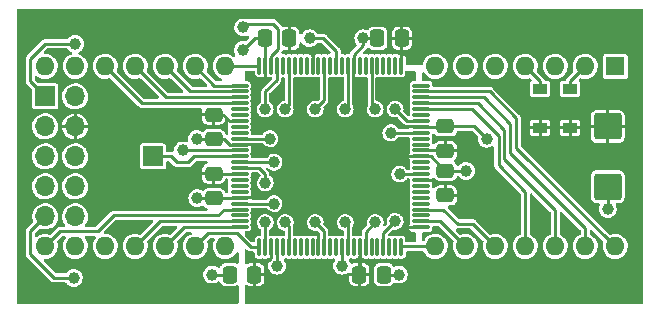
<source format=gtl>
G04 #@! TF.GenerationSoftware,KiCad,Pcbnew,6.0.10-86aedd382b~118~ubuntu18.04.1*
G04 #@! TF.CreationDate,2024-01-19T11:53:34+00:00*
G04 #@! TF.ProjectId,ReTuLaReMake,52655475-4c61-4526-954d-616b652e6b69,rev?*
G04 #@! TF.SameCoordinates,Original*
G04 #@! TF.FileFunction,Copper,L1,Top*
G04 #@! TF.FilePolarity,Positive*
%FSLAX46Y46*%
G04 Gerber Fmt 4.6, Leading zero omitted, Abs format (unit mm)*
G04 Created by KiCad (PCBNEW 6.0.10-86aedd382b~118~ubuntu18.04.1) date 2024-01-19 11:53:34*
%MOMM*%
%LPD*%
G01*
G04 APERTURE LIST*
G04 Aperture macros list*
%AMRoundRect*
0 Rectangle with rounded corners*
0 $1 Rounding radius*
0 $2 $3 $4 $5 $6 $7 $8 $9 X,Y pos of 4 corners*
0 Add a 4 corners polygon primitive as box body*
4,1,4,$2,$3,$4,$5,$6,$7,$8,$9,$2,$3,0*
0 Add four circle primitives for the rounded corners*
1,1,$1+$1,$2,$3*
1,1,$1+$1,$4,$5*
1,1,$1+$1,$6,$7*
1,1,$1+$1,$8,$9*
0 Add four rect primitives between the rounded corners*
20,1,$1+$1,$2,$3,$4,$5,0*
20,1,$1+$1,$4,$5,$6,$7,0*
20,1,$1+$1,$6,$7,$8,$9,0*
20,1,$1+$1,$8,$9,$2,$3,0*%
G04 Aperture macros list end*
G04 #@! TA.AperFunction,SMDPad,CuDef*
%ADD10RoundRect,0.250000X-0.925000X0.875000X-0.925000X-0.875000X0.925000X-0.875000X0.925000X0.875000X0*%
G04 #@! TD*
G04 #@! TA.AperFunction,ComponentPad*
%ADD11R,1.700000X1.700000*%
G04 #@! TD*
G04 #@! TA.AperFunction,ComponentPad*
%ADD12O,1.700000X1.700000*%
G04 #@! TD*
G04 #@! TA.AperFunction,SMDPad,CuDef*
%ADD13RoundRect,0.250000X0.337500X0.475000X-0.337500X0.475000X-0.337500X-0.475000X0.337500X-0.475000X0*%
G04 #@! TD*
G04 #@! TA.AperFunction,SMDPad,CuDef*
%ADD14RoundRect,0.250000X-0.475000X0.337500X-0.475000X-0.337500X0.475000X-0.337500X0.475000X0.337500X0*%
G04 #@! TD*
G04 #@! TA.AperFunction,SMDPad,CuDef*
%ADD15R,1.200000X0.900000*%
G04 #@! TD*
G04 #@! TA.AperFunction,SMDPad,CuDef*
%ADD16RoundRect,0.250000X0.475000X-0.337500X0.475000X0.337500X-0.475000X0.337500X-0.475000X-0.337500X0*%
G04 #@! TD*
G04 #@! TA.AperFunction,SMDPad,CuDef*
%ADD17RoundRect,0.075000X0.075000X-0.662500X0.075000X0.662500X-0.075000X0.662500X-0.075000X-0.662500X0*%
G04 #@! TD*
G04 #@! TA.AperFunction,SMDPad,CuDef*
%ADD18RoundRect,0.075000X0.662500X-0.075000X0.662500X0.075000X-0.662500X0.075000X-0.662500X-0.075000X0*%
G04 #@! TD*
G04 #@! TA.AperFunction,SMDPad,CuDef*
%ADD19RoundRect,0.250000X-0.337500X-0.475000X0.337500X-0.475000X0.337500X0.475000X-0.337500X0.475000X0*%
G04 #@! TD*
G04 #@! TA.AperFunction,ComponentPad*
%ADD20R,1.600000X1.600000*%
G04 #@! TD*
G04 #@! TA.AperFunction,ComponentPad*
%ADD21O,1.600000X1.600000*%
G04 #@! TD*
G04 #@! TA.AperFunction,ViaPad*
%ADD22C,1.000000*%
G04 #@! TD*
G04 #@! TA.AperFunction,Conductor*
%ADD23C,0.254000*%
G04 #@! TD*
G04 APERTURE END LIST*
D10*
X150495000Y-116840000D03*
X150495000Y-121940000D03*
D11*
X102870000Y-114300000D03*
D12*
X105410000Y-114300000D03*
X102870000Y-116840000D03*
X105410000Y-116840000D03*
X102870000Y-119380000D03*
X105410000Y-119380000D03*
X102870000Y-121920000D03*
X105410000Y-121920000D03*
X102870000Y-124460000D03*
X105410000Y-124460000D03*
D13*
X120575000Y-129380000D03*
X118500000Y-129380000D03*
D14*
X117130000Y-115842500D03*
X117130000Y-117917500D03*
D15*
X147320000Y-116965000D03*
X147320000Y-113665000D03*
D16*
X136750000Y-118917500D03*
X136750000Y-116842500D03*
D13*
X133075000Y-109380000D03*
X131000000Y-109380000D03*
D15*
X144780000Y-116965000D03*
X144780000Y-113665000D03*
D13*
X123537500Y-109380000D03*
X121462500Y-109380000D03*
D14*
X117130000Y-120842500D03*
X117130000Y-122917500D03*
D11*
X112000000Y-119380000D03*
D17*
X121000000Y-127042500D03*
X121500000Y-127042500D03*
X122000000Y-127042500D03*
X122500000Y-127042500D03*
X123000000Y-127042500D03*
X123500000Y-127042500D03*
X124000000Y-127042500D03*
X124500000Y-127042500D03*
X125000000Y-127042500D03*
X125500000Y-127042500D03*
X126000000Y-127042500D03*
X126500000Y-127042500D03*
X127000000Y-127042500D03*
X127500000Y-127042500D03*
X128000000Y-127042500D03*
X128500000Y-127042500D03*
X129000000Y-127042500D03*
X129500000Y-127042500D03*
X130000000Y-127042500D03*
X130500000Y-127042500D03*
X131000000Y-127042500D03*
X131500000Y-127042500D03*
X132000000Y-127042500D03*
X132500000Y-127042500D03*
X133000000Y-127042500D03*
D18*
X134662500Y-125380000D03*
X134662500Y-124880000D03*
X134662500Y-124380000D03*
X134662500Y-123880000D03*
X134662500Y-123380000D03*
X134662500Y-122880000D03*
X134662500Y-122380000D03*
X134662500Y-121880000D03*
X134662500Y-121380000D03*
X134662500Y-120880000D03*
X134662500Y-120380000D03*
X134662500Y-119880000D03*
X134662500Y-119380000D03*
X134662500Y-118880000D03*
X134662500Y-118380000D03*
X134662500Y-117880000D03*
X134662500Y-117380000D03*
X134662500Y-116880000D03*
X134662500Y-116380000D03*
X134662500Y-115880000D03*
X134662500Y-115380000D03*
X134662500Y-114880000D03*
X134662500Y-114380000D03*
X134662500Y-113880000D03*
X134662500Y-113380000D03*
D17*
X133000000Y-111717500D03*
X132500000Y-111717500D03*
X132000000Y-111717500D03*
X131500000Y-111717500D03*
X131000000Y-111717500D03*
X130500000Y-111717500D03*
X130000000Y-111717500D03*
X129500000Y-111717500D03*
X129000000Y-111717500D03*
X128500000Y-111717500D03*
X128000000Y-111717500D03*
X127500000Y-111717500D03*
X127000000Y-111717500D03*
X126500000Y-111717500D03*
X126000000Y-111717500D03*
X125500000Y-111717500D03*
X125000000Y-111717500D03*
X124500000Y-111717500D03*
X124000000Y-111717500D03*
X123500000Y-111717500D03*
X123000000Y-111717500D03*
X122500000Y-111717500D03*
X122000000Y-111717500D03*
X121500000Y-111717500D03*
X121000000Y-111717500D03*
D18*
X119337500Y-113380000D03*
X119337500Y-113880000D03*
X119337500Y-114380000D03*
X119337500Y-114880000D03*
X119337500Y-115380000D03*
X119337500Y-115880000D03*
X119337500Y-116380000D03*
X119337500Y-116880000D03*
X119337500Y-117380000D03*
X119337500Y-117880000D03*
X119337500Y-118380000D03*
X119337500Y-118880000D03*
X119337500Y-119380000D03*
X119337500Y-119880000D03*
X119337500Y-120380000D03*
X119337500Y-120880000D03*
X119337500Y-121380000D03*
X119337500Y-121880000D03*
X119337500Y-122380000D03*
X119337500Y-122880000D03*
X119337500Y-123380000D03*
X119337500Y-123880000D03*
X119337500Y-124380000D03*
X119337500Y-124880000D03*
X119337500Y-125380000D03*
D16*
X136750000Y-122680000D03*
X136750000Y-120605000D03*
D19*
X129462500Y-129380000D03*
X131537500Y-129380000D03*
D20*
X151130000Y-111760000D03*
D21*
X148590000Y-111760000D03*
X146050000Y-111760000D03*
X143510000Y-111760000D03*
X140970000Y-111760000D03*
X138430000Y-111760000D03*
X135890000Y-111760000D03*
X118110000Y-111760000D03*
X115570000Y-111760000D03*
X113030000Y-111760000D03*
X110490000Y-111760000D03*
X107950000Y-111760000D03*
X105410000Y-111760000D03*
X102870000Y-111760000D03*
X102870000Y-127000000D03*
X105410000Y-127000000D03*
X107950000Y-127000000D03*
X110490000Y-127000000D03*
X113030000Y-127000000D03*
X115570000Y-127000000D03*
X118110000Y-127000000D03*
X135890000Y-127000000D03*
X138430000Y-127000000D03*
X140970000Y-127000000D03*
X143510000Y-127000000D03*
X146050000Y-127000000D03*
X148590000Y-127000000D03*
X151130000Y-127000000D03*
D22*
X125250000Y-128630000D03*
X127000000Y-118872000D03*
X125476000Y-120396000D03*
X123952000Y-118872000D03*
X138500000Y-120605000D03*
X140250000Y-117880000D03*
X127000000Y-121920000D03*
X132800000Y-129380000D03*
X119600000Y-110380000D03*
X133000000Y-123630000D03*
X117000000Y-129380000D03*
X130048000Y-121920000D03*
X129800000Y-109380000D03*
X128524000Y-120396000D03*
X115712500Y-117917500D03*
X123952000Y-121920000D03*
X115750000Y-122917500D03*
X150495000Y-123825000D03*
X130048000Y-118872000D03*
X122250000Y-119880000D03*
X114500000Y-118880000D03*
X121500000Y-121630000D03*
X122250000Y-123380000D03*
X121500000Y-124968000D03*
X123190000Y-124968000D03*
X125730000Y-124968000D03*
X128270000Y-124968000D03*
X130810000Y-124968000D03*
X132500000Y-124880000D03*
X132880000Y-120880000D03*
X132130000Y-117380000D03*
X132500000Y-115380000D03*
X130810000Y-115380000D03*
X128270000Y-115380000D03*
X125730000Y-115380000D03*
X123190000Y-115380000D03*
X121500000Y-115380000D03*
X125250000Y-109380000D03*
X105410000Y-109855000D03*
X119634000Y-108458000D03*
X128000000Y-128630000D03*
X105285000Y-129665000D03*
X122500000Y-128630000D03*
X121880000Y-117880000D03*
D23*
X133000000Y-111717500D02*
X133000000Y-109380000D01*
X134662500Y-118880000D02*
X136712500Y-118880000D01*
X119337500Y-120880000D02*
X117167500Y-120880000D01*
X117130000Y-115842500D02*
X117962500Y-115842500D01*
X122000000Y-127042500D02*
X122000000Y-127980000D01*
X125500000Y-110680000D02*
X125500000Y-111717500D01*
X121800000Y-128180000D02*
X120600000Y-128180000D01*
X123537500Y-110517500D02*
X123600000Y-110580000D01*
X120600000Y-128180000D02*
X120575000Y-128205000D01*
X134662500Y-121380000D02*
X135750000Y-121380000D01*
X136000000Y-121630000D02*
X136750000Y-121630000D01*
X123537500Y-109380000D02*
X123537500Y-110517500D01*
X125400000Y-110580000D02*
X125500000Y-110680000D01*
X122000000Y-127980000D02*
X121800000Y-128180000D01*
X120575000Y-128205000D02*
X120575000Y-129380000D01*
X129500000Y-127042500D02*
X129500000Y-129342500D01*
X118500000Y-116380000D02*
X119337500Y-116380000D01*
X136750000Y-121630000D02*
X136750000Y-122667500D01*
X123600000Y-110580000D02*
X125400000Y-110580000D01*
X135750000Y-121380000D02*
X136000000Y-121630000D01*
X117962500Y-115842500D02*
X118500000Y-116380000D01*
X130000000Y-121968000D02*
X130048000Y-121920000D01*
X121500000Y-111717500D02*
X121500000Y-109417500D01*
X140250000Y-117880000D02*
X139212500Y-116842500D01*
X129000000Y-110780000D02*
X129800000Y-109980000D01*
X130048000Y-118872000D02*
X130048000Y-121920000D01*
X123952000Y-121920000D02*
X130048000Y-121920000D01*
X134662500Y-119380000D02*
X135525000Y-119380000D01*
X127000000Y-118872000D02*
X130048000Y-121920000D01*
X123952000Y-118872000D02*
X127000000Y-121920000D01*
X119337500Y-122880000D02*
X117167500Y-122880000D01*
X150495000Y-121940000D02*
X150495000Y-123825000D01*
X138500000Y-120605000D02*
X136750000Y-120605000D01*
X134662500Y-116880000D02*
X136712500Y-116880000D01*
X117000000Y-129380000D02*
X118500000Y-129380000D01*
X139212500Y-116842500D02*
X136750000Y-116842500D01*
X131537500Y-129380000D02*
X132800000Y-129380000D01*
X135525000Y-119380000D02*
X136750000Y-120605000D01*
X123952000Y-121920000D02*
X127000000Y-118872000D01*
X118500000Y-118380000D02*
X119337500Y-118380000D01*
X129800000Y-109980000D02*
X129800000Y-109380000D01*
X131000000Y-109380000D02*
X129800000Y-109380000D01*
X115712500Y-117917500D02*
X117130000Y-117917500D01*
X123952000Y-118872000D02*
X130048000Y-118872000D01*
X117130000Y-117917500D02*
X118037500Y-117917500D01*
X121462500Y-109380000D02*
X120600000Y-109380000D01*
X129000000Y-111717500D02*
X129000000Y-110780000D01*
X118037500Y-117917500D02*
X118500000Y-118380000D01*
X123952000Y-118872000D02*
X123952000Y-121920000D01*
X127000000Y-121920000D02*
X130048000Y-118872000D01*
X120600000Y-109380000D02*
X119600000Y-110380000D01*
X115750000Y-122917500D02*
X117130000Y-122917500D01*
X148590000Y-111760000D02*
X147320000Y-113030000D01*
X147320000Y-113030000D02*
X147320000Y-113665000D01*
X118110000Y-111760000D02*
X120957500Y-111760000D01*
X120957500Y-111760000D02*
X121000000Y-111717500D01*
X117190000Y-113380000D02*
X119337500Y-113380000D01*
X115570000Y-111760000D02*
X117190000Y-113380000D01*
X115150000Y-113880000D02*
X113030000Y-111760000D01*
X119337500Y-113880000D02*
X115150000Y-113880000D01*
X113100000Y-114380000D02*
X119337500Y-114380000D01*
X110485000Y-111765000D02*
X113100000Y-114380000D01*
X107945000Y-111765000D02*
X111060000Y-114880000D01*
X111060000Y-114880000D02*
X119337500Y-114880000D01*
X122250000Y-119880000D02*
X119337500Y-119880000D01*
X107315000Y-125730000D02*
X108670000Y-124375000D01*
X118000000Y-123880000D02*
X119337500Y-123880000D01*
X117505000Y-124375000D02*
X118000000Y-123880000D01*
X108670000Y-124375000D02*
X117505000Y-124375000D01*
X102870000Y-127000000D02*
X104140000Y-125730000D01*
X104140000Y-125730000D02*
X107315000Y-125730000D01*
X114500000Y-118880000D02*
X119337500Y-118880000D01*
X121000000Y-120380000D02*
X119337500Y-120380000D01*
X121500000Y-120880000D02*
X121000000Y-120380000D01*
X121500000Y-121630000D02*
X121500000Y-120880000D01*
X112610000Y-124880000D02*
X110485000Y-127005000D01*
X119337500Y-124880000D02*
X112610000Y-124880000D01*
X114650000Y-125380000D02*
X113025000Y-127005000D01*
X119337500Y-125380000D02*
X114650000Y-125380000D01*
X115570000Y-127000000D02*
X116690000Y-125880000D01*
X120262500Y-127042500D02*
X121000000Y-127042500D01*
X116690000Y-125880000D02*
X119100000Y-125880000D01*
X119100000Y-125880000D02*
X120262500Y-127042500D01*
X119337500Y-123380000D02*
X122250000Y-123380000D01*
X121500000Y-124968000D02*
X121500000Y-127042500D01*
X123190000Y-124968000D02*
X123500000Y-125278000D01*
X123500000Y-125278000D02*
X123500000Y-127042500D01*
X126500000Y-125738000D02*
X125730000Y-124968000D01*
X126500000Y-127042500D02*
X126500000Y-125738000D01*
X128500000Y-127042500D02*
X128500000Y-125198000D01*
X128500000Y-125198000D02*
X128270000Y-124968000D01*
X130000000Y-127042500D02*
X130000000Y-125778000D01*
X130000000Y-125778000D02*
X130810000Y-124968000D01*
X131500000Y-125880000D02*
X131500000Y-127042500D01*
X132500000Y-124880000D02*
X131500000Y-125880000D01*
X133042500Y-127000000D02*
X133000000Y-127042500D01*
X135890000Y-127000000D02*
X133042500Y-127000000D01*
X134662500Y-124880000D02*
X136310000Y-124880000D01*
X136310000Y-124880000D02*
X138430000Y-127000000D01*
X139065000Y-125095000D02*
X140970000Y-127000000D01*
X134662500Y-123880000D02*
X136580000Y-123880000D01*
X137795000Y-125095000D02*
X136580000Y-123880000D01*
X139065000Y-125095000D02*
X137795000Y-125095000D01*
X139000000Y-115380000D02*
X141250000Y-117630000D01*
X141250000Y-117630000D02*
X141250000Y-120130000D01*
X141250000Y-120130000D02*
X143510000Y-122390000D01*
X143510000Y-122390000D02*
X143510000Y-127000000D01*
X134662500Y-115380000D02*
X139000000Y-115380000D01*
X146050000Y-123930000D02*
X146050000Y-127000000D01*
X141750000Y-117130000D02*
X141750000Y-119630000D01*
X134662500Y-114880000D02*
X139500000Y-114880000D01*
X141750000Y-119630000D02*
X146050000Y-123930000D01*
X139500000Y-114880000D02*
X141750000Y-117130000D01*
X142250000Y-119130000D02*
X148590000Y-125470000D01*
X134662500Y-114380000D02*
X140000000Y-114380000D01*
X148590000Y-125470000D02*
X148590000Y-127000000D01*
X140000000Y-114380000D02*
X142250000Y-116630000D01*
X142250000Y-116630000D02*
X142250000Y-119130000D01*
X142750000Y-116130000D02*
X142750000Y-118630000D01*
X134662500Y-113880000D02*
X140500000Y-113880000D01*
X142750000Y-118630000D02*
X151120000Y-127000000D01*
X140500000Y-113880000D02*
X142750000Y-116130000D01*
X132880000Y-120880000D02*
X134662500Y-120880000D01*
X132130000Y-117380000D02*
X134662500Y-117380000D01*
X133500000Y-116380000D02*
X134662500Y-116380000D01*
X132500000Y-115380000D02*
X133500000Y-116380000D01*
X130500000Y-115070000D02*
X130500000Y-111717500D01*
X130810000Y-115380000D02*
X130500000Y-115070000D01*
X128270000Y-115380000D02*
X128500000Y-115150000D01*
X128500000Y-115150000D02*
X128500000Y-111717500D01*
X125730000Y-115380000D02*
X126500000Y-114610000D01*
X126500000Y-114610000D02*
X126500000Y-111717500D01*
X123190000Y-115380000D02*
X123500000Y-115070000D01*
X123500000Y-115070000D02*
X123500000Y-111717500D01*
X121500000Y-113880000D02*
X122500000Y-112880000D01*
X121500000Y-115380000D02*
X121500000Y-113880000D01*
X122500000Y-112880000D02*
X122500000Y-111717500D01*
X102870000Y-109855000D02*
X101600000Y-111125000D01*
X126400000Y-109380000D02*
X127500000Y-110480000D01*
X101600000Y-111125000D02*
X101600000Y-113030000D01*
X127500000Y-110480000D02*
X127500000Y-111717500D01*
X105410000Y-109855000D02*
X102870000Y-109855000D01*
X125250000Y-109380000D02*
X126400000Y-109380000D01*
X101600000Y-113030000D02*
X102870000Y-114300000D01*
X119962000Y-108130000D02*
X119634000Y-108458000D01*
X122600000Y-110280000D02*
X122600000Y-108580000D01*
X122000000Y-111717500D02*
X122000000Y-110880000D01*
X122600000Y-108580000D02*
X122150000Y-108130000D01*
X122150000Y-108130000D02*
X119962000Y-108130000D01*
X122000000Y-110880000D02*
X122600000Y-110280000D01*
X128000000Y-128630000D02*
X128000000Y-127042500D01*
X101600000Y-125730000D02*
X102870000Y-124460000D01*
X103630000Y-129665000D02*
X101600000Y-127635000D01*
X105285000Y-129665000D02*
X103630000Y-129665000D01*
X122500000Y-128630000D02*
X122500000Y-127042500D01*
X101600000Y-127635000D02*
X101600000Y-125730000D01*
X143510000Y-111760000D02*
X144780000Y-113030000D01*
X144780000Y-113030000D02*
X144780000Y-113665000D01*
X112000000Y-119380000D02*
X113500000Y-119380000D01*
X113500000Y-119380000D02*
X114000000Y-119880000D01*
X114000000Y-119880000D02*
X115000000Y-119880000D01*
X115000000Y-119880000D02*
X115500000Y-119380000D01*
X115500000Y-119380000D02*
X119337500Y-119380000D01*
X121880000Y-117880000D02*
X119337500Y-117880000D01*
G04 #@! TA.AperFunction,Conductor*
G36*
X120604831Y-112149213D02*
G01*
X120641376Y-112199513D01*
X120646300Y-112230600D01*
X120646300Y-112421408D01*
X120649191Y-112445707D01*
X120691337Y-112540592D01*
X120764816Y-112613943D01*
X120776210Y-112618980D01*
X120852858Y-112652866D01*
X120852861Y-112652867D01*
X120859774Y-112655923D01*
X120867285Y-112656799D01*
X120867286Y-112656799D01*
X120880683Y-112658361D01*
X120880686Y-112658361D01*
X120883592Y-112658700D01*
X121116408Y-112658700D01*
X121140707Y-112655809D01*
X121147605Y-112652745D01*
X121147609Y-112652744D01*
X121148962Y-112652143D01*
X121150305Y-112652003D01*
X121154887Y-112650744D01*
X121155096Y-112651504D01*
X121210802Y-112645700D01*
X121232657Y-112655213D01*
X121233382Y-112653658D01*
X121331561Y-112699440D01*
X121346162Y-112703696D01*
X121357203Y-112705149D01*
X121370530Y-112702679D01*
X121371786Y-112701356D01*
X121373000Y-112695989D01*
X121373000Y-112130000D01*
X121627000Y-112130000D01*
X121627000Y-112691296D01*
X121631188Y-112704186D01*
X121632665Y-112705259D01*
X121638143Y-112705762D01*
X121653838Y-112703696D01*
X121668439Y-112699440D01*
X121766618Y-112653658D01*
X121768118Y-112656874D01*
X121812027Y-112643448D01*
X121850947Y-112652021D01*
X121852854Y-112652864D01*
X121852856Y-112652864D01*
X121859774Y-112655923D01*
X121874451Y-112657634D01*
X121880683Y-112658361D01*
X121880686Y-112658361D01*
X121883592Y-112658700D01*
X122010749Y-112658700D01*
X122069880Y-112677913D01*
X122106425Y-112728213D01*
X122106425Y-112790387D01*
X122081884Y-112830435D01*
X121279481Y-113632839D01*
X121273011Y-113638768D01*
X121242761Y-113664151D01*
X121238360Y-113671774D01*
X121238359Y-113671775D01*
X121223019Y-113698343D01*
X121218305Y-113705742D01*
X121200709Y-113730873D01*
X121195660Y-113738084D01*
X121193383Y-113746582D01*
X121190876Y-113751957D01*
X121188847Y-113757531D01*
X121184449Y-113765149D01*
X121182922Y-113773811D01*
X121182921Y-113773813D01*
X121177591Y-113804042D01*
X121175691Y-113812608D01*
X121165476Y-113850733D01*
X121166243Y-113859501D01*
X121168917Y-113890065D01*
X121169300Y-113898833D01*
X121169300Y-114697458D01*
X121150087Y-114756589D01*
X121114842Y-114786852D01*
X121101557Y-114793709D01*
X121053871Y-114835308D01*
X120977780Y-114901686D01*
X120977778Y-114901689D01*
X120973208Y-114905675D01*
X120875272Y-115045024D01*
X120873069Y-115050673D01*
X120873068Y-115050676D01*
X120815607Y-115198056D01*
X120813402Y-115203712D01*
X120791171Y-115372577D01*
X120809861Y-115541871D01*
X120834445Y-115609050D01*
X120857076Y-115670890D01*
X120868394Y-115701819D01*
X120871780Y-115706858D01*
X120893899Y-115739774D01*
X120963390Y-115843189D01*
X121089366Y-115957818D01*
X121094693Y-115960710D01*
X121094694Y-115960711D01*
X121105338Y-115966490D01*
X121239048Y-116039089D01*
X121244918Y-116040629D01*
X121397928Y-116080770D01*
X121397931Y-116080770D01*
X121403796Y-116082309D01*
X121486710Y-116083612D01*
X121568033Y-116084890D01*
X121568035Y-116084890D01*
X121574097Y-116084985D01*
X121580008Y-116083631D01*
X121580010Y-116083631D01*
X121734210Y-116048314D01*
X121734213Y-116048313D01*
X121740120Y-116046960D01*
X121892282Y-115970431D01*
X121896894Y-115966492D01*
X121896897Y-115966490D01*
X122017184Y-115863755D01*
X122021796Y-115859816D01*
X122090940Y-115763592D01*
X122117649Y-115726423D01*
X122117651Y-115726420D01*
X122121186Y-115721500D01*
X122166391Y-115609050D01*
X122182452Y-115569097D01*
X122182453Y-115569094D01*
X122184714Y-115563469D01*
X122189819Y-115527605D01*
X122208248Y-115398111D01*
X122208713Y-115394845D01*
X122208868Y-115380000D01*
X122195141Y-115266565D01*
X122189135Y-115216933D01*
X122189134Y-115216931D01*
X122188406Y-115210911D01*
X122183549Y-115198056D01*
X122130346Y-115057260D01*
X122130345Y-115057259D01*
X122128201Y-115051584D01*
X122031730Y-114911217D01*
X121904561Y-114797914D01*
X121884227Y-114787148D01*
X121840959Y-114742500D01*
X121830700Y-114698241D01*
X121830700Y-114058650D01*
X121849913Y-113999519D01*
X121860165Y-113987515D01*
X122720525Y-113127156D01*
X122726995Y-113121227D01*
X122750499Y-113101505D01*
X122750500Y-113101504D01*
X122757239Y-113095849D01*
X122776974Y-113061667D01*
X122781689Y-113054265D01*
X122799293Y-113029124D01*
X122799293Y-113029123D01*
X122804340Y-113021916D01*
X122806617Y-113013419D01*
X122809124Y-113008043D01*
X122811153Y-113002469D01*
X122815551Y-112994851D01*
X122822409Y-112955958D01*
X122824309Y-112947392D01*
X122832246Y-112917769D01*
X122834524Y-112909267D01*
X122831083Y-112869935D01*
X122830700Y-112861167D01*
X122830700Y-112759300D01*
X122849913Y-112700169D01*
X122900213Y-112663624D01*
X122931300Y-112658700D01*
X123068700Y-112658700D01*
X123127831Y-112677913D01*
X123164376Y-112728213D01*
X123169300Y-112759300D01*
X123169300Y-114581933D01*
X123150087Y-114641064D01*
X123099787Y-114677609D01*
X123092184Y-114679753D01*
X122948808Y-114714174D01*
X122948804Y-114714176D01*
X122942908Y-114715591D01*
X122937522Y-114718371D01*
X122937519Y-114718372D01*
X122809872Y-114784256D01*
X122791557Y-114793709D01*
X122743871Y-114835308D01*
X122667780Y-114901686D01*
X122667778Y-114901689D01*
X122663208Y-114905675D01*
X122565272Y-115045024D01*
X122563069Y-115050673D01*
X122563068Y-115050676D01*
X122505607Y-115198056D01*
X122503402Y-115203712D01*
X122481171Y-115372577D01*
X122499861Y-115541871D01*
X122524445Y-115609050D01*
X122547076Y-115670890D01*
X122558394Y-115701819D01*
X122561780Y-115706858D01*
X122583899Y-115739774D01*
X122653390Y-115843189D01*
X122779366Y-115957818D01*
X122784693Y-115960710D01*
X122784694Y-115960711D01*
X122795338Y-115966490D01*
X122929048Y-116039089D01*
X122934918Y-116040629D01*
X123087928Y-116080770D01*
X123087931Y-116080770D01*
X123093796Y-116082309D01*
X123176710Y-116083612D01*
X123258033Y-116084890D01*
X123258035Y-116084890D01*
X123264097Y-116084985D01*
X123270008Y-116083631D01*
X123270010Y-116083631D01*
X123424210Y-116048314D01*
X123424213Y-116048313D01*
X123430120Y-116046960D01*
X123582282Y-115970431D01*
X123586894Y-115966492D01*
X123586897Y-115966490D01*
X123707184Y-115863755D01*
X123711796Y-115859816D01*
X123780940Y-115763592D01*
X123807649Y-115726423D01*
X123807651Y-115726420D01*
X123811186Y-115721500D01*
X123856391Y-115609050D01*
X123872452Y-115569097D01*
X123872453Y-115569094D01*
X123874714Y-115563469D01*
X123879819Y-115527605D01*
X123898248Y-115398111D01*
X123898713Y-115394845D01*
X123898868Y-115380000D01*
X123885141Y-115266565D01*
X123879135Y-115216933D01*
X123879134Y-115216931D01*
X123878406Y-115210911D01*
X123876263Y-115205239D01*
X123876261Y-115205232D01*
X123838916Y-115106403D01*
X123832804Y-115079609D01*
X123831083Y-115059934D01*
X123830700Y-115051168D01*
X123830700Y-112759300D01*
X123849913Y-112700169D01*
X123900213Y-112663624D01*
X123931300Y-112658700D01*
X124116408Y-112658700D01*
X124140707Y-112655809D01*
X124209112Y-112625425D01*
X124270950Y-112618980D01*
X124290624Y-112625353D01*
X124352856Y-112652865D01*
X124352858Y-112652866D01*
X124359774Y-112655923D01*
X124367285Y-112656799D01*
X124367286Y-112656799D01*
X124380683Y-112658361D01*
X124380686Y-112658361D01*
X124383592Y-112658700D01*
X124616408Y-112658700D01*
X124640707Y-112655809D01*
X124709112Y-112625425D01*
X124770950Y-112618980D01*
X124790624Y-112625353D01*
X124852856Y-112652865D01*
X124852858Y-112652866D01*
X124859774Y-112655923D01*
X124867285Y-112656799D01*
X124867286Y-112656799D01*
X124880683Y-112658361D01*
X124880686Y-112658361D01*
X124883592Y-112658700D01*
X125116408Y-112658700D01*
X125140707Y-112655809D01*
X125209112Y-112625425D01*
X125270950Y-112618980D01*
X125290624Y-112625353D01*
X125352856Y-112652865D01*
X125352858Y-112652866D01*
X125359774Y-112655923D01*
X125367285Y-112656799D01*
X125367286Y-112656799D01*
X125380683Y-112658361D01*
X125380686Y-112658361D01*
X125383592Y-112658700D01*
X125616408Y-112658700D01*
X125640707Y-112655809D01*
X125709112Y-112625425D01*
X125770950Y-112618980D01*
X125790624Y-112625353D01*
X125852856Y-112652865D01*
X125852858Y-112652866D01*
X125859774Y-112655923D01*
X125867285Y-112656799D01*
X125867286Y-112656799D01*
X125880683Y-112658361D01*
X125880686Y-112658361D01*
X125883592Y-112658700D01*
X126068700Y-112658700D01*
X126127831Y-112677913D01*
X126164376Y-112728213D01*
X126169300Y-112759300D01*
X126169300Y-114431350D01*
X126150087Y-114490481D01*
X126139835Y-114502485D01*
X125976464Y-114665856D01*
X125921066Y-114694082D01*
X125880823Y-114692290D01*
X125818845Y-114676722D01*
X125812788Y-114676690D01*
X125812786Y-114676690D01*
X125729622Y-114676255D01*
X125648525Y-114675830D01*
X125642629Y-114677246D01*
X125642625Y-114677246D01*
X125552185Y-114698959D01*
X125482908Y-114715591D01*
X125477522Y-114718371D01*
X125477519Y-114718372D01*
X125349872Y-114784256D01*
X125331557Y-114793709D01*
X125283871Y-114835308D01*
X125207780Y-114901686D01*
X125207778Y-114901689D01*
X125203208Y-114905675D01*
X125105272Y-115045024D01*
X125103069Y-115050673D01*
X125103068Y-115050676D01*
X125045607Y-115198056D01*
X125043402Y-115203712D01*
X125021171Y-115372577D01*
X125039861Y-115541871D01*
X125064445Y-115609050D01*
X125087076Y-115670890D01*
X125098394Y-115701819D01*
X125101780Y-115706858D01*
X125123899Y-115739774D01*
X125193390Y-115843189D01*
X125319366Y-115957818D01*
X125324693Y-115960710D01*
X125324694Y-115960711D01*
X125335338Y-115966490D01*
X125469048Y-116039089D01*
X125474918Y-116040629D01*
X125627928Y-116080770D01*
X125627931Y-116080770D01*
X125633796Y-116082309D01*
X125716710Y-116083612D01*
X125798033Y-116084890D01*
X125798035Y-116084890D01*
X125804097Y-116084985D01*
X125810008Y-116083631D01*
X125810010Y-116083631D01*
X125964210Y-116048314D01*
X125964213Y-116048313D01*
X125970120Y-116046960D01*
X126122282Y-115970431D01*
X126126894Y-115966492D01*
X126126897Y-115966490D01*
X126247184Y-115863755D01*
X126251796Y-115859816D01*
X126320940Y-115763592D01*
X126347649Y-115726423D01*
X126347651Y-115726420D01*
X126351186Y-115721500D01*
X126396391Y-115609050D01*
X126412452Y-115569097D01*
X126412453Y-115569094D01*
X126414714Y-115563469D01*
X126419819Y-115527605D01*
X126438248Y-115398111D01*
X126438713Y-115394845D01*
X126438868Y-115380000D01*
X126418713Y-115213450D01*
X126430682Y-115152441D01*
X126447449Y-115130231D01*
X126720519Y-114857161D01*
X126726989Y-114851232D01*
X126750497Y-114831506D01*
X126757239Y-114825849D01*
X126761638Y-114818229D01*
X126761641Y-114818226D01*
X126776979Y-114791659D01*
X126781690Y-114784264D01*
X126804340Y-114751917D01*
X126806617Y-114743419D01*
X126809124Y-114738043D01*
X126811152Y-114732470D01*
X126815551Y-114724851D01*
X126817434Y-114714175D01*
X126822408Y-114685963D01*
X126824307Y-114677396D01*
X126827399Y-114665856D01*
X126834523Y-114639267D01*
X126831083Y-114599945D01*
X126830700Y-114591179D01*
X126830700Y-112759300D01*
X126849913Y-112700169D01*
X126900213Y-112663624D01*
X126931300Y-112658700D01*
X127116408Y-112658700D01*
X127140707Y-112655809D01*
X127209112Y-112625425D01*
X127270950Y-112618980D01*
X127290624Y-112625353D01*
X127352856Y-112652865D01*
X127352858Y-112652866D01*
X127359774Y-112655923D01*
X127367285Y-112656799D01*
X127367286Y-112656799D01*
X127380683Y-112658361D01*
X127380686Y-112658361D01*
X127383592Y-112658700D01*
X127616408Y-112658700D01*
X127640707Y-112655809D01*
X127709112Y-112625425D01*
X127770950Y-112618980D01*
X127790624Y-112625353D01*
X127852856Y-112652865D01*
X127852858Y-112652866D01*
X127859774Y-112655923D01*
X127867285Y-112656799D01*
X127867286Y-112656799D01*
X127880683Y-112658361D01*
X127880686Y-112658361D01*
X127883592Y-112658700D01*
X128068700Y-112658700D01*
X128127831Y-112677913D01*
X128164376Y-112728213D01*
X128169300Y-112759300D01*
X128169300Y-114601139D01*
X128150087Y-114660270D01*
X128099787Y-114696815D01*
X128092188Y-114698958D01*
X128022908Y-114715591D01*
X128017522Y-114718371D01*
X128017519Y-114718372D01*
X127889872Y-114784256D01*
X127871557Y-114793709D01*
X127823871Y-114835308D01*
X127747780Y-114901686D01*
X127747778Y-114901689D01*
X127743208Y-114905675D01*
X127645272Y-115045024D01*
X127643069Y-115050673D01*
X127643068Y-115050676D01*
X127585607Y-115198056D01*
X127583402Y-115203712D01*
X127561171Y-115372577D01*
X127579861Y-115541871D01*
X127604445Y-115609050D01*
X127627076Y-115670890D01*
X127638394Y-115701819D01*
X127641780Y-115706858D01*
X127663899Y-115739774D01*
X127733390Y-115843189D01*
X127859366Y-115957818D01*
X127864693Y-115960710D01*
X127864694Y-115960711D01*
X127875338Y-115966490D01*
X128009048Y-116039089D01*
X128014918Y-116040629D01*
X128167928Y-116080770D01*
X128167931Y-116080770D01*
X128173796Y-116082309D01*
X128256710Y-116083612D01*
X128338033Y-116084890D01*
X128338035Y-116084890D01*
X128344097Y-116084985D01*
X128350008Y-116083631D01*
X128350010Y-116083631D01*
X128504210Y-116048314D01*
X128504213Y-116048313D01*
X128510120Y-116046960D01*
X128662282Y-115970431D01*
X128666894Y-115966492D01*
X128666897Y-115966490D01*
X128787184Y-115863755D01*
X128791796Y-115859816D01*
X128860940Y-115763592D01*
X128887649Y-115726423D01*
X128887651Y-115726420D01*
X128891186Y-115721500D01*
X128936391Y-115609050D01*
X128952452Y-115569097D01*
X128952453Y-115569094D01*
X128954714Y-115563469D01*
X128959819Y-115527605D01*
X128978248Y-115398111D01*
X128978713Y-115394845D01*
X128978868Y-115380000D01*
X128965141Y-115266565D01*
X128959135Y-115216933D01*
X128959134Y-115216931D01*
X128958406Y-115210911D01*
X128953549Y-115198056D01*
X128900346Y-115057260D01*
X128900345Y-115057259D01*
X128898201Y-115051584D01*
X128848392Y-114979111D01*
X128830700Y-114922133D01*
X128830700Y-112784786D01*
X128849913Y-112725655D01*
X128858327Y-112715538D01*
X128871786Y-112701355D01*
X128873000Y-112695989D01*
X128873000Y-112130000D01*
X129127000Y-112130000D01*
X129127000Y-112691296D01*
X129131188Y-112704186D01*
X129132665Y-112705259D01*
X129138143Y-112705762D01*
X129153838Y-112703696D01*
X129168439Y-112699440D01*
X129266618Y-112653658D01*
X129268118Y-112656874D01*
X129312027Y-112643448D01*
X129350947Y-112652021D01*
X129352854Y-112652864D01*
X129352856Y-112652864D01*
X129359774Y-112655923D01*
X129374451Y-112657634D01*
X129380683Y-112658361D01*
X129380686Y-112658361D01*
X129383592Y-112658700D01*
X129616408Y-112658700D01*
X129640707Y-112655809D01*
X129709112Y-112625425D01*
X129770950Y-112618980D01*
X129790624Y-112625353D01*
X129852856Y-112652865D01*
X129852858Y-112652866D01*
X129859774Y-112655923D01*
X129867285Y-112656799D01*
X129867286Y-112656799D01*
X129880683Y-112658361D01*
X129880686Y-112658361D01*
X129883592Y-112658700D01*
X130068700Y-112658700D01*
X130127831Y-112677913D01*
X130164376Y-112728213D01*
X130169300Y-112759300D01*
X130169300Y-115051166D01*
X130168917Y-115059933D01*
X130167123Y-115080441D01*
X130160635Y-115108215D01*
X130123402Y-115203712D01*
X130101171Y-115372577D01*
X130119861Y-115541871D01*
X130144445Y-115609050D01*
X130167076Y-115670890D01*
X130178394Y-115701819D01*
X130181780Y-115706858D01*
X130203899Y-115739774D01*
X130273390Y-115843189D01*
X130399366Y-115957818D01*
X130404693Y-115960710D01*
X130404694Y-115960711D01*
X130415338Y-115966490D01*
X130549048Y-116039089D01*
X130554918Y-116040629D01*
X130707928Y-116080770D01*
X130707931Y-116080770D01*
X130713796Y-116082309D01*
X130796710Y-116083612D01*
X130878033Y-116084890D01*
X130878035Y-116084890D01*
X130884097Y-116084985D01*
X130890008Y-116083631D01*
X130890010Y-116083631D01*
X131044210Y-116048314D01*
X131044213Y-116048313D01*
X131050120Y-116046960D01*
X131202282Y-115970431D01*
X131206894Y-115966492D01*
X131206897Y-115966490D01*
X131327184Y-115863755D01*
X131331796Y-115859816D01*
X131400940Y-115763592D01*
X131427649Y-115726423D01*
X131427651Y-115726420D01*
X131431186Y-115721500D01*
X131476391Y-115609050D01*
X131492452Y-115569097D01*
X131492453Y-115569094D01*
X131494714Y-115563469D01*
X131499819Y-115527605D01*
X131518248Y-115398111D01*
X131518713Y-115394845D01*
X131518868Y-115380000D01*
X131505141Y-115266565D01*
X131499135Y-115216933D01*
X131499134Y-115216931D01*
X131498406Y-115210911D01*
X131493549Y-115198056D01*
X131440346Y-115057260D01*
X131440345Y-115057259D01*
X131438201Y-115051584D01*
X131341730Y-114911217D01*
X131214561Y-114797914D01*
X131127688Y-114751917D01*
X131069398Y-114721054D01*
X131064036Y-114718215D01*
X130910912Y-114679753D01*
X130906792Y-114678718D01*
X130854123Y-114645679D01*
X130830933Y-114587991D01*
X130830700Y-114581149D01*
X130830700Y-112759300D01*
X130849913Y-112700169D01*
X130900213Y-112663624D01*
X130931300Y-112658700D01*
X131116408Y-112658700D01*
X131140707Y-112655809D01*
X131209112Y-112625425D01*
X131270950Y-112618980D01*
X131290624Y-112625353D01*
X131352856Y-112652865D01*
X131352858Y-112652866D01*
X131359774Y-112655923D01*
X131367285Y-112656799D01*
X131367286Y-112656799D01*
X131380683Y-112658361D01*
X131380686Y-112658361D01*
X131383592Y-112658700D01*
X131616408Y-112658700D01*
X131640707Y-112655809D01*
X131709112Y-112625425D01*
X131770950Y-112618980D01*
X131790624Y-112625353D01*
X131852856Y-112652865D01*
X131852858Y-112652866D01*
X131859774Y-112655923D01*
X131867285Y-112656799D01*
X131867286Y-112656799D01*
X131880683Y-112658361D01*
X131880686Y-112658361D01*
X131883592Y-112658700D01*
X132116408Y-112658700D01*
X132140707Y-112655809D01*
X132209112Y-112625425D01*
X132270950Y-112618980D01*
X132290624Y-112625353D01*
X132352856Y-112652865D01*
X132352858Y-112652866D01*
X132359774Y-112655923D01*
X132367285Y-112656799D01*
X132367286Y-112656799D01*
X132380683Y-112658361D01*
X132380686Y-112658361D01*
X132383592Y-112658700D01*
X132616408Y-112658700D01*
X132640707Y-112655809D01*
X132709112Y-112625425D01*
X132770950Y-112618980D01*
X132790624Y-112625353D01*
X132852856Y-112652865D01*
X132852858Y-112652866D01*
X132859774Y-112655923D01*
X132867285Y-112656799D01*
X132867286Y-112656799D01*
X132880683Y-112658361D01*
X132880686Y-112658361D01*
X132883592Y-112658700D01*
X133116408Y-112658700D01*
X133140707Y-112655809D01*
X133147606Y-112652744D01*
X133147608Y-112652744D01*
X133209274Y-112625353D01*
X133235592Y-112613663D01*
X133308943Y-112540184D01*
X133330700Y-112490970D01*
X133347866Y-112452142D01*
X133347867Y-112452139D01*
X133350923Y-112445226D01*
X133351799Y-112437714D01*
X133353361Y-112424317D01*
X133353361Y-112424314D01*
X133353700Y-112421408D01*
X133353700Y-112230600D01*
X133372913Y-112171469D01*
X133423213Y-112134924D01*
X133454300Y-112130000D01*
X134149400Y-112130000D01*
X134208531Y-112149213D01*
X134245076Y-112199513D01*
X134250000Y-112230600D01*
X134250000Y-112925700D01*
X134230787Y-112984831D01*
X134180487Y-113021376D01*
X134149400Y-113026300D01*
X133958592Y-113026300D01*
X133934293Y-113029191D01*
X133927394Y-113032256D01*
X133927392Y-113032256D01*
X133877843Y-113054265D01*
X133839408Y-113071337D01*
X133832847Y-113077909D01*
X133832846Y-113077910D01*
X133802674Y-113108135D01*
X133766057Y-113144816D01*
X133762303Y-113153308D01*
X133727341Y-113232392D01*
X133724077Y-113239774D01*
X133723201Y-113247285D01*
X133723201Y-113247286D01*
X133721645Y-113260636D01*
X133721300Y-113263592D01*
X133721300Y-113496408D01*
X133724191Y-113520707D01*
X133754575Y-113589112D01*
X133761020Y-113650950D01*
X133754647Y-113670624D01*
X133742393Y-113698343D01*
X133724077Y-113739774D01*
X133723201Y-113747285D01*
X133723201Y-113747286D01*
X133721645Y-113760636D01*
X133721300Y-113763592D01*
X133721300Y-113996408D01*
X133724191Y-114020707D01*
X133754575Y-114089112D01*
X133761020Y-114150950D01*
X133754647Y-114170624D01*
X133727339Y-114232395D01*
X133724077Y-114239774D01*
X133723201Y-114247285D01*
X133723201Y-114247286D01*
X133721645Y-114260636D01*
X133721300Y-114263592D01*
X133721300Y-114496408D01*
X133724191Y-114520707D01*
X133754575Y-114589112D01*
X133761020Y-114650950D01*
X133754647Y-114670624D01*
X133732353Y-114721054D01*
X133724077Y-114739774D01*
X133723201Y-114747285D01*
X133723201Y-114747286D01*
X133721645Y-114760636D01*
X133721300Y-114763592D01*
X133721300Y-114996408D01*
X133724191Y-115020707D01*
X133754575Y-115089112D01*
X133761020Y-115150950D01*
X133754647Y-115170624D01*
X133727339Y-115232395D01*
X133724077Y-115239774D01*
X133723201Y-115247285D01*
X133723201Y-115247286D01*
X133721645Y-115260636D01*
X133721300Y-115263592D01*
X133721300Y-115496408D01*
X133724191Y-115520707D01*
X133754575Y-115589112D01*
X133761020Y-115650950D01*
X133754647Y-115670624D01*
X133729979Y-115726423D01*
X133724077Y-115739774D01*
X133723201Y-115747285D01*
X133723201Y-115747286D01*
X133721645Y-115760636D01*
X133721300Y-115763592D01*
X133721300Y-115890749D01*
X133702087Y-115949880D01*
X133651787Y-115986425D01*
X133589613Y-115986425D01*
X133549565Y-115961884D01*
X133216076Y-115628396D01*
X133187850Y-115572998D01*
X133187615Y-115543086D01*
X133208248Y-115398111D01*
X133208713Y-115394845D01*
X133208868Y-115380000D01*
X133195141Y-115266565D01*
X133189135Y-115216933D01*
X133189134Y-115216931D01*
X133188406Y-115210911D01*
X133183549Y-115198056D01*
X133130346Y-115057260D01*
X133130345Y-115057259D01*
X133128201Y-115051584D01*
X133031730Y-114911217D01*
X132904561Y-114797914D01*
X132817688Y-114751917D01*
X132759398Y-114721054D01*
X132754036Y-114718215D01*
X132588845Y-114676722D01*
X132582788Y-114676690D01*
X132582786Y-114676690D01*
X132499622Y-114676255D01*
X132418525Y-114675830D01*
X132412629Y-114677246D01*
X132412625Y-114677246D01*
X132322185Y-114698959D01*
X132252908Y-114715591D01*
X132247522Y-114718371D01*
X132247519Y-114718372D01*
X132119872Y-114784256D01*
X132101557Y-114793709D01*
X132053871Y-114835308D01*
X131977780Y-114901686D01*
X131977778Y-114901689D01*
X131973208Y-114905675D01*
X131875272Y-115045024D01*
X131873069Y-115050673D01*
X131873068Y-115050676D01*
X131815607Y-115198056D01*
X131813402Y-115203712D01*
X131791171Y-115372577D01*
X131809861Y-115541871D01*
X131834445Y-115609050D01*
X131857076Y-115670890D01*
X131868394Y-115701819D01*
X131871780Y-115706858D01*
X131893899Y-115739774D01*
X131963390Y-115843189D01*
X132089366Y-115957818D01*
X132094693Y-115960710D01*
X132094694Y-115960711D01*
X132105338Y-115966490D01*
X132239048Y-116039089D01*
X132244918Y-116040629D01*
X132397928Y-116080770D01*
X132397931Y-116080770D01*
X132403796Y-116082309D01*
X132486710Y-116083612D01*
X132568033Y-116084890D01*
X132568035Y-116084890D01*
X132574097Y-116084985D01*
X132580008Y-116083631D01*
X132580010Y-116083631D01*
X132652646Y-116066995D01*
X132714574Y-116072522D01*
X132746240Y-116093921D01*
X133252844Y-116600525D01*
X133258773Y-116606995D01*
X133265645Y-116615184D01*
X133284151Y-116637239D01*
X133291772Y-116641639D01*
X133318333Y-116656974D01*
X133325735Y-116661689D01*
X133345976Y-116675862D01*
X133358084Y-116684340D01*
X133366581Y-116686617D01*
X133371957Y-116689124D01*
X133377531Y-116691153D01*
X133385149Y-116695551D01*
X133393811Y-116697078D01*
X133393813Y-116697079D01*
X133424042Y-116702409D01*
X133432608Y-116704309D01*
X133462231Y-116712246D01*
X133470733Y-116714524D01*
X133479501Y-116713757D01*
X133510065Y-116711083D01*
X133518833Y-116710700D01*
X133595214Y-116710700D01*
X133654345Y-116729913D01*
X133664462Y-116738327D01*
X133678645Y-116751786D01*
X133684011Y-116753000D01*
X134250000Y-116753000D01*
X134250000Y-117007000D01*
X133688704Y-117007000D01*
X133671869Y-117012470D01*
X133627952Y-117044377D01*
X133596866Y-117049300D01*
X132809559Y-117049300D01*
X132750428Y-117030087D01*
X132726652Y-117005680D01*
X132665166Y-116916217D01*
X132661730Y-116911217D01*
X132534561Y-116797914D01*
X132449733Y-116753000D01*
X132389398Y-116721054D01*
X132384036Y-116718215D01*
X132218845Y-116676722D01*
X132212788Y-116676690D01*
X132212786Y-116676690D01*
X132129622Y-116676255D01*
X132048525Y-116675830D01*
X132042629Y-116677246D01*
X132042625Y-116677246D01*
X131901685Y-116711083D01*
X131882908Y-116715591D01*
X131877522Y-116718371D01*
X131877519Y-116718372D01*
X131736945Y-116790928D01*
X131731557Y-116793709D01*
X131683871Y-116835308D01*
X131607780Y-116901686D01*
X131607778Y-116901689D01*
X131603208Y-116905675D01*
X131505272Y-117045024D01*
X131503069Y-117050673D01*
X131503068Y-117050676D01*
X131453349Y-117178199D01*
X131443402Y-117203712D01*
X131421171Y-117372577D01*
X131421836Y-117378601D01*
X131421836Y-117378605D01*
X131425437Y-117411217D01*
X131439861Y-117541871D01*
X131498394Y-117701819D01*
X131501780Y-117706858D01*
X131571962Y-117811300D01*
X131593390Y-117843189D01*
X131719366Y-117957818D01*
X131869048Y-118039089D01*
X131874918Y-118040629D01*
X132027928Y-118080770D01*
X132027931Y-118080770D01*
X132033796Y-118082309D01*
X132116710Y-118083612D01*
X132198033Y-118084890D01*
X132198035Y-118084890D01*
X132204097Y-118084985D01*
X132210008Y-118083631D01*
X132210010Y-118083631D01*
X132364210Y-118048314D01*
X132364213Y-118048313D01*
X132370120Y-118046960D01*
X132522282Y-117970431D01*
X132526894Y-117966492D01*
X132526897Y-117966490D01*
X132647184Y-117863755D01*
X132651796Y-117859816D01*
X132728842Y-117752596D01*
X132778949Y-117715788D01*
X132810537Y-117710700D01*
X133620700Y-117710700D01*
X133679831Y-117729913D01*
X133716376Y-117780213D01*
X133721300Y-117811300D01*
X133721300Y-117996408D01*
X133724191Y-118020707D01*
X133754575Y-118089112D01*
X133761020Y-118150950D01*
X133754647Y-118170624D01*
X133729979Y-118226423D01*
X133724077Y-118239774D01*
X133721300Y-118263592D01*
X133721300Y-118496408D01*
X133724191Y-118520707D01*
X133754575Y-118589112D01*
X133761020Y-118650950D01*
X133754647Y-118670624D01*
X133727939Y-118731038D01*
X133724077Y-118739774D01*
X133723201Y-118747285D01*
X133723201Y-118747286D01*
X133721645Y-118760636D01*
X133721300Y-118763592D01*
X133721300Y-118996408D01*
X133724191Y-119020707D01*
X133727255Y-119027605D01*
X133727256Y-119027609D01*
X133727857Y-119028962D01*
X133727997Y-119030305D01*
X133729256Y-119034887D01*
X133728496Y-119035096D01*
X133734300Y-119090802D01*
X133724787Y-119112657D01*
X133726342Y-119113382D01*
X133680560Y-119211561D01*
X133676304Y-119226162D01*
X133674851Y-119237203D01*
X133677321Y-119250530D01*
X133678644Y-119251786D01*
X133684011Y-119253000D01*
X134250000Y-119253000D01*
X134250000Y-119507000D01*
X133688704Y-119507000D01*
X133675814Y-119511188D01*
X133674741Y-119512665D01*
X133674238Y-119518143D01*
X133676304Y-119533838D01*
X133680560Y-119548439D01*
X133726342Y-119646618D01*
X133723126Y-119648118D01*
X133736552Y-119692027D01*
X133727979Y-119730947D01*
X133724077Y-119739774D01*
X133721300Y-119763592D01*
X133721300Y-119996408D01*
X133724191Y-120020707D01*
X133754575Y-120089112D01*
X133761020Y-120150950D01*
X133754647Y-120170624D01*
X133729979Y-120226423D01*
X133724077Y-120239774D01*
X133721300Y-120263592D01*
X133721300Y-120448700D01*
X133702087Y-120507831D01*
X133651787Y-120544376D01*
X133620700Y-120549300D01*
X133559559Y-120549300D01*
X133500428Y-120530087D01*
X133476652Y-120505680D01*
X133470280Y-120496408D01*
X133411730Y-120411217D01*
X133335377Y-120343189D01*
X133289090Y-120301949D01*
X133289089Y-120301948D01*
X133284561Y-120297914D01*
X133214244Y-120260683D01*
X133139398Y-120221054D01*
X133134036Y-120218215D01*
X132968845Y-120176722D01*
X132962788Y-120176690D01*
X132962786Y-120176690D01*
X132879622Y-120176255D01*
X132798525Y-120175830D01*
X132792629Y-120177246D01*
X132792625Y-120177246D01*
X132638806Y-120214175D01*
X132632908Y-120215591D01*
X132627522Y-120218371D01*
X132627519Y-120218372D01*
X132486945Y-120290928D01*
X132481557Y-120293709D01*
X132433871Y-120335308D01*
X132357780Y-120401686D01*
X132357778Y-120401689D01*
X132353208Y-120405675D01*
X132349720Y-120410638D01*
X132349719Y-120410639D01*
X132259443Y-120539089D01*
X132255272Y-120545024D01*
X132253069Y-120550673D01*
X132253068Y-120550676D01*
X132211031Y-120658495D01*
X132193402Y-120703712D01*
X132171171Y-120872577D01*
X132171836Y-120878601D01*
X132171836Y-120878605D01*
X132179524Y-120948241D01*
X132189861Y-121041871D01*
X132214445Y-121109050D01*
X132237076Y-121170890D01*
X132248394Y-121201819D01*
X132251780Y-121206858D01*
X132321962Y-121311300D01*
X132343390Y-121343189D01*
X132365992Y-121363755D01*
X132464854Y-121453712D01*
X132469366Y-121457818D01*
X132474693Y-121460710D01*
X132474694Y-121460711D01*
X132485338Y-121466490D01*
X132619048Y-121539089D01*
X132624918Y-121540629D01*
X132777928Y-121580770D01*
X132777931Y-121580770D01*
X132783796Y-121582309D01*
X132866710Y-121583612D01*
X132948033Y-121584890D01*
X132948035Y-121584890D01*
X132954097Y-121584985D01*
X132960008Y-121583631D01*
X132960010Y-121583631D01*
X133114210Y-121548314D01*
X133114213Y-121548313D01*
X133120120Y-121546960D01*
X133272282Y-121470431D01*
X133276894Y-121466492D01*
X133276897Y-121466490D01*
X133397184Y-121363755D01*
X133401796Y-121359816D01*
X133478842Y-121252596D01*
X133528949Y-121215788D01*
X133560537Y-121210700D01*
X133620700Y-121210700D01*
X133679831Y-121229913D01*
X133716376Y-121280213D01*
X133721300Y-121311300D01*
X133721300Y-121496408D01*
X133724191Y-121520707D01*
X133754575Y-121589112D01*
X133761020Y-121650950D01*
X133754647Y-121670624D01*
X133727339Y-121732395D01*
X133724077Y-121739774D01*
X133723201Y-121747285D01*
X133723201Y-121747286D01*
X133721645Y-121760636D01*
X133721300Y-121763592D01*
X133721300Y-121996408D01*
X133724191Y-122020707D01*
X133754575Y-122089112D01*
X133761020Y-122150950D01*
X133754647Y-122170624D01*
X133727339Y-122232395D01*
X133724077Y-122239774D01*
X133723201Y-122247285D01*
X133723201Y-122247286D01*
X133721645Y-122260636D01*
X133721300Y-122263592D01*
X133721300Y-122496408D01*
X133724191Y-122520707D01*
X133754575Y-122589112D01*
X133761020Y-122650950D01*
X133754647Y-122670624D01*
X133728040Y-122730809D01*
X133724077Y-122739774D01*
X133721300Y-122763592D01*
X133721300Y-122996408D01*
X133724191Y-123020707D01*
X133754575Y-123089112D01*
X133761020Y-123150950D01*
X133754647Y-123170624D01*
X133727135Y-123232856D01*
X133724077Y-123239774D01*
X133721300Y-123263592D01*
X133721300Y-123496408D01*
X133724191Y-123520707D01*
X133754575Y-123589112D01*
X133761020Y-123650950D01*
X133754647Y-123670624D01*
X133729979Y-123726423D01*
X133724077Y-123739774D01*
X133721300Y-123763592D01*
X133721300Y-123996408D01*
X133724191Y-124020707D01*
X133754575Y-124089112D01*
X133761020Y-124150950D01*
X133754647Y-124170624D01*
X133732353Y-124221054D01*
X133724077Y-124239774D01*
X133723201Y-124247285D01*
X133723201Y-124247286D01*
X133721645Y-124260636D01*
X133721300Y-124263592D01*
X133721300Y-124496408D01*
X133724191Y-124520707D01*
X133754575Y-124589112D01*
X133761020Y-124650950D01*
X133754647Y-124670624D01*
X133727339Y-124732395D01*
X133724077Y-124739774D01*
X133723201Y-124747285D01*
X133723201Y-124747286D01*
X133721645Y-124760636D01*
X133721300Y-124763592D01*
X133721300Y-124996408D01*
X133724191Y-125020707D01*
X133727255Y-125027605D01*
X133727256Y-125027609D01*
X133727857Y-125028962D01*
X133727997Y-125030305D01*
X133729256Y-125034887D01*
X133728496Y-125035096D01*
X133734300Y-125090802D01*
X133724787Y-125112657D01*
X133726342Y-125113382D01*
X133680560Y-125211561D01*
X133676304Y-125226162D01*
X133674851Y-125237203D01*
X133677321Y-125250530D01*
X133678644Y-125251786D01*
X133684011Y-125253000D01*
X134250000Y-125253000D01*
X134250000Y-125507000D01*
X133688704Y-125507000D01*
X133675814Y-125511188D01*
X133674741Y-125512665D01*
X133674238Y-125518143D01*
X133676304Y-125533838D01*
X133680560Y-125548439D01*
X133722623Y-125638642D01*
X133732565Y-125652841D01*
X133802159Y-125722435D01*
X133816358Y-125732377D01*
X133906557Y-125774438D01*
X133921168Y-125778697D01*
X133958188Y-125783570D01*
X133964738Y-125784000D01*
X134149400Y-125784000D01*
X134208531Y-125803213D01*
X134245076Y-125853513D01*
X134250000Y-125884600D01*
X134250000Y-126529400D01*
X134230787Y-126588531D01*
X134180487Y-126625076D01*
X134149400Y-126630000D01*
X133454300Y-126630000D01*
X133395169Y-126610787D01*
X133358624Y-126560487D01*
X133353700Y-126529400D01*
X133353700Y-126338592D01*
X133350809Y-126314293D01*
X133308663Y-126219408D01*
X133235184Y-126146057D01*
X133201491Y-126131162D01*
X133147142Y-126107134D01*
X133147139Y-126107133D01*
X133140226Y-126104077D01*
X133132715Y-126103201D01*
X133132714Y-126103201D01*
X133119317Y-126101639D01*
X133119314Y-126101639D01*
X133116408Y-126101300D01*
X132883592Y-126101300D01*
X132859293Y-126104191D01*
X132790888Y-126134575D01*
X132729050Y-126141020D01*
X132709376Y-126134647D01*
X132647144Y-126107135D01*
X132647142Y-126107134D01*
X132640226Y-126104077D01*
X132632715Y-126103201D01*
X132632714Y-126103201D01*
X132619317Y-126101639D01*
X132619314Y-126101639D01*
X132616408Y-126101300D01*
X132383592Y-126101300D01*
X132359293Y-126104191D01*
X132290888Y-126134575D01*
X132229050Y-126141020D01*
X132209376Y-126134647D01*
X132147144Y-126107135D01*
X132147142Y-126107134D01*
X132140226Y-126104077D01*
X132132715Y-126103201D01*
X132132714Y-126103201D01*
X132119317Y-126101639D01*
X132119314Y-126101639D01*
X132116408Y-126101300D01*
X131989250Y-126101300D01*
X131930119Y-126082087D01*
X131893574Y-126031787D01*
X131893574Y-125969613D01*
X131918115Y-125929565D01*
X132063681Y-125784000D01*
X132253318Y-125594363D01*
X132308716Y-125566137D01*
X132349979Y-125568191D01*
X132403796Y-125582309D01*
X132486710Y-125583612D01*
X132568033Y-125584890D01*
X132568035Y-125584890D01*
X132574097Y-125584985D01*
X132580008Y-125583631D01*
X132580010Y-125583631D01*
X132734210Y-125548314D01*
X132734213Y-125548313D01*
X132740120Y-125546960D01*
X132892282Y-125470431D01*
X132896894Y-125466492D01*
X132896897Y-125466490D01*
X133017184Y-125363755D01*
X133021796Y-125359816D01*
X133072094Y-125289819D01*
X133117649Y-125226423D01*
X133117651Y-125226420D01*
X133121186Y-125221500D01*
X133173726Y-125090802D01*
X133182452Y-125069097D01*
X133182453Y-125069094D01*
X133184714Y-125063469D01*
X133187770Y-125042002D01*
X133208248Y-124898111D01*
X133208713Y-124894845D01*
X133208868Y-124880000D01*
X133195141Y-124766565D01*
X133189135Y-124716933D01*
X133189134Y-124716931D01*
X133188406Y-124710911D01*
X133183549Y-124698056D01*
X133130346Y-124557260D01*
X133130345Y-124557259D01*
X133128201Y-124551584D01*
X133031730Y-124411217D01*
X132910933Y-124303591D01*
X132909090Y-124301949D01*
X132909089Y-124301948D01*
X132904561Y-124297914D01*
X132834155Y-124260636D01*
X132759398Y-124221054D01*
X132754036Y-124218215D01*
X132588845Y-124176722D01*
X132582788Y-124176690D01*
X132582786Y-124176690D01*
X132499622Y-124176255D01*
X132418525Y-124175830D01*
X132412629Y-124177246D01*
X132412625Y-124177246D01*
X132258806Y-124214175D01*
X132252908Y-124215591D01*
X132247522Y-124218371D01*
X132247519Y-124218372D01*
X132106945Y-124290928D01*
X132101557Y-124293709D01*
X132087221Y-124306215D01*
X131977780Y-124401686D01*
X131977778Y-124401689D01*
X131973208Y-124405675D01*
X131969720Y-124410638D01*
X131969719Y-124410639D01*
X131909440Y-124496408D01*
X131875272Y-124545024D01*
X131873069Y-124550673D01*
X131873068Y-124550676D01*
X131826199Y-124670890D01*
X131813402Y-124703712D01*
X131791171Y-124872577D01*
X131791836Y-124878601D01*
X131791836Y-124878605D01*
X131809861Y-125041871D01*
X131808676Y-125042002D01*
X131803986Y-125097791D01*
X131782385Y-125129935D01*
X131661750Y-125250570D01*
X131606352Y-125278796D01*
X131544944Y-125269070D01*
X131500980Y-125225106D01*
X131491254Y-125163698D01*
X131492886Y-125156016D01*
X131494714Y-125151469D01*
X131518713Y-124982845D01*
X131518868Y-124968000D01*
X131498406Y-124798911D01*
X131493549Y-124786056D01*
X131440346Y-124645260D01*
X131440345Y-124645259D01*
X131438201Y-124639584D01*
X131341730Y-124499217D01*
X131278146Y-124442566D01*
X131219090Y-124389949D01*
X131219089Y-124389948D01*
X131214561Y-124385914D01*
X131064036Y-124306215D01*
X130898845Y-124264722D01*
X130892788Y-124264690D01*
X130892786Y-124264690D01*
X130809622Y-124264255D01*
X130728525Y-124263830D01*
X130722629Y-124265246D01*
X130722625Y-124265246D01*
X130586554Y-124297914D01*
X130562908Y-124303591D01*
X130557522Y-124306371D01*
X130557519Y-124306372D01*
X130416945Y-124378928D01*
X130411557Y-124381709D01*
X130388657Y-124401686D01*
X130287780Y-124489686D01*
X130287778Y-124489689D01*
X130283208Y-124493675D01*
X130279720Y-124498638D01*
X130279719Y-124498639D01*
X130250607Y-124540061D01*
X130185272Y-124633024D01*
X130183069Y-124638673D01*
X130183068Y-124638676D01*
X130133224Y-124766520D01*
X130123402Y-124791712D01*
X130101171Y-124960577D01*
X130101836Y-124966601D01*
X130101836Y-124966605D01*
X130119861Y-125129871D01*
X130118676Y-125130002D01*
X130113986Y-125185791D01*
X130092385Y-125217935D01*
X129779481Y-125530839D01*
X129773011Y-125536768D01*
X129742761Y-125562151D01*
X129738360Y-125569774D01*
X129738359Y-125569775D01*
X129723019Y-125596343D01*
X129718305Y-125603742D01*
X129704717Y-125623149D01*
X129695660Y-125636084D01*
X129693383Y-125644582D01*
X129690876Y-125649957D01*
X129688847Y-125655531D01*
X129684449Y-125663149D01*
X129682922Y-125671811D01*
X129682921Y-125671813D01*
X129677591Y-125702042D01*
X129675691Y-125710608D01*
X129669858Y-125732377D01*
X129665476Y-125748733D01*
X129666243Y-125757501D01*
X129668917Y-125788065D01*
X129669300Y-125796833D01*
X129669300Y-126000700D01*
X129650087Y-126059831D01*
X129599787Y-126096376D01*
X129568700Y-126101300D01*
X129383592Y-126101300D01*
X129359293Y-126104191D01*
X129290888Y-126134575D01*
X129229050Y-126141020D01*
X129209376Y-126134647D01*
X129147144Y-126107135D01*
X129147142Y-126107134D01*
X129140226Y-126104077D01*
X129132715Y-126103201D01*
X129132714Y-126103201D01*
X129119317Y-126101639D01*
X129119314Y-126101639D01*
X129116408Y-126101300D01*
X128931300Y-126101300D01*
X128872169Y-126082087D01*
X128835624Y-126031787D01*
X128830700Y-126000700D01*
X128830700Y-125426071D01*
X128849605Y-125367366D01*
X128887648Y-125314424D01*
X128887649Y-125314422D01*
X128891186Y-125309500D01*
X128945090Y-125175410D01*
X128952452Y-125157097D01*
X128952453Y-125157093D01*
X128954714Y-125151469D01*
X128957770Y-125130002D01*
X128970746Y-125038827D01*
X128978713Y-124982845D01*
X128978868Y-124968000D01*
X128958406Y-124798911D01*
X128953549Y-124786056D01*
X128900346Y-124645260D01*
X128900345Y-124645259D01*
X128898201Y-124639584D01*
X128801730Y-124499217D01*
X128738146Y-124442566D01*
X128679090Y-124389949D01*
X128679089Y-124389948D01*
X128674561Y-124385914D01*
X128524036Y-124306215D01*
X128358845Y-124264722D01*
X128352788Y-124264690D01*
X128352786Y-124264690D01*
X128269622Y-124264255D01*
X128188525Y-124263830D01*
X128182629Y-124265246D01*
X128182625Y-124265246D01*
X128046554Y-124297914D01*
X128022908Y-124303591D01*
X128017522Y-124306371D01*
X128017519Y-124306372D01*
X127876945Y-124378928D01*
X127871557Y-124381709D01*
X127848657Y-124401686D01*
X127747780Y-124489686D01*
X127747778Y-124489689D01*
X127743208Y-124493675D01*
X127739720Y-124498638D01*
X127739719Y-124498639D01*
X127710607Y-124540061D01*
X127645272Y-124633024D01*
X127643069Y-124638673D01*
X127643068Y-124638676D01*
X127593224Y-124766520D01*
X127583402Y-124791712D01*
X127561171Y-124960577D01*
X127561836Y-124966601D01*
X127561836Y-124966605D01*
X127568869Y-125030305D01*
X127579861Y-125129871D01*
X127638394Y-125289819D01*
X127641780Y-125294858D01*
X127688077Y-125363755D01*
X127733390Y-125431189D01*
X127859366Y-125545818D01*
X127864693Y-125548710D01*
X127864694Y-125548711D01*
X127892381Y-125563744D01*
X128009048Y-125627089D01*
X128014916Y-125628628D01*
X128014920Y-125628630D01*
X128064136Y-125641541D01*
X128092832Y-125649069D01*
X128094227Y-125649435D01*
X128146548Y-125683023D01*
X128169300Y-125746742D01*
X128169300Y-126000700D01*
X128150087Y-126059831D01*
X128099787Y-126096376D01*
X128068700Y-126101300D01*
X127883592Y-126101300D01*
X127859293Y-126104191D01*
X127790888Y-126134575D01*
X127729050Y-126141020D01*
X127709376Y-126134647D01*
X127647144Y-126107135D01*
X127647142Y-126107134D01*
X127640226Y-126104077D01*
X127632715Y-126103201D01*
X127632714Y-126103201D01*
X127619317Y-126101639D01*
X127619314Y-126101639D01*
X127616408Y-126101300D01*
X127383592Y-126101300D01*
X127359293Y-126104191D01*
X127290888Y-126134575D01*
X127229050Y-126141020D01*
X127209376Y-126134647D01*
X127147144Y-126107135D01*
X127147142Y-126107134D01*
X127140226Y-126104077D01*
X127132715Y-126103201D01*
X127132714Y-126103201D01*
X127119317Y-126101639D01*
X127119314Y-126101639D01*
X127116408Y-126101300D01*
X126931300Y-126101300D01*
X126872169Y-126082087D01*
X126835624Y-126031787D01*
X126830700Y-126000700D01*
X126830700Y-125756821D01*
X126831083Y-125748053D01*
X126832339Y-125733700D01*
X126834523Y-125708733D01*
X126824307Y-125670603D01*
X126822408Y-125662037D01*
X126817079Y-125631814D01*
X126817079Y-125631813D01*
X126815551Y-125623149D01*
X126811152Y-125615530D01*
X126809124Y-125609957D01*
X126806617Y-125604581D01*
X126804340Y-125596083D01*
X126796503Y-125584890D01*
X126793617Y-125580769D01*
X126781690Y-125563736D01*
X126776979Y-125556341D01*
X126761641Y-125529774D01*
X126761638Y-125529771D01*
X126757239Y-125522151D01*
X126726989Y-125496768D01*
X126720519Y-125490839D01*
X126446076Y-125216396D01*
X126417850Y-125160998D01*
X126417615Y-125131086D01*
X126430312Y-125041871D01*
X126438713Y-124982845D01*
X126438868Y-124968000D01*
X126418406Y-124798911D01*
X126413549Y-124786056D01*
X126360346Y-124645260D01*
X126360345Y-124645259D01*
X126358201Y-124639584D01*
X126261730Y-124499217D01*
X126198146Y-124442566D01*
X126139090Y-124389949D01*
X126139089Y-124389948D01*
X126134561Y-124385914D01*
X125984036Y-124306215D01*
X125818845Y-124264722D01*
X125812788Y-124264690D01*
X125812786Y-124264690D01*
X125729622Y-124264255D01*
X125648525Y-124263830D01*
X125642629Y-124265246D01*
X125642625Y-124265246D01*
X125506554Y-124297914D01*
X125482908Y-124303591D01*
X125477522Y-124306371D01*
X125477519Y-124306372D01*
X125336945Y-124378928D01*
X125331557Y-124381709D01*
X125308657Y-124401686D01*
X125207780Y-124489686D01*
X125207778Y-124489689D01*
X125203208Y-124493675D01*
X125199720Y-124498638D01*
X125199719Y-124498639D01*
X125170607Y-124540061D01*
X125105272Y-124633024D01*
X125103069Y-124638673D01*
X125103068Y-124638676D01*
X125053224Y-124766520D01*
X125043402Y-124791712D01*
X125021171Y-124960577D01*
X125021836Y-124966601D01*
X125021836Y-124966605D01*
X125028869Y-125030305D01*
X125039861Y-125129871D01*
X125098394Y-125289819D01*
X125101780Y-125294858D01*
X125148077Y-125363755D01*
X125193390Y-125431189D01*
X125319366Y-125545818D01*
X125324693Y-125548710D01*
X125324694Y-125548711D01*
X125352381Y-125563744D01*
X125469048Y-125627089D01*
X125474918Y-125628629D01*
X125627928Y-125668770D01*
X125627931Y-125668770D01*
X125633796Y-125670309D01*
X125716710Y-125671612D01*
X125798033Y-125672890D01*
X125798035Y-125672890D01*
X125804097Y-125672985D01*
X125810008Y-125671631D01*
X125810010Y-125671631D01*
X125882647Y-125654995D01*
X125944576Y-125660522D01*
X125976241Y-125681921D01*
X126139835Y-125845515D01*
X126168061Y-125900913D01*
X126169300Y-125916650D01*
X126169300Y-125975214D01*
X126150087Y-126034345D01*
X126141673Y-126044462D01*
X126128214Y-126058645D01*
X126127000Y-126064011D01*
X126127000Y-126630000D01*
X125873000Y-126630000D01*
X125873000Y-126068704D01*
X125868812Y-126055814D01*
X125867335Y-126054741D01*
X125861857Y-126054238D01*
X125846162Y-126056304D01*
X125831561Y-126060560D01*
X125733382Y-126106342D01*
X125731882Y-126103126D01*
X125687973Y-126116552D01*
X125649053Y-126107979D01*
X125647146Y-126107136D01*
X125647144Y-126107136D01*
X125640226Y-126104077D01*
X125625549Y-126102366D01*
X125619317Y-126101639D01*
X125619314Y-126101639D01*
X125616408Y-126101300D01*
X125383592Y-126101300D01*
X125359293Y-126104191D01*
X125290888Y-126134575D01*
X125229050Y-126141020D01*
X125209376Y-126134647D01*
X125147144Y-126107135D01*
X125147142Y-126107134D01*
X125140226Y-126104077D01*
X125132715Y-126103201D01*
X125132714Y-126103201D01*
X125119317Y-126101639D01*
X125119314Y-126101639D01*
X125116408Y-126101300D01*
X124883592Y-126101300D01*
X124859293Y-126104191D01*
X124790888Y-126134575D01*
X124729050Y-126141020D01*
X124709376Y-126134647D01*
X124647144Y-126107135D01*
X124647142Y-126107134D01*
X124640226Y-126104077D01*
X124632715Y-126103201D01*
X124632714Y-126103201D01*
X124619317Y-126101639D01*
X124619314Y-126101639D01*
X124616408Y-126101300D01*
X124383592Y-126101300D01*
X124359293Y-126104191D01*
X124290888Y-126134575D01*
X124229050Y-126141020D01*
X124209376Y-126134647D01*
X124147144Y-126107135D01*
X124147142Y-126107134D01*
X124140226Y-126104077D01*
X124132715Y-126103201D01*
X124132714Y-126103201D01*
X124119317Y-126101639D01*
X124119314Y-126101639D01*
X124116408Y-126101300D01*
X123931300Y-126101300D01*
X123872169Y-126082087D01*
X123835624Y-126031787D01*
X123830700Y-126000700D01*
X123830700Y-125296833D01*
X123831083Y-125288062D01*
X123832919Y-125267083D01*
X123839795Y-125238332D01*
X123840249Y-125237203D01*
X123874714Y-125151469D01*
X123898713Y-124982845D01*
X123898868Y-124968000D01*
X123878406Y-124798911D01*
X123873549Y-124786056D01*
X123820346Y-124645260D01*
X123820345Y-124645259D01*
X123818201Y-124639584D01*
X123721730Y-124499217D01*
X123658146Y-124442566D01*
X123599090Y-124389949D01*
X123599089Y-124389948D01*
X123594561Y-124385914D01*
X123444036Y-124306215D01*
X123278845Y-124264722D01*
X123272788Y-124264690D01*
X123272786Y-124264690D01*
X123189622Y-124264255D01*
X123108525Y-124263830D01*
X123102629Y-124265246D01*
X123102625Y-124265246D01*
X122966554Y-124297914D01*
X122942908Y-124303591D01*
X122937522Y-124306371D01*
X122937519Y-124306372D01*
X122796945Y-124378928D01*
X122791557Y-124381709D01*
X122768657Y-124401686D01*
X122667780Y-124489686D01*
X122667778Y-124489689D01*
X122663208Y-124493675D01*
X122659720Y-124498638D01*
X122659719Y-124498639D01*
X122630607Y-124540061D01*
X122565272Y-124633024D01*
X122563069Y-124638673D01*
X122563068Y-124638676D01*
X122513224Y-124766520D01*
X122503402Y-124791712D01*
X122481171Y-124960577D01*
X122481836Y-124966601D01*
X122481836Y-124966605D01*
X122488869Y-125030305D01*
X122499861Y-125129871D01*
X122558394Y-125289819D01*
X122561780Y-125294858D01*
X122608077Y-125363755D01*
X122653390Y-125431189D01*
X122779366Y-125545818D01*
X122784693Y-125548710D01*
X122784694Y-125548711D01*
X122812381Y-125563744D01*
X122929048Y-125627089D01*
X122934918Y-125628629D01*
X123093796Y-125670309D01*
X123093042Y-125673182D01*
X123138300Y-125695038D01*
X123167703Y-125749821D01*
X123169300Y-125767675D01*
X123169300Y-126000700D01*
X123150087Y-126059831D01*
X123099787Y-126096376D01*
X123068700Y-126101300D01*
X122883592Y-126101300D01*
X122859293Y-126104191D01*
X122790888Y-126134575D01*
X122729050Y-126141020D01*
X122709376Y-126134647D01*
X122647144Y-126107135D01*
X122647142Y-126107134D01*
X122640226Y-126104077D01*
X122632715Y-126103201D01*
X122632714Y-126103201D01*
X122619317Y-126101639D01*
X122619314Y-126101639D01*
X122616408Y-126101300D01*
X122383592Y-126101300D01*
X122359293Y-126104191D01*
X122290888Y-126134575D01*
X122229050Y-126141020D01*
X122209376Y-126134647D01*
X122147144Y-126107135D01*
X122147142Y-126107134D01*
X122140226Y-126104077D01*
X122132715Y-126103201D01*
X122132714Y-126103201D01*
X122119317Y-126101639D01*
X122119314Y-126101639D01*
X122116408Y-126101300D01*
X121931300Y-126101300D01*
X121872169Y-126082087D01*
X121835624Y-126031787D01*
X121830700Y-126000700D01*
X121830700Y-125651414D01*
X121849913Y-125592283D01*
X121882097Y-125564939D01*
X121881813Y-125564511D01*
X121885425Y-125562111D01*
X121886093Y-125561544D01*
X121892282Y-125558431D01*
X121896894Y-125554492D01*
X121896897Y-125554490D01*
X122017184Y-125451755D01*
X122021796Y-125447816D01*
X122082200Y-125363755D01*
X122117649Y-125314423D01*
X122117651Y-125314420D01*
X122121186Y-125309500D01*
X122175090Y-125175410D01*
X122182452Y-125157097D01*
X122182453Y-125157093D01*
X122184714Y-125151469D01*
X122187770Y-125130002D01*
X122200746Y-125038827D01*
X122208713Y-124982845D01*
X122208868Y-124968000D01*
X122188406Y-124798911D01*
X122183549Y-124786056D01*
X122130346Y-124645260D01*
X122130345Y-124645259D01*
X122128201Y-124639584D01*
X122031730Y-124499217D01*
X121968146Y-124442566D01*
X121909090Y-124389949D01*
X121909089Y-124389948D01*
X121904561Y-124385914D01*
X121754036Y-124306215D01*
X121588845Y-124264722D01*
X121582788Y-124264690D01*
X121582786Y-124264690D01*
X121499622Y-124264255D01*
X121418525Y-124263830D01*
X121412629Y-124265246D01*
X121412625Y-124265246D01*
X121276554Y-124297914D01*
X121252908Y-124303591D01*
X121247522Y-124306371D01*
X121247519Y-124306372D01*
X121106945Y-124378928D01*
X121101557Y-124381709D01*
X121078657Y-124401686D01*
X120977780Y-124489686D01*
X120977778Y-124489689D01*
X120973208Y-124493675D01*
X120969720Y-124498638D01*
X120969719Y-124498639D01*
X120940607Y-124540061D01*
X120875272Y-124633024D01*
X120873069Y-124638673D01*
X120873068Y-124638676D01*
X120823224Y-124766520D01*
X120813402Y-124791712D01*
X120791171Y-124960577D01*
X120791836Y-124966601D01*
X120791836Y-124966605D01*
X120798869Y-125030305D01*
X120809861Y-125129871D01*
X120868394Y-125289819D01*
X120871780Y-125294858D01*
X120918077Y-125363755D01*
X120963390Y-125431189D01*
X121089366Y-125545818D01*
X121116703Y-125560661D01*
X121159500Y-125605759D01*
X121169300Y-125649069D01*
X121169300Y-126000700D01*
X121150087Y-126059831D01*
X121099787Y-126096376D01*
X121068700Y-126101300D01*
X120883592Y-126101300D01*
X120859293Y-126104191D01*
X120852394Y-126107256D01*
X120852392Y-126107256D01*
X120831464Y-126116552D01*
X120764408Y-126146337D01*
X120691057Y-126219816D01*
X120687303Y-126228308D01*
X120652341Y-126307392D01*
X120649077Y-126314774D01*
X120648201Y-126322285D01*
X120648201Y-126322286D01*
X120646645Y-126335636D01*
X120646300Y-126338592D01*
X120646300Y-126529400D01*
X120627087Y-126588531D01*
X120576787Y-126625076D01*
X120545700Y-126630000D01*
X120359350Y-126630000D01*
X120300219Y-126610787D01*
X120288215Y-126600535D01*
X119779465Y-126091785D01*
X119751239Y-126036387D01*
X119750000Y-126020650D01*
X119750000Y-125834300D01*
X119769213Y-125775169D01*
X119819513Y-125738624D01*
X119850600Y-125733700D01*
X120041408Y-125733700D01*
X120065707Y-125730809D01*
X120072606Y-125727744D01*
X120072608Y-125727744D01*
X120152102Y-125692434D01*
X120160592Y-125688663D01*
X120167323Y-125681921D01*
X120220521Y-125628629D01*
X120233943Y-125615184D01*
X120256684Y-125563744D01*
X120272866Y-125527142D01*
X120272867Y-125527139D01*
X120275923Y-125520226D01*
X120278700Y-125496408D01*
X120278700Y-125263592D01*
X120275809Y-125239293D01*
X120245425Y-125170888D01*
X120238980Y-125109050D01*
X120245353Y-125089376D01*
X120272865Y-125027144D01*
X120272866Y-125027142D01*
X120275923Y-125020226D01*
X120276799Y-125012714D01*
X120278361Y-124999317D01*
X120278361Y-124999314D01*
X120278700Y-124996408D01*
X120278700Y-124763592D01*
X120275809Y-124739293D01*
X120245425Y-124670888D01*
X120238980Y-124609050D01*
X120245353Y-124589376D01*
X120272865Y-124527144D01*
X120272866Y-124527142D01*
X120275923Y-124520226D01*
X120277790Y-124504217D01*
X120278361Y-124499317D01*
X120278361Y-124499314D01*
X120278700Y-124496408D01*
X120278700Y-124263592D01*
X120275809Y-124239293D01*
X120245425Y-124170888D01*
X120238980Y-124109050D01*
X120245353Y-124089376D01*
X120272865Y-124027144D01*
X120272866Y-124027142D01*
X120275923Y-124020226D01*
X120276799Y-124012714D01*
X120278361Y-123999317D01*
X120278361Y-123999314D01*
X120278700Y-123996408D01*
X120278700Y-123811300D01*
X120297913Y-123752169D01*
X120348213Y-123715624D01*
X120379300Y-123710700D01*
X121570758Y-123710700D01*
X121629889Y-123729913D01*
X121654257Y-123755191D01*
X121710005Y-123838153D01*
X121710009Y-123838158D01*
X121713390Y-123843189D01*
X121717870Y-123847266D01*
X121717874Y-123847270D01*
X121834882Y-123953738D01*
X121839366Y-123957818D01*
X121989048Y-124039089D01*
X121994918Y-124040629D01*
X122147928Y-124080770D01*
X122147931Y-124080770D01*
X122153796Y-124082309D01*
X122236710Y-124083612D01*
X122318033Y-124084890D01*
X122318035Y-124084890D01*
X122324097Y-124084985D01*
X122330008Y-124083631D01*
X122330010Y-124083631D01*
X122484210Y-124048314D01*
X122484213Y-124048313D01*
X122490120Y-124046960D01*
X122642282Y-123970431D01*
X122646894Y-123966492D01*
X122646897Y-123966490D01*
X122767184Y-123863755D01*
X122771796Y-123859816D01*
X122840940Y-123763592D01*
X122867649Y-123726423D01*
X122867651Y-123726420D01*
X122871186Y-123721500D01*
X122913925Y-123615184D01*
X122932452Y-123569097D01*
X122932453Y-123569094D01*
X122934714Y-123563469D01*
X122939819Y-123527605D01*
X122958248Y-123398111D01*
X122958713Y-123394845D01*
X122958868Y-123380000D01*
X122947795Y-123288495D01*
X122939135Y-123216933D01*
X122939134Y-123216931D01*
X122938406Y-123210911D01*
X122915749Y-123150950D01*
X122880346Y-123057260D01*
X122880345Y-123057259D01*
X122878201Y-123051584D01*
X122781730Y-122911217D01*
X122654561Y-122797914D01*
X122559034Y-122747335D01*
X122509398Y-122721054D01*
X122504036Y-122718215D01*
X122338845Y-122676722D01*
X122332788Y-122676690D01*
X122332786Y-122676690D01*
X122249622Y-122676255D01*
X122168525Y-122675830D01*
X122162629Y-122677246D01*
X122162625Y-122677246D01*
X122019694Y-122711561D01*
X122002908Y-122715591D01*
X121997522Y-122718371D01*
X121997519Y-122718372D01*
X121856945Y-122790928D01*
X121851557Y-122793709D01*
X121803871Y-122835308D01*
X121727780Y-122901686D01*
X121727778Y-122901689D01*
X121723208Y-122905675D01*
X121657363Y-122999364D01*
X121652315Y-123006546D01*
X121602595Y-123043876D01*
X121570009Y-123049300D01*
X120404786Y-123049300D01*
X120345655Y-123030087D01*
X120335538Y-123021673D01*
X120321355Y-123008214D01*
X120315989Y-123007000D01*
X119750000Y-123007000D01*
X119750000Y-122753000D01*
X120311296Y-122753000D01*
X120324186Y-122748812D01*
X120325259Y-122747335D01*
X120325762Y-122741857D01*
X120323696Y-122726162D01*
X120319440Y-122711561D01*
X120273658Y-122613382D01*
X120276874Y-122611882D01*
X120263448Y-122567973D01*
X120272021Y-122529053D01*
X120272864Y-122527146D01*
X120272864Y-122527144D01*
X120275923Y-122520226D01*
X120277634Y-122505549D01*
X120278361Y-122499317D01*
X120278361Y-122499314D01*
X120278700Y-122496408D01*
X120278700Y-122263592D01*
X120275809Y-122239293D01*
X120245425Y-122170888D01*
X120238980Y-122109050D01*
X120245353Y-122089376D01*
X120272865Y-122027144D01*
X120272866Y-122027142D01*
X120275923Y-122020226D01*
X120276799Y-122012714D01*
X120278361Y-121999317D01*
X120278361Y-121999314D01*
X120278700Y-121996408D01*
X120278700Y-121763592D01*
X120275809Y-121739293D01*
X120245425Y-121670888D01*
X120238980Y-121609050D01*
X120245353Y-121589376D01*
X120272865Y-121527144D01*
X120272866Y-121527142D01*
X120275923Y-121520226D01*
X120276799Y-121512714D01*
X120278361Y-121499317D01*
X120278361Y-121499314D01*
X120278700Y-121496408D01*
X120278700Y-121263592D01*
X120275809Y-121239293D01*
X120245425Y-121170888D01*
X120238980Y-121109050D01*
X120245353Y-121089376D01*
X120272865Y-121027144D01*
X120272866Y-121027142D01*
X120275923Y-121020226D01*
X120276935Y-121011548D01*
X120278361Y-120999317D01*
X120278361Y-120999314D01*
X120278700Y-120996408D01*
X120278700Y-120811300D01*
X120297913Y-120752169D01*
X120348213Y-120715624D01*
X120379300Y-120710700D01*
X120821350Y-120710700D01*
X120880481Y-120729913D01*
X120892484Y-120740164D01*
X121075865Y-120923545D01*
X121104090Y-120978942D01*
X121094364Y-121040350D01*
X121070864Y-121070484D01*
X120973208Y-121155675D01*
X120969720Y-121160638D01*
X120969719Y-121160639D01*
X120940777Y-121201819D01*
X120875272Y-121295024D01*
X120873069Y-121300673D01*
X120873068Y-121300676D01*
X120848475Y-121363755D01*
X120813402Y-121453712D01*
X120791171Y-121622577D01*
X120791836Y-121628601D01*
X120791836Y-121628605D01*
X120803141Y-121731001D01*
X120809861Y-121791871D01*
X120868394Y-121951819D01*
X120871780Y-121956858D01*
X120896359Y-121993435D01*
X120963390Y-122093189D01*
X121089366Y-122207818D01*
X121239048Y-122289089D01*
X121244918Y-122290629D01*
X121397928Y-122330770D01*
X121397931Y-122330770D01*
X121403796Y-122332309D01*
X121486710Y-122333612D01*
X121568033Y-122334890D01*
X121568035Y-122334890D01*
X121574097Y-122334985D01*
X121580008Y-122333631D01*
X121580010Y-122333631D01*
X121734210Y-122298314D01*
X121734213Y-122298313D01*
X121740120Y-122296960D01*
X121892282Y-122220431D01*
X121896894Y-122216492D01*
X121896897Y-122216490D01*
X122017184Y-122113755D01*
X122021796Y-122109816D01*
X122101164Y-121999364D01*
X122117649Y-121976423D01*
X122117651Y-121976420D01*
X122121186Y-121971500D01*
X122184714Y-121813469D01*
X122191390Y-121766565D01*
X122208248Y-121648111D01*
X122208713Y-121644845D01*
X122208868Y-121630000D01*
X122188406Y-121460911D01*
X122183549Y-121448056D01*
X122130346Y-121307260D01*
X122130345Y-121307259D01*
X122128201Y-121301584D01*
X122031730Y-121161217D01*
X121904561Y-121047914D01*
X121884227Y-121037148D01*
X121840959Y-120992500D01*
X121830700Y-120948241D01*
X121830700Y-120898833D01*
X121831083Y-120890065D01*
X121833757Y-120859501D01*
X121834524Y-120850733D01*
X121824309Y-120812608D01*
X121822409Y-120804042D01*
X121817079Y-120773813D01*
X121817078Y-120773811D01*
X121815551Y-120765149D01*
X121811153Y-120757531D01*
X121809124Y-120751957D01*
X121806617Y-120746581D01*
X121804340Y-120738084D01*
X121788613Y-120715624D01*
X121781689Y-120705735D01*
X121776974Y-120698333D01*
X121761639Y-120671772D01*
X121757239Y-120664151D01*
X121750500Y-120658496D01*
X121750499Y-120658495D01*
X121726995Y-120638773D01*
X121720525Y-120632844D01*
X121595219Y-120507538D01*
X121566993Y-120452140D01*
X121576719Y-120390732D01*
X121620683Y-120346768D01*
X121682091Y-120337042D01*
X121734058Y-120361996D01*
X121839366Y-120457818D01*
X121989048Y-120539089D01*
X121994918Y-120540629D01*
X122147928Y-120580770D01*
X122147931Y-120580770D01*
X122153796Y-120582309D01*
X122236710Y-120583612D01*
X122318033Y-120584890D01*
X122318035Y-120584890D01*
X122324097Y-120584985D01*
X122330008Y-120583631D01*
X122330010Y-120583631D01*
X122484210Y-120548314D01*
X122484213Y-120548313D01*
X122490120Y-120546960D01*
X122642282Y-120470431D01*
X122646894Y-120466492D01*
X122646897Y-120466490D01*
X122767184Y-120363755D01*
X122771796Y-120359816D01*
X122840940Y-120263592D01*
X122867649Y-120226423D01*
X122867651Y-120226420D01*
X122871186Y-120221500D01*
X122913925Y-120115184D01*
X122932452Y-120069097D01*
X122932453Y-120069094D01*
X122934714Y-120063469D01*
X122939819Y-120027605D01*
X122958248Y-119898111D01*
X122958713Y-119894845D01*
X122958868Y-119880000D01*
X122947795Y-119788495D01*
X122939135Y-119716933D01*
X122939134Y-119716931D01*
X122938406Y-119710911D01*
X122931271Y-119692027D01*
X122880346Y-119557260D01*
X122880345Y-119557259D01*
X122878201Y-119551584D01*
X122781730Y-119411217D01*
X122654561Y-119297914D01*
X122569733Y-119253000D01*
X122509398Y-119221054D01*
X122504036Y-119218215D01*
X122338845Y-119176722D01*
X122332788Y-119176690D01*
X122332786Y-119176690D01*
X122249622Y-119176255D01*
X122168525Y-119175830D01*
X122162629Y-119177246D01*
X122162625Y-119177246D01*
X122019694Y-119211561D01*
X122002908Y-119215591D01*
X121997522Y-119218371D01*
X121997519Y-119218372D01*
X121856945Y-119290928D01*
X121851557Y-119293709D01*
X121803871Y-119335308D01*
X121727780Y-119401686D01*
X121727778Y-119401689D01*
X121723208Y-119405675D01*
X121719722Y-119410635D01*
X121652315Y-119506546D01*
X121602595Y-119543876D01*
X121570009Y-119549300D01*
X120379300Y-119549300D01*
X120320169Y-119530087D01*
X120283624Y-119479787D01*
X120278700Y-119448700D01*
X120278700Y-119263592D01*
X120275809Y-119239293D01*
X120245425Y-119170888D01*
X120238980Y-119109050D01*
X120245353Y-119089376D01*
X120272865Y-119027144D01*
X120272866Y-119027142D01*
X120275923Y-119020226D01*
X120276799Y-119012714D01*
X120278361Y-118999317D01*
X120278361Y-118999314D01*
X120278700Y-118996408D01*
X120278700Y-118763592D01*
X120275809Y-118739293D01*
X120272745Y-118732395D01*
X120272744Y-118732391D01*
X120272143Y-118731038D01*
X120272003Y-118729695D01*
X120270744Y-118725113D01*
X120271504Y-118724904D01*
X120265700Y-118669198D01*
X120275213Y-118647343D01*
X120273658Y-118646618D01*
X120319440Y-118548439D01*
X120323696Y-118533838D01*
X120325149Y-118522797D01*
X120322679Y-118509470D01*
X120321356Y-118508214D01*
X120315989Y-118507000D01*
X119750000Y-118507000D01*
X119750000Y-118253000D01*
X120311296Y-118253000D01*
X120328131Y-118247530D01*
X120372048Y-118215623D01*
X120403134Y-118210700D01*
X121200758Y-118210700D01*
X121259889Y-118229913D01*
X121284257Y-118255191D01*
X121340005Y-118338153D01*
X121340009Y-118338158D01*
X121343390Y-118343189D01*
X121347870Y-118347266D01*
X121347874Y-118347270D01*
X121464882Y-118453738D01*
X121469366Y-118457818D01*
X121619048Y-118539089D01*
X121624918Y-118540629D01*
X121777928Y-118580770D01*
X121777931Y-118580770D01*
X121783796Y-118582309D01*
X121866710Y-118583612D01*
X121948033Y-118584890D01*
X121948035Y-118584890D01*
X121954097Y-118584985D01*
X121960008Y-118583631D01*
X121960010Y-118583631D01*
X122114210Y-118548314D01*
X122114213Y-118548313D01*
X122120120Y-118546960D01*
X122272282Y-118470431D01*
X122276894Y-118466492D01*
X122276897Y-118466490D01*
X122397184Y-118363755D01*
X122401796Y-118359816D01*
X122470940Y-118263592D01*
X122497649Y-118226423D01*
X122497651Y-118226420D01*
X122501186Y-118221500D01*
X122543925Y-118115184D01*
X122562452Y-118069097D01*
X122562453Y-118069094D01*
X122564714Y-118063469D01*
X122567452Y-118044235D01*
X122588248Y-117898111D01*
X122588713Y-117894845D01*
X122588868Y-117880000D01*
X122574781Y-117763592D01*
X122569135Y-117716933D01*
X122569134Y-117716931D01*
X122568406Y-117710911D01*
X122564971Y-117701819D01*
X122510346Y-117557260D01*
X122510345Y-117557259D01*
X122508201Y-117551584D01*
X122411730Y-117411217D01*
X122284561Y-117297914D01*
X122134036Y-117218215D01*
X121968845Y-117176722D01*
X121962788Y-117176690D01*
X121962786Y-117176690D01*
X121879622Y-117176255D01*
X121798525Y-117175830D01*
X121792629Y-117177246D01*
X121792625Y-117177246D01*
X121638806Y-117214175D01*
X121632908Y-117215591D01*
X121627522Y-117218371D01*
X121627519Y-117218372D01*
X121486945Y-117290928D01*
X121481557Y-117293709D01*
X121433871Y-117335308D01*
X121357780Y-117401686D01*
X121357778Y-117401689D01*
X121353208Y-117405675D01*
X121349722Y-117410635D01*
X121282315Y-117506546D01*
X121232595Y-117543876D01*
X121200009Y-117549300D01*
X120379300Y-117549300D01*
X120320169Y-117530087D01*
X120283624Y-117479787D01*
X120278700Y-117448700D01*
X120278700Y-117263592D01*
X120275809Y-117239293D01*
X120245425Y-117170888D01*
X120238980Y-117109050D01*
X120245353Y-117089376D01*
X120272865Y-117027144D01*
X120272866Y-117027142D01*
X120275923Y-117020226D01*
X120278700Y-116996408D01*
X120278700Y-116763592D01*
X120275809Y-116739293D01*
X120245425Y-116670888D01*
X120238980Y-116609050D01*
X120245353Y-116589376D01*
X120272865Y-116527144D01*
X120272866Y-116527142D01*
X120275923Y-116520226D01*
X120278700Y-116496408D01*
X120278700Y-116263592D01*
X120275809Y-116239293D01*
X120245425Y-116170888D01*
X120238980Y-116109050D01*
X120245353Y-116089376D01*
X120272865Y-116027144D01*
X120272866Y-116027142D01*
X120275923Y-116020226D01*
X120278700Y-115996408D01*
X120278700Y-115763592D01*
X120275809Y-115739293D01*
X120245425Y-115670888D01*
X120238980Y-115609050D01*
X120245353Y-115589376D01*
X120272865Y-115527144D01*
X120272866Y-115527142D01*
X120275923Y-115520226D01*
X120276799Y-115512714D01*
X120278361Y-115499317D01*
X120278361Y-115499314D01*
X120278700Y-115496408D01*
X120278700Y-115263592D01*
X120275809Y-115239293D01*
X120245425Y-115170888D01*
X120238980Y-115109050D01*
X120245353Y-115089376D01*
X120272865Y-115027144D01*
X120272866Y-115027142D01*
X120275923Y-115020226D01*
X120276799Y-115012714D01*
X120278361Y-114999317D01*
X120278361Y-114999314D01*
X120278700Y-114996408D01*
X120278700Y-114763592D01*
X120275809Y-114739293D01*
X120245425Y-114670888D01*
X120238980Y-114609050D01*
X120245353Y-114589376D01*
X120272865Y-114527144D01*
X120272866Y-114527142D01*
X120275923Y-114520226D01*
X120276799Y-114512714D01*
X120278361Y-114499317D01*
X120278361Y-114499314D01*
X120278700Y-114496408D01*
X120278700Y-114263592D01*
X120275809Y-114239293D01*
X120245425Y-114170888D01*
X120238980Y-114109050D01*
X120245353Y-114089376D01*
X120272865Y-114027144D01*
X120272866Y-114027142D01*
X120275923Y-114020226D01*
X120278337Y-113999519D01*
X120278361Y-113999317D01*
X120278361Y-113999314D01*
X120278700Y-113996408D01*
X120278700Y-113763592D01*
X120275809Y-113739293D01*
X120245425Y-113670888D01*
X120238980Y-113609050D01*
X120245353Y-113589376D01*
X120272865Y-113527144D01*
X120272866Y-113527142D01*
X120275923Y-113520226D01*
X120276799Y-113512714D01*
X120278361Y-113499317D01*
X120278361Y-113499314D01*
X120278700Y-113496408D01*
X120278700Y-113263592D01*
X120275809Y-113239293D01*
X120233663Y-113144408D01*
X120213268Y-113124048D01*
X120166756Y-113077618D01*
X120160184Y-113071057D01*
X120122201Y-113054265D01*
X120072142Y-113032134D01*
X120072139Y-113032133D01*
X120065226Y-113029077D01*
X120057715Y-113028201D01*
X120057714Y-113028201D01*
X120044317Y-113026639D01*
X120044314Y-113026639D01*
X120041408Y-113026300D01*
X119850600Y-113026300D01*
X119791469Y-113007087D01*
X119754924Y-112956787D01*
X119750000Y-112925700D01*
X119750000Y-112230600D01*
X119769213Y-112171469D01*
X119819513Y-112134924D01*
X119850600Y-112130000D01*
X120545700Y-112130000D01*
X120604831Y-112149213D01*
G37*
G04 #@! TD.AperFunction*
G04 #@! TA.AperFunction,Conductor*
G36*
X153442121Y-106900002D02*
G01*
X153488614Y-106953658D01*
X153500000Y-107006000D01*
X153500000Y-131754000D01*
X153479998Y-131822121D01*
X153426342Y-131868614D01*
X153374000Y-131880000D01*
X119876000Y-131880000D01*
X119807879Y-131859998D01*
X119761386Y-131806342D01*
X119750000Y-131754000D01*
X119750000Y-130371417D01*
X119770002Y-130303296D01*
X119823658Y-130256803D01*
X119893932Y-130246699D01*
X119951565Y-130270590D01*
X119985801Y-130296248D01*
X120001382Y-130304778D01*
X120120765Y-130349533D01*
X120136010Y-130353158D01*
X120186392Y-130358631D01*
X120193206Y-130359000D01*
X120429885Y-130359000D01*
X120445124Y-130354525D01*
X120446329Y-130353135D01*
X120448000Y-130345452D01*
X120448000Y-130340884D01*
X120702000Y-130340884D01*
X120706475Y-130356123D01*
X120707865Y-130357328D01*
X120715548Y-130358999D01*
X120956792Y-130358999D01*
X120963610Y-130358630D01*
X121013982Y-130353159D01*
X121029241Y-130349530D01*
X121148618Y-130304778D01*
X121164204Y-130296246D01*
X121265367Y-130220428D01*
X121277928Y-130207867D01*
X121353746Y-130106704D01*
X121362278Y-130091118D01*
X121407033Y-129971735D01*
X121410658Y-129956490D01*
X121416131Y-129906108D01*
X121416500Y-129899294D01*
X121416500Y-129899292D01*
X128621001Y-129899292D01*
X128621370Y-129906110D01*
X128626841Y-129956482D01*
X128630470Y-129971741D01*
X128675222Y-130091118D01*
X128683754Y-130106704D01*
X128759572Y-130207867D01*
X128772133Y-130220428D01*
X128873296Y-130296246D01*
X128888882Y-130304778D01*
X129008265Y-130349533D01*
X129023510Y-130353158D01*
X129073892Y-130358631D01*
X129080706Y-130359000D01*
X129317385Y-130359000D01*
X129332624Y-130354525D01*
X129333829Y-130353135D01*
X129335500Y-130345452D01*
X129335500Y-130340884D01*
X129589500Y-130340884D01*
X129593975Y-130356123D01*
X129595365Y-130357328D01*
X129603048Y-130358999D01*
X129844292Y-130358999D01*
X129851110Y-130358630D01*
X129901482Y-130353159D01*
X129916741Y-130349530D01*
X130036118Y-130304778D01*
X130051704Y-130296246D01*
X130152867Y-130220428D01*
X130165428Y-130207867D01*
X130241246Y-130106704D01*
X130249778Y-130091118D01*
X130294533Y-129971735D01*
X130298158Y-129956490D01*
X130303631Y-129906108D01*
X130303813Y-129902756D01*
X130695500Y-129902756D01*
X130695869Y-129906152D01*
X130695869Y-129906153D01*
X130699636Y-129940824D01*
X130702202Y-129964448D01*
X130704974Y-129971841D01*
X130704974Y-129971843D01*
X130711178Y-129988392D01*
X130752929Y-130099764D01*
X130758309Y-130106943D01*
X130758311Y-130106946D01*
X130824287Y-130194977D01*
X130839596Y-130215404D01*
X130846776Y-130220785D01*
X130948054Y-130296689D01*
X130948057Y-130296691D01*
X130955236Y-130302071D01*
X131044954Y-130335704D01*
X131083157Y-130350026D01*
X131083159Y-130350026D01*
X131090552Y-130352798D01*
X131098402Y-130353651D01*
X131098403Y-130353651D01*
X131147632Y-130358999D01*
X131152244Y-130359500D01*
X131922756Y-130359500D01*
X131927368Y-130358999D01*
X131976597Y-130353651D01*
X131976598Y-130353651D01*
X131984448Y-130352798D01*
X131991841Y-130350026D01*
X131991843Y-130350026D01*
X132030046Y-130335704D01*
X132119764Y-130302071D01*
X132126943Y-130296691D01*
X132126946Y-130296689D01*
X132228224Y-130220785D01*
X132235404Y-130215404D01*
X132319792Y-130102805D01*
X132376649Y-130060292D01*
X132447467Y-130055266D01*
X132464534Y-130060273D01*
X132616315Y-130116720D01*
X132623296Y-130117651D01*
X132623298Y-130117652D01*
X132777118Y-130138176D01*
X132777122Y-130138176D01*
X132784099Y-130139107D01*
X132791110Y-130138469D01*
X132791114Y-130138469D01*
X132945652Y-130124405D01*
X132952673Y-130123766D01*
X133113659Y-130071458D01*
X133224350Y-130005473D01*
X133253004Y-129988392D01*
X133253006Y-129988391D01*
X133259056Y-129984784D01*
X133381638Y-129868052D01*
X133385539Y-129862181D01*
X133471410Y-129732935D01*
X133471411Y-129732933D01*
X133475311Y-129727063D01*
X133535420Y-129568824D01*
X133558978Y-129401200D01*
X133559274Y-129380000D01*
X133544842Y-129251329D01*
X133541191Y-129218780D01*
X133541190Y-129218777D01*
X133540406Y-129211784D01*
X133484738Y-129051929D01*
X133395038Y-128908379D01*
X133275764Y-128788269D01*
X133264079Y-128780853D01*
X133206688Y-128744432D01*
X133132844Y-128697569D01*
X133075992Y-128677325D01*
X132980016Y-128643149D01*
X132980011Y-128643148D01*
X132973381Y-128640787D01*
X132966395Y-128639954D01*
X132966391Y-128639953D01*
X132847287Y-128625751D01*
X132805301Y-128620745D01*
X132798298Y-128621481D01*
X132798297Y-128621481D01*
X132643965Y-128637701D01*
X132643961Y-128637702D01*
X132636957Y-128638438D01*
X132630286Y-128640709D01*
X132483387Y-128690717D01*
X132483384Y-128690718D01*
X132476717Y-128692988D01*
X132472909Y-128695330D01*
X132403762Y-128706079D01*
X132338849Y-128677325D01*
X132319449Y-128656737D01*
X132235404Y-128544596D01*
X132194923Y-128514257D01*
X132126946Y-128463311D01*
X132126943Y-128463309D01*
X132119764Y-128457929D01*
X131993166Y-128410470D01*
X131991843Y-128409974D01*
X131991841Y-128409974D01*
X131984448Y-128407202D01*
X131976598Y-128406349D01*
X131976597Y-128406349D01*
X131926153Y-128400869D01*
X131926152Y-128400869D01*
X131922756Y-128400500D01*
X131152244Y-128400500D01*
X131148848Y-128400869D01*
X131148847Y-128400869D01*
X131098403Y-128406349D01*
X131098402Y-128406349D01*
X131090552Y-128407202D01*
X131083159Y-128409974D01*
X131083157Y-128409974D01*
X131081834Y-128410470D01*
X130955236Y-128457929D01*
X130948057Y-128463309D01*
X130948054Y-128463311D01*
X130880077Y-128514257D01*
X130839596Y-128544596D01*
X130834215Y-128551776D01*
X130758311Y-128653054D01*
X130758309Y-128653057D01*
X130752929Y-128660236D01*
X130721366Y-128744432D01*
X130713971Y-128764159D01*
X130702202Y-128795552D01*
X130701349Y-128803402D01*
X130701349Y-128803403D01*
X130699674Y-128818824D01*
X130695500Y-128857244D01*
X130695500Y-129902756D01*
X130303813Y-129902756D01*
X130304000Y-129899294D01*
X130304000Y-129525115D01*
X130299525Y-129509876D01*
X130298135Y-129508671D01*
X130290452Y-129507000D01*
X129607615Y-129507000D01*
X129592376Y-129511475D01*
X129591171Y-129512865D01*
X129589500Y-129520548D01*
X129589500Y-130340884D01*
X129335500Y-130340884D01*
X129335500Y-129525115D01*
X129331025Y-129509876D01*
X129329635Y-129508671D01*
X129321952Y-129507000D01*
X128639116Y-129507000D01*
X128623877Y-129511475D01*
X128622672Y-129512865D01*
X128621001Y-129520548D01*
X128621001Y-129899292D01*
X121416500Y-129899292D01*
X121416500Y-129525115D01*
X121412025Y-129509876D01*
X121410635Y-129508671D01*
X121402952Y-129507000D01*
X120720115Y-129507000D01*
X120704876Y-129511475D01*
X120703671Y-129512865D01*
X120702000Y-129520548D01*
X120702000Y-130340884D01*
X120448000Y-130340884D01*
X120448000Y-129234885D01*
X120702000Y-129234885D01*
X120706475Y-129250124D01*
X120707865Y-129251329D01*
X120715548Y-129253000D01*
X121398384Y-129253000D01*
X121413623Y-129248525D01*
X121414828Y-129247135D01*
X121416499Y-129239452D01*
X121416499Y-128860708D01*
X121416130Y-128853890D01*
X121410659Y-128803518D01*
X121407030Y-128788259D01*
X121362278Y-128668882D01*
X121353746Y-128653296D01*
X121277928Y-128552133D01*
X121265367Y-128539572D01*
X121164204Y-128463754D01*
X121148618Y-128455222D01*
X121029235Y-128410467D01*
X121013990Y-128406842D01*
X120963608Y-128401369D01*
X120956794Y-128401000D01*
X120720115Y-128401000D01*
X120704876Y-128405475D01*
X120703671Y-128406865D01*
X120702000Y-128414548D01*
X120702000Y-129234885D01*
X120448000Y-129234885D01*
X120448000Y-128419116D01*
X120443525Y-128403877D01*
X120442135Y-128402672D01*
X120434452Y-128401001D01*
X120193208Y-128401001D01*
X120186390Y-128401370D01*
X120136018Y-128406841D01*
X120120759Y-128410470D01*
X120001382Y-128455222D01*
X119985801Y-128463752D01*
X119951565Y-128489410D01*
X119885058Y-128514257D01*
X119815676Y-128499204D01*
X119765446Y-128449029D01*
X119750000Y-128388583D01*
X119750000Y-127377110D01*
X119770002Y-127308989D01*
X119823658Y-127262496D01*
X119893932Y-127252392D01*
X119958512Y-127281886D01*
X119969196Y-127292313D01*
X119970778Y-127294052D01*
X119976429Y-127302804D01*
X119984608Y-127309252D01*
X119984609Y-127309253D01*
X120002972Y-127323729D01*
X120007450Y-127327708D01*
X120007510Y-127327637D01*
X120011467Y-127330990D01*
X120015148Y-127334671D01*
X120019380Y-127337695D01*
X120019382Y-127337697D01*
X120030957Y-127345969D01*
X120035702Y-127349532D01*
X120076170Y-127381434D01*
X120084855Y-127384484D01*
X120092342Y-127389834D01*
X120141747Y-127404609D01*
X120147342Y-127406427D01*
X120196002Y-127423516D01*
X120201591Y-127424000D01*
X120204304Y-127424000D01*
X120206969Y-127424115D01*
X120207032Y-127424134D01*
X120207025Y-127424308D01*
X120207771Y-127424355D01*
X120214024Y-127426225D01*
X120263883Y-127424266D01*
X120268178Y-127424097D01*
X120273125Y-127424000D01*
X120469500Y-127424000D01*
X120537621Y-127444002D01*
X120584114Y-127497658D01*
X120595500Y-127550000D01*
X120595500Y-127743608D01*
X120601818Y-127791596D01*
X120605890Y-127800328D01*
X120605890Y-127800329D01*
X120640213Y-127873935D01*
X120650926Y-127896909D01*
X120733091Y-127979074D01*
X120743083Y-127983733D01*
X120743084Y-127983734D01*
X120829671Y-128024110D01*
X120829672Y-128024110D01*
X120838404Y-128028182D01*
X120847957Y-128029440D01*
X120847958Y-128029440D01*
X120865003Y-128031684D01*
X120886392Y-128034500D01*
X121113608Y-128034500D01*
X121161596Y-128028182D01*
X121196752Y-128011789D01*
X121266942Y-128001128D01*
X121303246Y-128011788D01*
X121338404Y-128028182D01*
X121386392Y-128034500D01*
X121613608Y-128034500D01*
X121634997Y-128031684D01*
X121652042Y-128029440D01*
X121652043Y-128029440D01*
X121661596Y-128028182D01*
X121670328Y-128024110D01*
X121670332Y-128024109D01*
X121697342Y-128011514D01*
X121767533Y-128000853D01*
X121803839Y-128011513D01*
X121824481Y-128021138D01*
X121877767Y-128068054D01*
X121897229Y-128136331D01*
X121877144Y-128203589D01*
X121819909Y-128292400D01*
X121817498Y-128299025D01*
X121764425Y-128444840D01*
X121764424Y-128444845D01*
X121762015Y-128451463D01*
X121740800Y-128619399D01*
X121757318Y-128787862D01*
X121810748Y-128948479D01*
X121814397Y-128954504D01*
X121886324Y-129073269D01*
X121898435Y-129093267D01*
X121903326Y-129098332D01*
X121903327Y-129098333D01*
X121927062Y-129122911D01*
X122016021Y-129215031D01*
X122157660Y-129307717D01*
X122316315Y-129366720D01*
X122323296Y-129367651D01*
X122323298Y-129367652D01*
X122477118Y-129388176D01*
X122477122Y-129388176D01*
X122484099Y-129389107D01*
X122491110Y-129388469D01*
X122491114Y-129388469D01*
X122645652Y-129374405D01*
X122652673Y-129373766D01*
X122813659Y-129321458D01*
X122910888Y-129263498D01*
X122953004Y-129238392D01*
X122953006Y-129238391D01*
X122959056Y-129234784D01*
X123081638Y-129118052D01*
X123085539Y-129112181D01*
X123171410Y-128982935D01*
X123171411Y-128982933D01*
X123175311Y-128977063D01*
X123235420Y-128818824D01*
X123252461Y-128697569D01*
X123258427Y-128655123D01*
X123258427Y-128655118D01*
X123258978Y-128651200D01*
X123259156Y-128638438D01*
X123259219Y-128633962D01*
X123259219Y-128633957D01*
X123259274Y-128630000D01*
X123240406Y-128461784D01*
X123184738Y-128301929D01*
X123122526Y-128202369D01*
X123103390Y-128134000D01*
X123124255Y-128066138D01*
X123176130Y-128021405D01*
X123196751Y-128011789D01*
X123266943Y-128001128D01*
X123303246Y-128011788D01*
X123338404Y-128028182D01*
X123386392Y-128034500D01*
X123613608Y-128034500D01*
X123661596Y-128028182D01*
X123696752Y-128011789D01*
X123766942Y-128001128D01*
X123803246Y-128011788D01*
X123838404Y-128028182D01*
X123886392Y-128034500D01*
X124113608Y-128034500D01*
X124161596Y-128028182D01*
X124196752Y-128011789D01*
X124266942Y-128001128D01*
X124303246Y-128011788D01*
X124338404Y-128028182D01*
X124386392Y-128034500D01*
X124613608Y-128034500D01*
X124661596Y-128028182D01*
X124696752Y-128011789D01*
X124766942Y-128001128D01*
X124803246Y-128011788D01*
X124838404Y-128028182D01*
X124886392Y-128034500D01*
X125113608Y-128034500D01*
X125161596Y-128028182D01*
X125196752Y-128011789D01*
X125266942Y-128001128D01*
X125303246Y-128011788D01*
X125338404Y-128028182D01*
X125386392Y-128034500D01*
X125613608Y-128034500D01*
X125661596Y-128028182D01*
X125696752Y-128011789D01*
X125766942Y-128001128D01*
X125803246Y-128011788D01*
X125838404Y-128028182D01*
X125886392Y-128034500D01*
X126113608Y-128034500D01*
X126161596Y-128028182D01*
X126196752Y-128011789D01*
X126266942Y-128001128D01*
X126303246Y-128011788D01*
X126338404Y-128028182D01*
X126386392Y-128034500D01*
X126613608Y-128034500D01*
X126661596Y-128028182D01*
X126696752Y-128011789D01*
X126766942Y-128001128D01*
X126803246Y-128011788D01*
X126838404Y-128028182D01*
X126886392Y-128034500D01*
X127113608Y-128034500D01*
X127161596Y-128028182D01*
X127196752Y-128011789D01*
X127266942Y-128001128D01*
X127303251Y-128011790D01*
X127324211Y-128021564D01*
X127377496Y-128068481D01*
X127396956Y-128136759D01*
X127376871Y-128204012D01*
X127319909Y-128292400D01*
X127317498Y-128299025D01*
X127264425Y-128444840D01*
X127264424Y-128444845D01*
X127262015Y-128451463D01*
X127240800Y-128619399D01*
X127257318Y-128787862D01*
X127310748Y-128948479D01*
X127314397Y-128954504D01*
X127386324Y-129073269D01*
X127398435Y-129093267D01*
X127403326Y-129098332D01*
X127403327Y-129098333D01*
X127427062Y-129122911D01*
X127516021Y-129215031D01*
X127657660Y-129307717D01*
X127816315Y-129366720D01*
X127823296Y-129367651D01*
X127823298Y-129367652D01*
X127977118Y-129388176D01*
X127977122Y-129388176D01*
X127984099Y-129389107D01*
X127991110Y-129388469D01*
X127991114Y-129388469D01*
X128145652Y-129374405D01*
X128152673Y-129373766D01*
X128313659Y-129321458D01*
X128410888Y-129263498D01*
X128453006Y-129238391D01*
X128453009Y-129238389D01*
X128458783Y-129234947D01*
X128458785Y-129234946D01*
X128459056Y-129234784D01*
X128459084Y-129234832D01*
X128522652Y-129210642D01*
X128592125Y-129225275D01*
X128614984Y-129241034D01*
X128626865Y-129251329D01*
X128634548Y-129253000D01*
X129317385Y-129253000D01*
X129332624Y-129248525D01*
X129333829Y-129247135D01*
X129335500Y-129239452D01*
X129335500Y-129234885D01*
X129589500Y-129234885D01*
X129593975Y-129250124D01*
X129595365Y-129251329D01*
X129603048Y-129253000D01*
X130285884Y-129253000D01*
X130301123Y-129248525D01*
X130302328Y-129247135D01*
X130303999Y-129239452D01*
X130303999Y-128860708D01*
X130303630Y-128853890D01*
X130298159Y-128803518D01*
X130294530Y-128788259D01*
X130249778Y-128668882D01*
X130241246Y-128653296D01*
X130165428Y-128552133D01*
X130152867Y-128539572D01*
X130051704Y-128463754D01*
X130036118Y-128455222D01*
X129916735Y-128410467D01*
X129901490Y-128406842D01*
X129851108Y-128401369D01*
X129844294Y-128401000D01*
X129607615Y-128401000D01*
X129592376Y-128405475D01*
X129591171Y-128406865D01*
X129589500Y-128414548D01*
X129589500Y-129234885D01*
X129335500Y-129234885D01*
X129335500Y-128419116D01*
X129331025Y-128403877D01*
X129329635Y-128402672D01*
X129321952Y-128401001D01*
X129080708Y-128401001D01*
X129073890Y-128401370D01*
X129023518Y-128406841D01*
X129008259Y-128410470D01*
X128880478Y-128458372D01*
X128879576Y-128455966D01*
X128823449Y-128468237D01*
X128756903Y-128443497D01*
X128713314Y-128383987D01*
X128697652Y-128339012D01*
X128684738Y-128301929D01*
X128622526Y-128202369D01*
X128603390Y-128134000D01*
X128624255Y-128066138D01*
X128676130Y-128021405D01*
X128696751Y-128011789D01*
X128766943Y-128001128D01*
X128803246Y-128011788D01*
X128838404Y-128028182D01*
X128886392Y-128034500D01*
X129113608Y-128034500D01*
X129134997Y-128031684D01*
X129152042Y-128029440D01*
X129152043Y-128029440D01*
X129161596Y-128028182D01*
X129170328Y-128024110D01*
X129170332Y-128024109D01*
X129197342Y-128011514D01*
X129267533Y-128000853D01*
X129303841Y-128011514D01*
X129329799Y-128023618D01*
X129348093Y-128028950D01*
X129355039Y-128029865D01*
X129369222Y-128027653D01*
X129373000Y-128014497D01*
X129373000Y-127873533D01*
X129384810Y-127820273D01*
X129385810Y-127818129D01*
X129432732Y-127764848D01*
X129501011Y-127745393D01*
X129568969Y-127765941D01*
X129614190Y-127818129D01*
X129615190Y-127820273D01*
X129627000Y-127873533D01*
X129627000Y-128014114D01*
X129631044Y-128027885D01*
X129644583Y-128029914D01*
X129651907Y-128028950D01*
X129670201Y-128023618D01*
X129696159Y-128011514D01*
X129766351Y-128000853D01*
X129802658Y-128011514D01*
X129829668Y-128024109D01*
X129829672Y-128024110D01*
X129838404Y-128028182D01*
X129847957Y-128029440D01*
X129847958Y-128029440D01*
X129865003Y-128031684D01*
X129886392Y-128034500D01*
X130113608Y-128034500D01*
X130161596Y-128028182D01*
X130196752Y-128011789D01*
X130266942Y-128001128D01*
X130303246Y-128011788D01*
X130338404Y-128028182D01*
X130386392Y-128034500D01*
X130613608Y-128034500D01*
X130661596Y-128028182D01*
X130696752Y-128011789D01*
X130766942Y-128001128D01*
X130803246Y-128011788D01*
X130838404Y-128028182D01*
X130886392Y-128034500D01*
X131113608Y-128034500D01*
X131161596Y-128028182D01*
X131196752Y-128011789D01*
X131266942Y-128001128D01*
X131303246Y-128011788D01*
X131338404Y-128028182D01*
X131386392Y-128034500D01*
X131613608Y-128034500D01*
X131661596Y-128028182D01*
X131696752Y-128011789D01*
X131766942Y-128001128D01*
X131803246Y-128011788D01*
X131838404Y-128028182D01*
X131886392Y-128034500D01*
X132113608Y-128034500D01*
X132161596Y-128028182D01*
X132196752Y-128011789D01*
X132266942Y-128001128D01*
X132303246Y-128011788D01*
X132338404Y-128028182D01*
X132386392Y-128034500D01*
X132613608Y-128034500D01*
X132661596Y-128028182D01*
X132696752Y-128011789D01*
X132766942Y-128001128D01*
X132803246Y-128011788D01*
X132838404Y-128028182D01*
X132886392Y-128034500D01*
X133113608Y-128034500D01*
X133134997Y-128031684D01*
X133152042Y-128029440D01*
X133152043Y-128029440D01*
X133161596Y-128028182D01*
X133170328Y-128024110D01*
X133170329Y-128024110D01*
X133256916Y-127983734D01*
X133256917Y-127983733D01*
X133266909Y-127979074D01*
X133349074Y-127896909D01*
X133359787Y-127873935D01*
X133394110Y-127800329D01*
X133394110Y-127800328D01*
X133398182Y-127791596D01*
X133404500Y-127743608D01*
X133404500Y-127507500D01*
X133424502Y-127439379D01*
X133478158Y-127392886D01*
X133530500Y-127381500D01*
X134823495Y-127381500D01*
X134891616Y-127401502D01*
X134935561Y-127449906D01*
X134996514Y-127568509D01*
X134996517Y-127568513D01*
X134999334Y-127573995D01*
X135127786Y-127736061D01*
X135132479Y-127740055D01*
X135132480Y-127740056D01*
X135276211Y-127862380D01*
X135285271Y-127870091D01*
X135465789Y-127970980D01*
X135662466Y-128034884D01*
X135867809Y-128059370D01*
X135873944Y-128058898D01*
X135873946Y-128058898D01*
X136067856Y-128043977D01*
X136067860Y-128043976D01*
X136073998Y-128043504D01*
X136273178Y-127987892D01*
X136278682Y-127985112D01*
X136278684Y-127985111D01*
X136452262Y-127897431D01*
X136452264Y-127897430D01*
X136457763Y-127894652D01*
X136620722Y-127767334D01*
X136624748Y-127762670D01*
X136624751Y-127762667D01*
X136751819Y-127615457D01*
X136751820Y-127615455D01*
X136755848Y-127610789D01*
X136822480Y-127493497D01*
X136854950Y-127436340D01*
X136854952Y-127436336D01*
X136857995Y-127430979D01*
X136893672Y-127323729D01*
X136921325Y-127240601D01*
X136921326Y-127240598D01*
X136923270Y-127234753D01*
X136949189Y-127029586D01*
X136949602Y-127000000D01*
X136929422Y-126794189D01*
X136869651Y-126596217D01*
X136794376Y-126454645D01*
X136775459Y-126419067D01*
X136775457Y-126419064D01*
X136772565Y-126413625D01*
X136768674Y-126408855D01*
X136768672Y-126408851D01*
X136645758Y-126258143D01*
X136645755Y-126258140D01*
X136641863Y-126253368D01*
X136634966Y-126247662D01*
X136487271Y-126125478D01*
X136487266Y-126125475D01*
X136482522Y-126121550D01*
X136477103Y-126118620D01*
X136477100Y-126118618D01*
X136306032Y-126026122D01*
X136306027Y-126026120D01*
X136300612Y-126023192D01*
X136103063Y-125962040D01*
X136096938Y-125961396D01*
X136096937Y-125961396D01*
X135903526Y-125941068D01*
X135903524Y-125941068D01*
X135897397Y-125940424D01*
X135771229Y-125951906D01*
X135697591Y-125958607D01*
X135697590Y-125958607D01*
X135691450Y-125959166D01*
X135493066Y-126017554D01*
X135487601Y-126020411D01*
X135315261Y-126110508D01*
X135315257Y-126110511D01*
X135309801Y-126113363D01*
X135148635Y-126242943D01*
X135015708Y-126401360D01*
X135012739Y-126406760D01*
X135012738Y-126406762D01*
X134986414Y-126454645D01*
X134936069Y-126504704D01*
X134866652Y-126519597D01*
X134800203Y-126494596D01*
X134757819Y-126437639D01*
X134750000Y-126393944D01*
X134750000Y-125910500D01*
X134770002Y-125842379D01*
X134823658Y-125795886D01*
X134876000Y-125784500D01*
X135363608Y-125784500D01*
X135376143Y-125782850D01*
X135402042Y-125779440D01*
X135402043Y-125779440D01*
X135411596Y-125778182D01*
X135420328Y-125774110D01*
X135420329Y-125774110D01*
X135506916Y-125733734D01*
X135506917Y-125733733D01*
X135516909Y-125729074D01*
X135599074Y-125646909D01*
X135610785Y-125621795D01*
X135644110Y-125550329D01*
X135644110Y-125550328D01*
X135648182Y-125541596D01*
X135649624Y-125530648D01*
X135653962Y-125497694D01*
X135654500Y-125493608D01*
X135654500Y-125387500D01*
X135674502Y-125319379D01*
X135728158Y-125272886D01*
X135780500Y-125261500D01*
X136099788Y-125261500D01*
X136167909Y-125281502D01*
X136188883Y-125298405D01*
X137405999Y-126515521D01*
X137440025Y-126577833D01*
X137437006Y-126642714D01*
X137393553Y-126779696D01*
X137370501Y-126985206D01*
X137387806Y-127191278D01*
X137444807Y-127390066D01*
X137447625Y-127395548D01*
X137447626Y-127395552D01*
X137536514Y-127568509D01*
X137536517Y-127568513D01*
X137539334Y-127573995D01*
X137667786Y-127736061D01*
X137672479Y-127740055D01*
X137672480Y-127740056D01*
X137816211Y-127862380D01*
X137825271Y-127870091D01*
X138005789Y-127970980D01*
X138202466Y-128034884D01*
X138407809Y-128059370D01*
X138413944Y-128058898D01*
X138413946Y-128058898D01*
X138607856Y-128043977D01*
X138607860Y-128043976D01*
X138613998Y-128043504D01*
X138813178Y-127987892D01*
X138818682Y-127985112D01*
X138818684Y-127985111D01*
X138992262Y-127897431D01*
X138992264Y-127897430D01*
X138997763Y-127894652D01*
X139160722Y-127767334D01*
X139164748Y-127762670D01*
X139164751Y-127762667D01*
X139291819Y-127615457D01*
X139291820Y-127615455D01*
X139295848Y-127610789D01*
X139362480Y-127493497D01*
X139394950Y-127436340D01*
X139394952Y-127436336D01*
X139397995Y-127430979D01*
X139433672Y-127323729D01*
X139461325Y-127240601D01*
X139461326Y-127240598D01*
X139463270Y-127234753D01*
X139489189Y-127029586D01*
X139489602Y-127000000D01*
X139469422Y-126794189D01*
X139409651Y-126596217D01*
X139334376Y-126454645D01*
X139315459Y-126419067D01*
X139315457Y-126419064D01*
X139312565Y-126413625D01*
X139308674Y-126408855D01*
X139308672Y-126408851D01*
X139185758Y-126258143D01*
X139185755Y-126258140D01*
X139181863Y-126253368D01*
X139174966Y-126247662D01*
X139027271Y-126125478D01*
X139027266Y-126125475D01*
X139022522Y-126121550D01*
X139017103Y-126118620D01*
X139017100Y-126118618D01*
X138846032Y-126026122D01*
X138846027Y-126026120D01*
X138840612Y-126023192D01*
X138643063Y-125962040D01*
X138636938Y-125961396D01*
X138636937Y-125961396D01*
X138443526Y-125941068D01*
X138443524Y-125941068D01*
X138437397Y-125940424D01*
X138311229Y-125951906D01*
X138237591Y-125958607D01*
X138237590Y-125958607D01*
X138231450Y-125959166D01*
X138069302Y-126006889D01*
X137998308Y-126006935D01*
X137944634Y-125975111D01*
X137663213Y-125693690D01*
X137629187Y-125631378D01*
X137634252Y-125560563D01*
X137676799Y-125503727D01*
X137747361Y-125478692D01*
X137800677Y-125476597D01*
X137805625Y-125476500D01*
X138854788Y-125476500D01*
X138922909Y-125496502D01*
X138943883Y-125513405D01*
X139945999Y-126515521D01*
X139980025Y-126577833D01*
X139977006Y-126642714D01*
X139933553Y-126779696D01*
X139910501Y-126985206D01*
X139927806Y-127191278D01*
X139984807Y-127390066D01*
X139987625Y-127395548D01*
X139987626Y-127395552D01*
X140076514Y-127568509D01*
X140076517Y-127568513D01*
X140079334Y-127573995D01*
X140207786Y-127736061D01*
X140212479Y-127740055D01*
X140212480Y-127740056D01*
X140356211Y-127862380D01*
X140365271Y-127870091D01*
X140545789Y-127970980D01*
X140742466Y-128034884D01*
X140947809Y-128059370D01*
X140953944Y-128058898D01*
X140953946Y-128058898D01*
X141147856Y-128043977D01*
X141147860Y-128043976D01*
X141153998Y-128043504D01*
X141353178Y-127987892D01*
X141358682Y-127985112D01*
X141358684Y-127985111D01*
X141532262Y-127897431D01*
X141532264Y-127897430D01*
X141537763Y-127894652D01*
X141700722Y-127767334D01*
X141704748Y-127762670D01*
X141704751Y-127762667D01*
X141831819Y-127615457D01*
X141831820Y-127615455D01*
X141835848Y-127610789D01*
X141902480Y-127493497D01*
X141934950Y-127436340D01*
X141934952Y-127436336D01*
X141937995Y-127430979D01*
X141973672Y-127323729D01*
X142001325Y-127240601D01*
X142001326Y-127240598D01*
X142003270Y-127234753D01*
X142029189Y-127029586D01*
X142029602Y-127000000D01*
X142009422Y-126794189D01*
X141949651Y-126596217D01*
X141874376Y-126454645D01*
X141855459Y-126419067D01*
X141855457Y-126419064D01*
X141852565Y-126413625D01*
X141848674Y-126408855D01*
X141848672Y-126408851D01*
X141725758Y-126258143D01*
X141725755Y-126258140D01*
X141721863Y-126253368D01*
X141714966Y-126247662D01*
X141567271Y-126125478D01*
X141567266Y-126125475D01*
X141562522Y-126121550D01*
X141557103Y-126118620D01*
X141557100Y-126118618D01*
X141386032Y-126026122D01*
X141386027Y-126026120D01*
X141380612Y-126023192D01*
X141183063Y-125962040D01*
X141176938Y-125961396D01*
X141176937Y-125961396D01*
X140983526Y-125941068D01*
X140983524Y-125941068D01*
X140977397Y-125940424D01*
X140851229Y-125951906D01*
X140777591Y-125958607D01*
X140777590Y-125958607D01*
X140771450Y-125959166D01*
X140609302Y-126006889D01*
X140538308Y-126006935D01*
X140484634Y-125975111D01*
X139373044Y-124863521D01*
X139357685Y-124844505D01*
X139356719Y-124843444D01*
X139351071Y-124834696D01*
X139324528Y-124813771D01*
X139320053Y-124809794D01*
X139319992Y-124809865D01*
X139316035Y-124806512D01*
X139312352Y-124802829D01*
X139296561Y-124791545D01*
X139291815Y-124787982D01*
X139259507Y-124762512D01*
X139259506Y-124762511D01*
X139251330Y-124756066D01*
X139242643Y-124753015D01*
X139235157Y-124747666D01*
X139225181Y-124744683D01*
X139225180Y-124744682D01*
X139185789Y-124732902D01*
X139180157Y-124731072D01*
X139131498Y-124713984D01*
X139125909Y-124713500D01*
X139123198Y-124713500D01*
X139120531Y-124713385D01*
X139120468Y-124713366D01*
X139120475Y-124713192D01*
X139119729Y-124713145D01*
X139113476Y-124711275D01*
X139064692Y-124713192D01*
X139059322Y-124713403D01*
X139054375Y-124713500D01*
X138005212Y-124713500D01*
X137937091Y-124693498D01*
X137916117Y-124676595D01*
X136976116Y-123736594D01*
X136942090Y-123674282D01*
X136947155Y-123603467D01*
X136989702Y-123546631D01*
X137056222Y-123521820D01*
X137065211Y-123521499D01*
X137269292Y-123521499D01*
X137276110Y-123521130D01*
X137326482Y-123515659D01*
X137341741Y-123512030D01*
X137461118Y-123467278D01*
X137476704Y-123458746D01*
X137577867Y-123382928D01*
X137590428Y-123370367D01*
X137666246Y-123269204D01*
X137674778Y-123253618D01*
X137719533Y-123134235D01*
X137723158Y-123118990D01*
X137728631Y-123068608D01*
X137729000Y-123061794D01*
X137729000Y-122825115D01*
X137724525Y-122809876D01*
X137723135Y-122808671D01*
X137715452Y-122807000D01*
X136749000Y-122807000D01*
X136680879Y-122786998D01*
X136634386Y-122733342D01*
X136623000Y-122681000D01*
X136623000Y-122534885D01*
X136877000Y-122534885D01*
X136881475Y-122550124D01*
X136882865Y-122551329D01*
X136890548Y-122553000D01*
X137710884Y-122553000D01*
X137726123Y-122548525D01*
X137727328Y-122547135D01*
X137728999Y-122539452D01*
X137728999Y-122298208D01*
X137728630Y-122291390D01*
X137723159Y-122241018D01*
X137719530Y-122225759D01*
X137674778Y-122106382D01*
X137666246Y-122090796D01*
X137590428Y-121989633D01*
X137577867Y-121977072D01*
X137476704Y-121901254D01*
X137461118Y-121892722D01*
X137341735Y-121847967D01*
X137326490Y-121844342D01*
X137276108Y-121838869D01*
X137269294Y-121838500D01*
X136895115Y-121838500D01*
X136879876Y-121842975D01*
X136878671Y-121844365D01*
X136877000Y-121852048D01*
X136877000Y-122534885D01*
X136623000Y-122534885D01*
X136623000Y-121856616D01*
X136618525Y-121841377D01*
X136617135Y-121840172D01*
X136609452Y-121838501D01*
X136230708Y-121838501D01*
X136223890Y-121838870D01*
X136173518Y-121844341D01*
X136158259Y-121847970D01*
X136038882Y-121892722D01*
X136023296Y-121901254D01*
X135922133Y-121977072D01*
X135909571Y-121989634D01*
X135881326Y-122027321D01*
X135824466Y-122069836D01*
X135753648Y-122074861D01*
X135691355Y-122040802D01*
X135657365Y-121978470D01*
X135654500Y-121951756D01*
X135654500Y-121766392D01*
X135648182Y-121718404D01*
X135644110Y-121709671D01*
X135644109Y-121709668D01*
X135631514Y-121682658D01*
X135620853Y-121612467D01*
X135631514Y-121576159D01*
X135643618Y-121550201D01*
X135648950Y-121531907D01*
X135649865Y-121524961D01*
X135647653Y-121510778D01*
X135634497Y-121507000D01*
X135493533Y-121507000D01*
X135440273Y-121495190D01*
X135438129Y-121494190D01*
X135384848Y-121447268D01*
X135365393Y-121378989D01*
X135385941Y-121311031D01*
X135438129Y-121265810D01*
X135440273Y-121264810D01*
X135493533Y-121253000D01*
X135634114Y-121253000D01*
X135649353Y-121248525D01*
X135667393Y-121227706D01*
X135727118Y-121189321D01*
X135798115Y-121189320D01*
X135857842Y-121227703D01*
X135863444Y-121234652D01*
X135886046Y-121264810D01*
X135914596Y-121302904D01*
X135921776Y-121308285D01*
X136023054Y-121384189D01*
X136023057Y-121384191D01*
X136030236Y-121389571D01*
X136101051Y-121416118D01*
X136158157Y-121437526D01*
X136158159Y-121437526D01*
X136165552Y-121440298D01*
X136173402Y-121441151D01*
X136173403Y-121441151D01*
X136223847Y-121446631D01*
X136227244Y-121447000D01*
X137272756Y-121447000D01*
X137276153Y-121446631D01*
X137326597Y-121441151D01*
X137326598Y-121441151D01*
X137334448Y-121440298D01*
X137341841Y-121437526D01*
X137341843Y-121437526D01*
X137398949Y-121416118D01*
X137469764Y-121389571D01*
X137476943Y-121384191D01*
X137476946Y-121384189D01*
X137578224Y-121308285D01*
X137585404Y-121302904D01*
X137613954Y-121264810D01*
X137666689Y-121194446D01*
X137666691Y-121194443D01*
X137672071Y-121187264D01*
X137697475Y-121119498D01*
X137740116Y-121062733D01*
X137806677Y-121038032D01*
X137876026Y-121053239D01*
X137906094Y-121076199D01*
X137979921Y-121152648D01*
X138016021Y-121190031D01*
X138157660Y-121282717D01*
X138316315Y-121341720D01*
X138323296Y-121342651D01*
X138323298Y-121342652D01*
X138477118Y-121363176D01*
X138477122Y-121363176D01*
X138484099Y-121364107D01*
X138491110Y-121363469D01*
X138491114Y-121363469D01*
X138645652Y-121349405D01*
X138652673Y-121348766D01*
X138813659Y-121296458D01*
X138928997Y-121227703D01*
X138953004Y-121213392D01*
X138953006Y-121213391D01*
X138959056Y-121209784D01*
X139081638Y-121093052D01*
X139108090Y-121053239D01*
X139171410Y-120957935D01*
X139171411Y-120957933D01*
X139175311Y-120952063D01*
X139235420Y-120793824D01*
X139247960Y-120704596D01*
X139258427Y-120630123D01*
X139258427Y-120630118D01*
X139258978Y-120626200D01*
X139259124Y-120615749D01*
X139259219Y-120608962D01*
X139259219Y-120608957D01*
X139259274Y-120605000D01*
X139252078Y-120540842D01*
X139241191Y-120443780D01*
X139241190Y-120443777D01*
X139240406Y-120436784D01*
X139184738Y-120276929D01*
X139095038Y-120133379D01*
X139083858Y-120122120D01*
X139012566Y-120050329D01*
X138975764Y-120013269D01*
X138969725Y-120009436D01*
X138859258Y-119939332D01*
X138832844Y-119922569D01*
X138784718Y-119905432D01*
X138680016Y-119868149D01*
X138680011Y-119868148D01*
X138673381Y-119865787D01*
X138666395Y-119864954D01*
X138666391Y-119864953D01*
X138547287Y-119850751D01*
X138505301Y-119845745D01*
X138498298Y-119846481D01*
X138498297Y-119846481D01*
X138343965Y-119862701D01*
X138343961Y-119862702D01*
X138336957Y-119863438D01*
X138330286Y-119865709D01*
X138183387Y-119915717D01*
X138183384Y-119915718D01*
X138176717Y-119917988D01*
X138170719Y-119921678D01*
X138170717Y-119921679D01*
X138038543Y-120002993D01*
X138038541Y-120002995D01*
X138032544Y-120006684D01*
X137911605Y-120125117D01*
X137910881Y-120126240D01*
X137854190Y-120165110D01*
X137783225Y-120167227D01*
X137722381Y-120130642D01*
X137697120Y-120089555D01*
X137682415Y-120050329D01*
X137672071Y-120022736D01*
X137666691Y-120015557D01*
X137666689Y-120015554D01*
X137590785Y-119914276D01*
X137585404Y-119907096D01*
X137524915Y-119861762D01*
X137482402Y-119804905D01*
X137477376Y-119734087D01*
X137511436Y-119671793D01*
X137524917Y-119660112D01*
X137577867Y-119620428D01*
X137590428Y-119607867D01*
X137666246Y-119506704D01*
X137674778Y-119491118D01*
X137719533Y-119371735D01*
X137723158Y-119356490D01*
X137728631Y-119306108D01*
X137729000Y-119299294D01*
X137729000Y-119062615D01*
X137724525Y-119047376D01*
X137723135Y-119046171D01*
X137715452Y-119044500D01*
X136749000Y-119044500D01*
X136680879Y-119024498D01*
X136634386Y-118970842D01*
X136623000Y-118918500D01*
X136623000Y-118772385D01*
X136877000Y-118772385D01*
X136881475Y-118787624D01*
X136882865Y-118788829D01*
X136890548Y-118790500D01*
X137710884Y-118790500D01*
X137726123Y-118786025D01*
X137727328Y-118784635D01*
X137728999Y-118776952D01*
X137728999Y-118535708D01*
X137728630Y-118528890D01*
X137723159Y-118478518D01*
X137719530Y-118463259D01*
X137674778Y-118343882D01*
X137666246Y-118328296D01*
X137590428Y-118227133D01*
X137577867Y-118214572D01*
X137476704Y-118138754D01*
X137461118Y-118130222D01*
X137341735Y-118085467D01*
X137326490Y-118081842D01*
X137276108Y-118076369D01*
X137269294Y-118076000D01*
X136895115Y-118076000D01*
X136879876Y-118080475D01*
X136878671Y-118081865D01*
X136877000Y-118089548D01*
X136877000Y-118772385D01*
X136623000Y-118772385D01*
X136623000Y-118094116D01*
X136618525Y-118078877D01*
X136617135Y-118077672D01*
X136609452Y-118076001D01*
X136230708Y-118076001D01*
X136223890Y-118076370D01*
X136173518Y-118081841D01*
X136158259Y-118085470D01*
X136038882Y-118130222D01*
X136023296Y-118138754D01*
X135922133Y-118214572D01*
X135909576Y-118227129D01*
X135873337Y-118275483D01*
X135816477Y-118317998D01*
X135745659Y-118323024D01*
X135683365Y-118288964D01*
X135651544Y-118235178D01*
X135649440Y-118227960D01*
X135648182Y-118218404D01*
X135644046Y-118209533D01*
X135638891Y-118198479D01*
X135631789Y-118183248D01*
X135621128Y-118113058D01*
X135631788Y-118076754D01*
X135648182Y-118041596D01*
X135654500Y-117993608D01*
X135654500Y-117766392D01*
X135648182Y-117718404D01*
X135631789Y-117683248D01*
X135621128Y-117613058D01*
X135631788Y-117576754D01*
X135648182Y-117541596D01*
X135649440Y-117532038D01*
X135651369Y-117525422D01*
X135689635Y-117465621D01*
X135754157Y-117436000D01*
X135824451Y-117445965D01*
X135873161Y-117485117D01*
X135914596Y-117540404D01*
X135921776Y-117545785D01*
X136023054Y-117621689D01*
X136023057Y-117621691D01*
X136030236Y-117627071D01*
X136119954Y-117660704D01*
X136158157Y-117675026D01*
X136158159Y-117675026D01*
X136165552Y-117677798D01*
X136173402Y-117678651D01*
X136173403Y-117678651D01*
X136223847Y-117684131D01*
X136227244Y-117684500D01*
X137272756Y-117684500D01*
X137276153Y-117684131D01*
X137326597Y-117678651D01*
X137326598Y-117678651D01*
X137334448Y-117677798D01*
X137341841Y-117675026D01*
X137341843Y-117675026D01*
X137380046Y-117660704D01*
X137469764Y-117627071D01*
X137476943Y-117621691D01*
X137476946Y-117621689D01*
X137578224Y-117545785D01*
X137585404Y-117540404D01*
X137636132Y-117472718D01*
X137666689Y-117431946D01*
X137666691Y-117431943D01*
X137672071Y-117424764D01*
X137716679Y-117305771D01*
X137759320Y-117249006D01*
X137825882Y-117224306D01*
X137834661Y-117224000D01*
X139002288Y-117224000D01*
X139070409Y-117244002D01*
X139091383Y-117260905D01*
X139470603Y-117640125D01*
X139504629Y-117702437D01*
X139506514Y-117745009D01*
X139490800Y-117869399D01*
X139507318Y-118037862D01*
X139560748Y-118198479D01*
X139564397Y-118204504D01*
X139633488Y-118318586D01*
X139648435Y-118343267D01*
X139653326Y-118348332D01*
X139653327Y-118348333D01*
X139682772Y-118378824D01*
X139766021Y-118465031D01*
X139907660Y-118557717D01*
X140066315Y-118616720D01*
X140073296Y-118617651D01*
X140073298Y-118617652D01*
X140227118Y-118638176D01*
X140227122Y-118638176D01*
X140234099Y-118639107D01*
X140241110Y-118638469D01*
X140241114Y-118638469D01*
X140395652Y-118624405D01*
X140402673Y-118623766D01*
X140563659Y-118571458D01*
X140677984Y-118503306D01*
X140746737Y-118485607D01*
X140814147Y-118507889D01*
X140858809Y-118563078D01*
X140868500Y-118611536D01*
X140868500Y-120075865D01*
X140865914Y-120100164D01*
X140865846Y-120101602D01*
X140863655Y-120111780D01*
X140865887Y-120130642D01*
X140867627Y-120145342D01*
X140867979Y-120151320D01*
X140868072Y-120151312D01*
X140868500Y-120156490D01*
X140868500Y-120161692D01*
X140870748Y-120175195D01*
X140871686Y-120180832D01*
X140872522Y-120186704D01*
X140873247Y-120192830D01*
X140877299Y-120227063D01*
X140878582Y-120237907D01*
X140882567Y-120246206D01*
X140884078Y-120255283D01*
X140908558Y-120300651D01*
X140911239Y-120305914D01*
X140930127Y-120345250D01*
X140930130Y-120345254D01*
X140933560Y-120352398D01*
X140937170Y-120356692D01*
X140939102Y-120358624D01*
X140940889Y-120360573D01*
X140940918Y-120360626D01*
X140940788Y-120360745D01*
X140941289Y-120361313D01*
X140944388Y-120367057D01*
X140952033Y-120374124D01*
X140984209Y-120403867D01*
X140987775Y-120407297D01*
X143091595Y-122511117D01*
X143125621Y-122573429D01*
X143128500Y-122600212D01*
X143128500Y-125933177D01*
X143108498Y-126001298D01*
X143060875Y-126044839D01*
X142935261Y-126110508D01*
X142935257Y-126110511D01*
X142929801Y-126113363D01*
X142768635Y-126242943D01*
X142635708Y-126401360D01*
X142536082Y-126582578D01*
X142473553Y-126779696D01*
X142450501Y-126985206D01*
X142467806Y-127191278D01*
X142524807Y-127390066D01*
X142527625Y-127395548D01*
X142527626Y-127395552D01*
X142616514Y-127568509D01*
X142616517Y-127568513D01*
X142619334Y-127573995D01*
X142747786Y-127736061D01*
X142752479Y-127740055D01*
X142752480Y-127740056D01*
X142896211Y-127862380D01*
X142905271Y-127870091D01*
X143085789Y-127970980D01*
X143282466Y-128034884D01*
X143487809Y-128059370D01*
X143493944Y-128058898D01*
X143493946Y-128058898D01*
X143687856Y-128043977D01*
X143687860Y-128043976D01*
X143693998Y-128043504D01*
X143893178Y-127987892D01*
X143898682Y-127985112D01*
X143898684Y-127985111D01*
X144072262Y-127897431D01*
X144072264Y-127897430D01*
X144077763Y-127894652D01*
X144240722Y-127767334D01*
X144244748Y-127762670D01*
X144244751Y-127762667D01*
X144371819Y-127615457D01*
X144371820Y-127615455D01*
X144375848Y-127610789D01*
X144442480Y-127493497D01*
X144474950Y-127436340D01*
X144474952Y-127436336D01*
X144477995Y-127430979D01*
X144513672Y-127323729D01*
X144541325Y-127240601D01*
X144541326Y-127240598D01*
X144543270Y-127234753D01*
X144569189Y-127029586D01*
X144569602Y-127000000D01*
X144549422Y-126794189D01*
X144489651Y-126596217D01*
X144414376Y-126454645D01*
X144395459Y-126419067D01*
X144395457Y-126419064D01*
X144392565Y-126413625D01*
X144388674Y-126408855D01*
X144388672Y-126408851D01*
X144265758Y-126258143D01*
X144265755Y-126258140D01*
X144261863Y-126253368D01*
X144254966Y-126247662D01*
X144107271Y-126125478D01*
X144107266Y-126125475D01*
X144102522Y-126121550D01*
X143957570Y-126043175D01*
X143907163Y-125993181D01*
X143891500Y-125932340D01*
X143891500Y-122615213D01*
X143911502Y-122547092D01*
X143965158Y-122500599D01*
X144035432Y-122490495D01*
X144100012Y-122519989D01*
X144106595Y-122526118D01*
X145631595Y-124051118D01*
X145665621Y-124113430D01*
X145668500Y-124140213D01*
X145668500Y-125933177D01*
X145648498Y-126001298D01*
X145600875Y-126044839D01*
X145475261Y-126110508D01*
X145475257Y-126110511D01*
X145469801Y-126113363D01*
X145308635Y-126242943D01*
X145175708Y-126401360D01*
X145076082Y-126582578D01*
X145013553Y-126779696D01*
X144990501Y-126985206D01*
X145007806Y-127191278D01*
X145064807Y-127390066D01*
X145067625Y-127395548D01*
X145067626Y-127395552D01*
X145156514Y-127568509D01*
X145156517Y-127568513D01*
X145159334Y-127573995D01*
X145287786Y-127736061D01*
X145292479Y-127740055D01*
X145292480Y-127740056D01*
X145436211Y-127862380D01*
X145445271Y-127870091D01*
X145625789Y-127970980D01*
X145822466Y-128034884D01*
X146027809Y-128059370D01*
X146033944Y-128058898D01*
X146033946Y-128058898D01*
X146227856Y-128043977D01*
X146227860Y-128043976D01*
X146233998Y-128043504D01*
X146433178Y-127987892D01*
X146438682Y-127985112D01*
X146438684Y-127985111D01*
X146612262Y-127897431D01*
X146612264Y-127897430D01*
X146617763Y-127894652D01*
X146780722Y-127767334D01*
X146784748Y-127762670D01*
X146784751Y-127762667D01*
X146911819Y-127615457D01*
X146911820Y-127615455D01*
X146915848Y-127610789D01*
X146982480Y-127493497D01*
X147014950Y-127436340D01*
X147014952Y-127436336D01*
X147017995Y-127430979D01*
X147053672Y-127323729D01*
X147081325Y-127240601D01*
X147081326Y-127240598D01*
X147083270Y-127234753D01*
X147109189Y-127029586D01*
X147109602Y-127000000D01*
X147089422Y-126794189D01*
X147029651Y-126596217D01*
X146954376Y-126454645D01*
X146935459Y-126419067D01*
X146935457Y-126419064D01*
X146932565Y-126413625D01*
X146928674Y-126408855D01*
X146928672Y-126408851D01*
X146805758Y-126258143D01*
X146805755Y-126258140D01*
X146801863Y-126253368D01*
X146794966Y-126247662D01*
X146647271Y-126125478D01*
X146647266Y-126125475D01*
X146642522Y-126121550D01*
X146497570Y-126043175D01*
X146447163Y-125993181D01*
X146431500Y-125932340D01*
X146431500Y-124155213D01*
X146451502Y-124087092D01*
X146505158Y-124040599D01*
X146575432Y-124030495D01*
X146640012Y-124059989D01*
X146646595Y-124066118D01*
X148171595Y-125591118D01*
X148205621Y-125653430D01*
X148208500Y-125680213D01*
X148208500Y-125933177D01*
X148188498Y-126001298D01*
X148140875Y-126044839D01*
X148015261Y-126110508D01*
X148015257Y-126110511D01*
X148009801Y-126113363D01*
X147848635Y-126242943D01*
X147715708Y-126401360D01*
X147616082Y-126582578D01*
X147553553Y-126779696D01*
X147530501Y-126985206D01*
X147547806Y-127191278D01*
X147604807Y-127390066D01*
X147607625Y-127395548D01*
X147607626Y-127395552D01*
X147696514Y-127568509D01*
X147696517Y-127568513D01*
X147699334Y-127573995D01*
X147827786Y-127736061D01*
X147832479Y-127740055D01*
X147832480Y-127740056D01*
X147976211Y-127862380D01*
X147985271Y-127870091D01*
X148165789Y-127970980D01*
X148362466Y-128034884D01*
X148567809Y-128059370D01*
X148573944Y-128058898D01*
X148573946Y-128058898D01*
X148767856Y-128043977D01*
X148767860Y-128043976D01*
X148773998Y-128043504D01*
X148973178Y-127987892D01*
X148978682Y-127985112D01*
X148978684Y-127985111D01*
X149152262Y-127897431D01*
X149152264Y-127897430D01*
X149157763Y-127894652D01*
X149320722Y-127767334D01*
X149324748Y-127762670D01*
X149324751Y-127762667D01*
X149451819Y-127615457D01*
X149451820Y-127615455D01*
X149455848Y-127610789D01*
X149522480Y-127493497D01*
X149554950Y-127436340D01*
X149554952Y-127436336D01*
X149557995Y-127430979D01*
X149593672Y-127323729D01*
X149621325Y-127240601D01*
X149621326Y-127240598D01*
X149623270Y-127234753D01*
X149649189Y-127029586D01*
X149649602Y-127000000D01*
X149629422Y-126794189D01*
X149569651Y-126596217D01*
X149494376Y-126454645D01*
X149475459Y-126419067D01*
X149475457Y-126419064D01*
X149472565Y-126413625D01*
X149468674Y-126408855D01*
X149468672Y-126408851D01*
X149345758Y-126258143D01*
X149345755Y-126258140D01*
X149341863Y-126253368D01*
X149334966Y-126247662D01*
X149187271Y-126125478D01*
X149187266Y-126125475D01*
X149182522Y-126121550D01*
X149037570Y-126043175D01*
X148987163Y-125993181D01*
X148971500Y-125932340D01*
X148971500Y-125695212D01*
X148991502Y-125627091D01*
X149045158Y-125580598D01*
X149115432Y-125570494D01*
X149180012Y-125599988D01*
X149186595Y-125606117D01*
X150103591Y-126523113D01*
X150137617Y-126585425D01*
X150134598Y-126650304D01*
X150093553Y-126779696D01*
X150070501Y-126985206D01*
X150087806Y-127191278D01*
X150144807Y-127390066D01*
X150147625Y-127395548D01*
X150147626Y-127395552D01*
X150236514Y-127568509D01*
X150236517Y-127568513D01*
X150239334Y-127573995D01*
X150367786Y-127736061D01*
X150372479Y-127740055D01*
X150372480Y-127740056D01*
X150516211Y-127862380D01*
X150525271Y-127870091D01*
X150705789Y-127970980D01*
X150902466Y-128034884D01*
X151107809Y-128059370D01*
X151113944Y-128058898D01*
X151113946Y-128058898D01*
X151307856Y-128043977D01*
X151307860Y-128043976D01*
X151313998Y-128043504D01*
X151513178Y-127987892D01*
X151518682Y-127985112D01*
X151518684Y-127985111D01*
X151692262Y-127897431D01*
X151692264Y-127897430D01*
X151697763Y-127894652D01*
X151860722Y-127767334D01*
X151864748Y-127762670D01*
X151864751Y-127762667D01*
X151991819Y-127615457D01*
X151991820Y-127615455D01*
X151995848Y-127610789D01*
X152062480Y-127493497D01*
X152094950Y-127436340D01*
X152094952Y-127436336D01*
X152097995Y-127430979D01*
X152133672Y-127323729D01*
X152161325Y-127240601D01*
X152161326Y-127240598D01*
X152163270Y-127234753D01*
X152189189Y-127029586D01*
X152189602Y-127000000D01*
X152169422Y-126794189D01*
X152109651Y-126596217D01*
X152034376Y-126454645D01*
X152015459Y-126419067D01*
X152015457Y-126419064D01*
X152012565Y-126413625D01*
X152008674Y-126408855D01*
X152008672Y-126408851D01*
X151885758Y-126258143D01*
X151885755Y-126258140D01*
X151881863Y-126253368D01*
X151874966Y-126247662D01*
X151727271Y-126125478D01*
X151727266Y-126125475D01*
X151722522Y-126121550D01*
X151717103Y-126118620D01*
X151717100Y-126118618D01*
X151546032Y-126026122D01*
X151546027Y-126026120D01*
X151540612Y-126023192D01*
X151343063Y-125962040D01*
X151336938Y-125961396D01*
X151336937Y-125961396D01*
X151143526Y-125941068D01*
X151143524Y-125941068D01*
X151137397Y-125940424D01*
X151011229Y-125951906D01*
X150937591Y-125958607D01*
X150937590Y-125958607D01*
X150931450Y-125959166D01*
X150761576Y-126009163D01*
X150690582Y-126009209D01*
X150636908Y-125977385D01*
X147522279Y-122862756D01*
X149065500Y-122862756D01*
X149065869Y-122866152D01*
X149065869Y-122866153D01*
X149070296Y-122906899D01*
X149072202Y-122924448D01*
X149074974Y-122931841D01*
X149074974Y-122931843D01*
X149089296Y-122970046D01*
X149122929Y-123059764D01*
X149128309Y-123066943D01*
X149128311Y-123066946D01*
X149194287Y-123154977D01*
X149209596Y-123175404D01*
X149216776Y-123180785D01*
X149318054Y-123256689D01*
X149318057Y-123256691D01*
X149325236Y-123262071D01*
X149406140Y-123292400D01*
X149453157Y-123310026D01*
X149453159Y-123310026D01*
X149460552Y-123312798D01*
X149468402Y-123313651D01*
X149468403Y-123313651D01*
X149518847Y-123319131D01*
X149522244Y-123319500D01*
X149696073Y-123319500D01*
X149764194Y-123339502D01*
X149810687Y-123393158D01*
X149820791Y-123463432D01*
X149814474Y-123488594D01*
X149759425Y-123639840D01*
X149759424Y-123639845D01*
X149757015Y-123646463D01*
X149735800Y-123814399D01*
X149752318Y-123982862D01*
X149805748Y-124143479D01*
X149809397Y-124149504D01*
X149889027Y-124280988D01*
X149893435Y-124288267D01*
X149898326Y-124293332D01*
X149898327Y-124293333D01*
X149922062Y-124317911D01*
X150011021Y-124410031D01*
X150152660Y-124502717D01*
X150311315Y-124561720D01*
X150318296Y-124562651D01*
X150318298Y-124562652D01*
X150472118Y-124583176D01*
X150472122Y-124583176D01*
X150479099Y-124584107D01*
X150486110Y-124583469D01*
X150486114Y-124583469D01*
X150640652Y-124569405D01*
X150647673Y-124568766D01*
X150808659Y-124516458D01*
X150954056Y-124429784D01*
X151076638Y-124313052D01*
X151080539Y-124307181D01*
X151166410Y-124177935D01*
X151166411Y-124177933D01*
X151170311Y-124172063D01*
X151230420Y-124013824D01*
X151246655Y-123898308D01*
X151253427Y-123850123D01*
X151253427Y-123850118D01*
X151253978Y-123846200D01*
X151254274Y-123825000D01*
X151242248Y-123717779D01*
X151236191Y-123663780D01*
X151236190Y-123663777D01*
X151235406Y-123656784D01*
X151179738Y-123496929D01*
X151179817Y-123496901D01*
X151168915Y-123429868D01*
X151197214Y-123364755D01*
X151256224Y-123325278D01*
X151293942Y-123319500D01*
X151467756Y-123319500D01*
X151471153Y-123319131D01*
X151521597Y-123313651D01*
X151521598Y-123313651D01*
X151529448Y-123312798D01*
X151536841Y-123310026D01*
X151536843Y-123310026D01*
X151583860Y-123292400D01*
X151664764Y-123262071D01*
X151671943Y-123256691D01*
X151671946Y-123256689D01*
X151773224Y-123180785D01*
X151780404Y-123175404D01*
X151795713Y-123154977D01*
X151861689Y-123066946D01*
X151861691Y-123066943D01*
X151867071Y-123059764D01*
X151900704Y-122970046D01*
X151915026Y-122931843D01*
X151915026Y-122931841D01*
X151917798Y-122924448D01*
X151919705Y-122906899D01*
X151924131Y-122866153D01*
X151924131Y-122866152D01*
X151924500Y-122862756D01*
X151924500Y-121017244D01*
X151920785Y-120983048D01*
X151918651Y-120963403D01*
X151918651Y-120963402D01*
X151917798Y-120955552D01*
X151904030Y-120918824D01*
X151885501Y-120869399D01*
X151867071Y-120820236D01*
X151861691Y-120813057D01*
X151861689Y-120813054D01*
X151785785Y-120711776D01*
X151780404Y-120704596D01*
X151717700Y-120657602D01*
X151671946Y-120623311D01*
X151671943Y-120623309D01*
X151664764Y-120617929D01*
X151575046Y-120584296D01*
X151536843Y-120569974D01*
X151536841Y-120569974D01*
X151529448Y-120567202D01*
X151521598Y-120566349D01*
X151521597Y-120566349D01*
X151471153Y-120560869D01*
X151471152Y-120560869D01*
X151467756Y-120560500D01*
X149522244Y-120560500D01*
X149518848Y-120560869D01*
X149518847Y-120560869D01*
X149468403Y-120566349D01*
X149468402Y-120566349D01*
X149460552Y-120567202D01*
X149453159Y-120569974D01*
X149453157Y-120569974D01*
X149414954Y-120584296D01*
X149325236Y-120617929D01*
X149318057Y-120623309D01*
X149318054Y-120623311D01*
X149272300Y-120657602D01*
X149209596Y-120704596D01*
X149204215Y-120711776D01*
X149128311Y-120813054D01*
X149128309Y-120813057D01*
X149122929Y-120820236D01*
X149104499Y-120869399D01*
X149085971Y-120918824D01*
X149072202Y-120955552D01*
X149071349Y-120963402D01*
X149071349Y-120963403D01*
X149069215Y-120983048D01*
X149065500Y-121017244D01*
X149065500Y-122862756D01*
X147522279Y-122862756D01*
X143168405Y-118508882D01*
X143134379Y-118446570D01*
X143131500Y-118419787D01*
X143131500Y-117759292D01*
X149066001Y-117759292D01*
X149066370Y-117766110D01*
X149071841Y-117816482D01*
X149075470Y-117831741D01*
X149120222Y-117951118D01*
X149128754Y-117966704D01*
X149204572Y-118067867D01*
X149217133Y-118080428D01*
X149318296Y-118156246D01*
X149333882Y-118164778D01*
X149453265Y-118209533D01*
X149468510Y-118213158D01*
X149518892Y-118218631D01*
X149525706Y-118219000D01*
X150349885Y-118219000D01*
X150365124Y-118214525D01*
X150366329Y-118213135D01*
X150368000Y-118205452D01*
X150368000Y-118200884D01*
X150622000Y-118200884D01*
X150626475Y-118216123D01*
X150627865Y-118217328D01*
X150635548Y-118218999D01*
X151464292Y-118218999D01*
X151471110Y-118218630D01*
X151521482Y-118213159D01*
X151536741Y-118209530D01*
X151656118Y-118164778D01*
X151671704Y-118156246D01*
X151772867Y-118080428D01*
X151785428Y-118067867D01*
X151861246Y-117966704D01*
X151869778Y-117951118D01*
X151914533Y-117831735D01*
X151918158Y-117816490D01*
X151923631Y-117766108D01*
X151924000Y-117759294D01*
X151924000Y-116985115D01*
X151919525Y-116969876D01*
X151918135Y-116968671D01*
X151910452Y-116967000D01*
X150640115Y-116967000D01*
X150624876Y-116971475D01*
X150623671Y-116972865D01*
X150622000Y-116980548D01*
X150622000Y-118200884D01*
X150368000Y-118200884D01*
X150368000Y-116985115D01*
X150363525Y-116969876D01*
X150362135Y-116968671D01*
X150354452Y-116967000D01*
X149084116Y-116967000D01*
X149068877Y-116971475D01*
X149067672Y-116972865D01*
X149066001Y-116980548D01*
X149066001Y-117759292D01*
X143131500Y-117759292D01*
X143131500Y-117433828D01*
X143926001Y-117433828D01*
X143927209Y-117446088D01*
X143938315Y-117501931D01*
X143947633Y-117524427D01*
X143989983Y-117587808D01*
X144007192Y-117605017D01*
X144070575Y-117647368D01*
X144093066Y-117656684D01*
X144148915Y-117667793D01*
X144161170Y-117669000D01*
X144634885Y-117669000D01*
X144650124Y-117664525D01*
X144651329Y-117663135D01*
X144653000Y-117655452D01*
X144653000Y-117650884D01*
X144907000Y-117650884D01*
X144911475Y-117666123D01*
X144912865Y-117667328D01*
X144920548Y-117668999D01*
X145398828Y-117668999D01*
X145411088Y-117667791D01*
X145466931Y-117656685D01*
X145489427Y-117647367D01*
X145552808Y-117605017D01*
X145570017Y-117587808D01*
X145612368Y-117524425D01*
X145621684Y-117501934D01*
X145632793Y-117446085D01*
X145634000Y-117433830D01*
X145634000Y-117433828D01*
X146466001Y-117433828D01*
X146467209Y-117446088D01*
X146478315Y-117501931D01*
X146487633Y-117524427D01*
X146529983Y-117587808D01*
X146547192Y-117605017D01*
X146610575Y-117647368D01*
X146633066Y-117656684D01*
X146688915Y-117667793D01*
X146701170Y-117669000D01*
X147174885Y-117669000D01*
X147190124Y-117664525D01*
X147191329Y-117663135D01*
X147193000Y-117655452D01*
X147193000Y-117650884D01*
X147447000Y-117650884D01*
X147451475Y-117666123D01*
X147452865Y-117667328D01*
X147460548Y-117668999D01*
X147938828Y-117668999D01*
X147951088Y-117667791D01*
X148006931Y-117656685D01*
X148029427Y-117647367D01*
X148092808Y-117605017D01*
X148110017Y-117587808D01*
X148152368Y-117524425D01*
X148161684Y-117501934D01*
X148172793Y-117446085D01*
X148174000Y-117433830D01*
X148174000Y-117110115D01*
X148169525Y-117094876D01*
X148168135Y-117093671D01*
X148160452Y-117092000D01*
X147465115Y-117092000D01*
X147449876Y-117096475D01*
X147448671Y-117097865D01*
X147447000Y-117105548D01*
X147447000Y-117650884D01*
X147193000Y-117650884D01*
X147193000Y-117110115D01*
X147188525Y-117094876D01*
X147187135Y-117093671D01*
X147179452Y-117092000D01*
X146484116Y-117092000D01*
X146468877Y-117096475D01*
X146467672Y-117097865D01*
X146466001Y-117105548D01*
X146466001Y-117433828D01*
X145634000Y-117433828D01*
X145634000Y-117110115D01*
X145629525Y-117094876D01*
X145628135Y-117093671D01*
X145620452Y-117092000D01*
X144925115Y-117092000D01*
X144909876Y-117096475D01*
X144908671Y-117097865D01*
X144907000Y-117105548D01*
X144907000Y-117650884D01*
X144653000Y-117650884D01*
X144653000Y-117110115D01*
X144648525Y-117094876D01*
X144647135Y-117093671D01*
X144639452Y-117092000D01*
X143944116Y-117092000D01*
X143928877Y-117096475D01*
X143927672Y-117097865D01*
X143926001Y-117105548D01*
X143926001Y-117433828D01*
X143131500Y-117433828D01*
X143131500Y-116819885D01*
X143926000Y-116819885D01*
X143930475Y-116835124D01*
X143931865Y-116836329D01*
X143939548Y-116838000D01*
X144634885Y-116838000D01*
X144650124Y-116833525D01*
X144651329Y-116832135D01*
X144653000Y-116824452D01*
X144653000Y-116819885D01*
X144907000Y-116819885D01*
X144911475Y-116835124D01*
X144912865Y-116836329D01*
X144920548Y-116838000D01*
X145615884Y-116838000D01*
X145631123Y-116833525D01*
X145632328Y-116832135D01*
X145633999Y-116824452D01*
X145633999Y-116819885D01*
X146466000Y-116819885D01*
X146470475Y-116835124D01*
X146471865Y-116836329D01*
X146479548Y-116838000D01*
X147174885Y-116838000D01*
X147190124Y-116833525D01*
X147191329Y-116832135D01*
X147193000Y-116824452D01*
X147193000Y-116819885D01*
X147447000Y-116819885D01*
X147451475Y-116835124D01*
X147452865Y-116836329D01*
X147460548Y-116838000D01*
X148155884Y-116838000D01*
X148171123Y-116833525D01*
X148172328Y-116832135D01*
X148173999Y-116824452D01*
X148173999Y-116694885D01*
X149066000Y-116694885D01*
X149070475Y-116710124D01*
X149071865Y-116711329D01*
X149079548Y-116713000D01*
X150349885Y-116713000D01*
X150365124Y-116708525D01*
X150366329Y-116707135D01*
X150368000Y-116699452D01*
X150368000Y-116694885D01*
X150622000Y-116694885D01*
X150626475Y-116710124D01*
X150627865Y-116711329D01*
X150635548Y-116713000D01*
X151905884Y-116713000D01*
X151921123Y-116708525D01*
X151922328Y-116707135D01*
X151923999Y-116699452D01*
X151923999Y-115920708D01*
X151923630Y-115913890D01*
X151918159Y-115863518D01*
X151914530Y-115848259D01*
X151869778Y-115728882D01*
X151861246Y-115713296D01*
X151785428Y-115612133D01*
X151772867Y-115599572D01*
X151671704Y-115523754D01*
X151656118Y-115515222D01*
X151536735Y-115470467D01*
X151521490Y-115466842D01*
X151471108Y-115461369D01*
X151464294Y-115461000D01*
X150640115Y-115461000D01*
X150624876Y-115465475D01*
X150623671Y-115466865D01*
X150622000Y-115474548D01*
X150622000Y-116694885D01*
X150368000Y-116694885D01*
X150368000Y-115479116D01*
X150363525Y-115463877D01*
X150362135Y-115462672D01*
X150354452Y-115461001D01*
X149525708Y-115461001D01*
X149518890Y-115461370D01*
X149468518Y-115466841D01*
X149453259Y-115470470D01*
X149333882Y-115515222D01*
X149318296Y-115523754D01*
X149217133Y-115599572D01*
X149204572Y-115612133D01*
X149128754Y-115713296D01*
X149120222Y-115728882D01*
X149075467Y-115848265D01*
X149071842Y-115863510D01*
X149066369Y-115913892D01*
X149066000Y-115920706D01*
X149066000Y-116694885D01*
X148173999Y-116694885D01*
X148173999Y-116496172D01*
X148172791Y-116483912D01*
X148161685Y-116428069D01*
X148152367Y-116405573D01*
X148110017Y-116342192D01*
X148092808Y-116324983D01*
X148029425Y-116282632D01*
X148006934Y-116273316D01*
X147951085Y-116262207D01*
X147938830Y-116261000D01*
X147465115Y-116261000D01*
X147449876Y-116265475D01*
X147448671Y-116266865D01*
X147447000Y-116274548D01*
X147447000Y-116819885D01*
X147193000Y-116819885D01*
X147193000Y-116279116D01*
X147188525Y-116263877D01*
X147187135Y-116262672D01*
X147179452Y-116261001D01*
X146701172Y-116261001D01*
X146688912Y-116262209D01*
X146633069Y-116273315D01*
X146610573Y-116282633D01*
X146547192Y-116324983D01*
X146529983Y-116342192D01*
X146487632Y-116405575D01*
X146478316Y-116428066D01*
X146467207Y-116483915D01*
X146466000Y-116496170D01*
X146466000Y-116819885D01*
X145633999Y-116819885D01*
X145633999Y-116496172D01*
X145632791Y-116483912D01*
X145621685Y-116428069D01*
X145612367Y-116405573D01*
X145570017Y-116342192D01*
X145552808Y-116324983D01*
X145489425Y-116282632D01*
X145466934Y-116273316D01*
X145411085Y-116262207D01*
X145398830Y-116261000D01*
X144925115Y-116261000D01*
X144909876Y-116265475D01*
X144908671Y-116266865D01*
X144907000Y-116274548D01*
X144907000Y-116819885D01*
X144653000Y-116819885D01*
X144653000Y-116279116D01*
X144648525Y-116263877D01*
X144647135Y-116262672D01*
X144639452Y-116261001D01*
X144161172Y-116261001D01*
X144148912Y-116262209D01*
X144093069Y-116273315D01*
X144070573Y-116282633D01*
X144007192Y-116324983D01*
X143989983Y-116342192D01*
X143947632Y-116405575D01*
X143938316Y-116428066D01*
X143927207Y-116483915D01*
X143926000Y-116496170D01*
X143926000Y-116819885D01*
X143131500Y-116819885D01*
X143131500Y-116184140D01*
X143134087Y-116159824D01*
X143134154Y-116158401D01*
X143136346Y-116148220D01*
X143132373Y-116114652D01*
X143132021Y-116108678D01*
X143131928Y-116108686D01*
X143131500Y-116103508D01*
X143131500Y-116098308D01*
X143130646Y-116093176D01*
X143128314Y-116079165D01*
X143127477Y-116073286D01*
X143122642Y-116032433D01*
X143122642Y-116032432D01*
X143121418Y-116022093D01*
X143117433Y-116013794D01*
X143115922Y-116004717D01*
X143091456Y-115959374D01*
X143088760Y-115954083D01*
X143069873Y-115914749D01*
X143069871Y-115914745D01*
X143066441Y-115907603D01*
X143062831Y-115903308D01*
X143060904Y-115901381D01*
X143059109Y-115899424D01*
X143059078Y-115899366D01*
X143059207Y-115899248D01*
X143058710Y-115898684D01*
X143055612Y-115892943D01*
X143015804Y-115856145D01*
X143012239Y-115852716D01*
X140808044Y-113648521D01*
X140792685Y-113629505D01*
X140791719Y-113628444D01*
X140786071Y-113619696D01*
X140759528Y-113598771D01*
X140755053Y-113594794D01*
X140754992Y-113594865D01*
X140751035Y-113591512D01*
X140747352Y-113587829D01*
X140731561Y-113576545D01*
X140726815Y-113572982D01*
X140694507Y-113547512D01*
X140694506Y-113547511D01*
X140686330Y-113541066D01*
X140677643Y-113538015D01*
X140670157Y-113532666D01*
X140660181Y-113529683D01*
X140660180Y-113529682D01*
X140620789Y-113517902D01*
X140615157Y-113516072D01*
X140566498Y-113498984D01*
X140560909Y-113498500D01*
X140558198Y-113498500D01*
X140555531Y-113498385D01*
X140555468Y-113498366D01*
X140555475Y-113498192D01*
X140554729Y-113498145D01*
X140548476Y-113496275D01*
X140500023Y-113498179D01*
X140494322Y-113498403D01*
X140489375Y-113498500D01*
X135780500Y-113498500D01*
X135712379Y-113478498D01*
X135665886Y-113424842D01*
X135654500Y-113372500D01*
X135654500Y-113266392D01*
X135652658Y-113252398D01*
X135649440Y-113227958D01*
X135649440Y-113227957D01*
X135648182Y-113218404D01*
X135643259Y-113207845D01*
X135603734Y-113123084D01*
X135603733Y-113123083D01*
X135599074Y-113113091D01*
X135516909Y-113030926D01*
X135506916Y-113026266D01*
X135420329Y-112985890D01*
X135420328Y-112985890D01*
X135411596Y-112981818D01*
X135402043Y-112980560D01*
X135402042Y-112980560D01*
X135367694Y-112976038D01*
X135367695Y-112976038D01*
X135363608Y-112975500D01*
X134876000Y-112975500D01*
X134807879Y-112955498D01*
X134761386Y-112901842D01*
X134750000Y-112849500D01*
X134750000Y-112369664D01*
X134770002Y-112301543D01*
X134823658Y-112255050D01*
X134893932Y-112244946D01*
X134958512Y-112274440D01*
X134988065Y-112312067D01*
X134999334Y-112333995D01*
X135127786Y-112496061D01*
X135132479Y-112500055D01*
X135132480Y-112500056D01*
X135241867Y-112593151D01*
X135285271Y-112630091D01*
X135465789Y-112730980D01*
X135662466Y-112794884D01*
X135867809Y-112819370D01*
X135873944Y-112818898D01*
X135873946Y-112818898D01*
X136067856Y-112803977D01*
X136067860Y-112803976D01*
X136073998Y-112803504D01*
X136273178Y-112747892D01*
X136278682Y-112745112D01*
X136278684Y-112745111D01*
X136452262Y-112657431D01*
X136452264Y-112657430D01*
X136457763Y-112654652D01*
X136620722Y-112527334D01*
X136624748Y-112522670D01*
X136624751Y-112522667D01*
X136751819Y-112375457D01*
X136751820Y-112375455D01*
X136755848Y-112370789D01*
X136815660Y-112265501D01*
X136854950Y-112196340D01*
X136854952Y-112196336D01*
X136857995Y-112190979D01*
X136923270Y-111994753D01*
X136949189Y-111789586D01*
X136949602Y-111760000D01*
X136948151Y-111745206D01*
X137370501Y-111745206D01*
X137387806Y-111951278D01*
X137444807Y-112150066D01*
X137447625Y-112155548D01*
X137447626Y-112155552D01*
X137536514Y-112328509D01*
X137536516Y-112328512D01*
X137539334Y-112333995D01*
X137667786Y-112496061D01*
X137672479Y-112500055D01*
X137672480Y-112500056D01*
X137781867Y-112593151D01*
X137825271Y-112630091D01*
X138005789Y-112730980D01*
X138202466Y-112794884D01*
X138407809Y-112819370D01*
X138413944Y-112818898D01*
X138413946Y-112818898D01*
X138607856Y-112803977D01*
X138607860Y-112803976D01*
X138613998Y-112803504D01*
X138813178Y-112747892D01*
X138818682Y-112745112D01*
X138818684Y-112745111D01*
X138992262Y-112657431D01*
X138992264Y-112657430D01*
X138997763Y-112654652D01*
X139160722Y-112527334D01*
X139164748Y-112522670D01*
X139164751Y-112522667D01*
X139291819Y-112375457D01*
X139291820Y-112375455D01*
X139295848Y-112370789D01*
X139355660Y-112265501D01*
X139394950Y-112196340D01*
X139394952Y-112196336D01*
X139397995Y-112190979D01*
X139463270Y-111994753D01*
X139489189Y-111789586D01*
X139489602Y-111760000D01*
X139488151Y-111745206D01*
X139910501Y-111745206D01*
X139927806Y-111951278D01*
X139984807Y-112150066D01*
X139987625Y-112155548D01*
X139987626Y-112155552D01*
X140076514Y-112328509D01*
X140076516Y-112328512D01*
X140079334Y-112333995D01*
X140207786Y-112496061D01*
X140212479Y-112500055D01*
X140212480Y-112500056D01*
X140321867Y-112593151D01*
X140365271Y-112630091D01*
X140545789Y-112730980D01*
X140742466Y-112794884D01*
X140947809Y-112819370D01*
X140953944Y-112818898D01*
X140953946Y-112818898D01*
X141147856Y-112803977D01*
X141147860Y-112803976D01*
X141153998Y-112803504D01*
X141353178Y-112747892D01*
X141358682Y-112745112D01*
X141358684Y-112745111D01*
X141532262Y-112657431D01*
X141532264Y-112657430D01*
X141537763Y-112654652D01*
X141700722Y-112527334D01*
X141704748Y-112522670D01*
X141704751Y-112522667D01*
X141831819Y-112375457D01*
X141831820Y-112375455D01*
X141835848Y-112370789D01*
X141895660Y-112265501D01*
X141934950Y-112196340D01*
X141934952Y-112196336D01*
X141937995Y-112190979D01*
X142003270Y-111994753D01*
X142029189Y-111789586D01*
X142029602Y-111760000D01*
X142028151Y-111745206D01*
X142450501Y-111745206D01*
X142467806Y-111951278D01*
X142524807Y-112150066D01*
X142527625Y-112155548D01*
X142527626Y-112155552D01*
X142616514Y-112328509D01*
X142616516Y-112328512D01*
X142619334Y-112333995D01*
X142747786Y-112496061D01*
X142752479Y-112500055D01*
X142752480Y-112500056D01*
X142861867Y-112593151D01*
X142905271Y-112630091D01*
X143085789Y-112730980D01*
X143282466Y-112794884D01*
X143487809Y-112819370D01*
X143493944Y-112818898D01*
X143493946Y-112818898D01*
X143687856Y-112803977D01*
X143687860Y-112803976D01*
X143693998Y-112803504D01*
X143873225Y-112753463D01*
X143944214Y-112754409D01*
X143996205Y-112785727D01*
X144035107Y-112824630D01*
X144069131Y-112886942D01*
X144064065Y-112957758D01*
X144016015Y-113018487D01*
X143996516Y-113031516D01*
X143940266Y-113115699D01*
X143925500Y-113189933D01*
X143925501Y-114140066D01*
X143940266Y-114214301D01*
X143947161Y-114224620D01*
X143947162Y-114224622D01*
X143978127Y-114270964D01*
X143996516Y-114298484D01*
X144080699Y-114354734D01*
X144154933Y-114369500D01*
X144779898Y-114369500D01*
X145405066Y-114369499D01*
X145444142Y-114361727D01*
X145467126Y-114357156D01*
X145467128Y-114357155D01*
X145479301Y-114354734D01*
X145489621Y-114347839D01*
X145489622Y-114347838D01*
X145553168Y-114305377D01*
X145563484Y-114298484D01*
X145619734Y-114214301D01*
X145634500Y-114140067D01*
X145634499Y-113189934D01*
X145634499Y-113189933D01*
X146465500Y-113189933D01*
X146465501Y-114140066D01*
X146480266Y-114214301D01*
X146487161Y-114224620D01*
X146487162Y-114224622D01*
X146518127Y-114270964D01*
X146536516Y-114298484D01*
X146620699Y-114354734D01*
X146694933Y-114369500D01*
X147319898Y-114369500D01*
X147945066Y-114369499D01*
X147984142Y-114361727D01*
X148007126Y-114357156D01*
X148007128Y-114357155D01*
X148019301Y-114354734D01*
X148029621Y-114347839D01*
X148029622Y-114347838D01*
X148093168Y-114305377D01*
X148103484Y-114298484D01*
X148159734Y-114214301D01*
X148174500Y-114140067D01*
X148174499Y-113189934D01*
X148159734Y-113115699D01*
X148136437Y-113080832D01*
X148110377Y-113041832D01*
X148103484Y-113031516D01*
X148083985Y-113018487D01*
X148038458Y-112964009D01*
X148029612Y-112893566D01*
X148064894Y-112824628D01*
X148105721Y-112783801D01*
X148168033Y-112749775D01*
X148233752Y-112753063D01*
X148350712Y-112791065D01*
X148362466Y-112794884D01*
X148567809Y-112819370D01*
X148573944Y-112818898D01*
X148573946Y-112818898D01*
X148767856Y-112803977D01*
X148767860Y-112803976D01*
X148773998Y-112803504D01*
X148973178Y-112747892D01*
X148978682Y-112745112D01*
X148978684Y-112745111D01*
X149152262Y-112657431D01*
X149152264Y-112657430D01*
X149157763Y-112654652D01*
X149320722Y-112527334D01*
X149324748Y-112522670D01*
X149324751Y-112522667D01*
X149451819Y-112375457D01*
X149451820Y-112375455D01*
X149455848Y-112370789D01*
X149515660Y-112265501D01*
X149554950Y-112196340D01*
X149554952Y-112196336D01*
X149557995Y-112190979D01*
X149623270Y-111994753D01*
X149649189Y-111789586D01*
X149649602Y-111760000D01*
X149629422Y-111554189D01*
X149569651Y-111356217D01*
X149472565Y-111173625D01*
X149468674Y-111168855D01*
X149468672Y-111168851D01*
X149345758Y-111018143D01*
X149345755Y-111018140D01*
X149341863Y-111013368D01*
X149334966Y-111007662D01*
X149247052Y-110934933D01*
X150075500Y-110934933D01*
X150075501Y-112585066D01*
X150090266Y-112659301D01*
X150146516Y-112743484D01*
X150230699Y-112799734D01*
X150304933Y-112814500D01*
X151129866Y-112814500D01*
X151955066Y-112814499D01*
X151990818Y-112807388D01*
X152017126Y-112802156D01*
X152017128Y-112802155D01*
X152029301Y-112799734D01*
X152039621Y-112792839D01*
X152039622Y-112792838D01*
X152103168Y-112750377D01*
X152113484Y-112743484D01*
X152169734Y-112659301D01*
X152184500Y-112585067D01*
X152184499Y-110934934D01*
X152174663Y-110885479D01*
X152172156Y-110872874D01*
X152172155Y-110872872D01*
X152169734Y-110860699D01*
X152160654Y-110847109D01*
X152120377Y-110786832D01*
X152113484Y-110776516D01*
X152044071Y-110730135D01*
X152039620Y-110727161D01*
X152029301Y-110720266D01*
X151955067Y-110705500D01*
X151130134Y-110705500D01*
X150304934Y-110705501D01*
X150269182Y-110712612D01*
X150242874Y-110717844D01*
X150242872Y-110717845D01*
X150230699Y-110720266D01*
X150220379Y-110727161D01*
X150220378Y-110727162D01*
X150192356Y-110745886D01*
X150146516Y-110776516D01*
X150090266Y-110860699D01*
X150075500Y-110934933D01*
X149247052Y-110934933D01*
X149187271Y-110885478D01*
X149187266Y-110885475D01*
X149182522Y-110881550D01*
X149177103Y-110878620D01*
X149177100Y-110878618D01*
X149006032Y-110786122D01*
X149006027Y-110786120D01*
X149000612Y-110783192D01*
X148803063Y-110722040D01*
X148796938Y-110721396D01*
X148796937Y-110721396D01*
X148603526Y-110701068D01*
X148603524Y-110701068D01*
X148597397Y-110700424D01*
X148471229Y-110711906D01*
X148397591Y-110718607D01*
X148397590Y-110718607D01*
X148391450Y-110719166D01*
X148193066Y-110777554D01*
X148187601Y-110780411D01*
X148015261Y-110870508D01*
X148015257Y-110870511D01*
X148009801Y-110873363D01*
X148005001Y-110877223D01*
X148005000Y-110877223D01*
X148003265Y-110878618D01*
X147848635Y-111002943D01*
X147715708Y-111161360D01*
X147616082Y-111342578D01*
X147553553Y-111539696D01*
X147552867Y-111545813D01*
X147552866Y-111545817D01*
X147531188Y-111739081D01*
X147530501Y-111745206D01*
X147547806Y-111951278D01*
X147594827Y-112115259D01*
X147596741Y-112121935D01*
X147596290Y-112192930D01*
X147564717Y-112245760D01*
X147088517Y-112721960D01*
X147069523Y-112737300D01*
X147068448Y-112738278D01*
X147059696Y-112743929D01*
X147039516Y-112769527D01*
X147038771Y-112770472D01*
X147034794Y-112774947D01*
X147034865Y-112775008D01*
X147031512Y-112778965D01*
X147027829Y-112782648D01*
X147024803Y-112786883D01*
X147024801Y-112786885D01*
X147016547Y-112798436D01*
X147012984Y-112803182D01*
X147012358Y-112803977D01*
X146996078Y-112824628D01*
X146981066Y-112843670D01*
X146978015Y-112852357D01*
X146972666Y-112859843D01*
X146969683Y-112869819D01*
X146969448Y-112870604D01*
X146968839Y-112871541D01*
X146965102Y-112879170D01*
X146964177Y-112878717D01*
X146930766Y-112930137D01*
X146866038Y-112959307D01*
X146848731Y-112960501D01*
X146694934Y-112960501D01*
X146659182Y-112967612D01*
X146632874Y-112972844D01*
X146632872Y-112972845D01*
X146620699Y-112975266D01*
X146610379Y-112982161D01*
X146610378Y-112982162D01*
X146556015Y-113018487D01*
X146536516Y-113031516D01*
X146480266Y-113115699D01*
X146465500Y-113189933D01*
X145634499Y-113189933D01*
X145619734Y-113115699D01*
X145596437Y-113080832D01*
X145570377Y-113041832D01*
X145563484Y-113031516D01*
X145497838Y-112987652D01*
X145489620Y-112982161D01*
X145479301Y-112975266D01*
X145405067Y-112960500D01*
X145251206Y-112960500D01*
X145183085Y-112940498D01*
X145140320Y-112894336D01*
X145121442Y-112859349D01*
X145118761Y-112854086D01*
X145099873Y-112814750D01*
X145099870Y-112814746D01*
X145096440Y-112807602D01*
X145092830Y-112803308D01*
X145090898Y-112801376D01*
X145089111Y-112799427D01*
X145089082Y-112799374D01*
X145089212Y-112799255D01*
X145088711Y-112798687D01*
X145085612Y-112792943D01*
X145045805Y-112756146D01*
X145042238Y-112752716D01*
X144533647Y-112244124D01*
X144499622Y-112181812D01*
X144503184Y-112115258D01*
X144541325Y-112000601D01*
X144541326Y-112000598D01*
X144543270Y-111994753D01*
X144569189Y-111789586D01*
X144569602Y-111760000D01*
X144568151Y-111745206D01*
X144990501Y-111745206D01*
X145007806Y-111951278D01*
X145064807Y-112150066D01*
X145067625Y-112155548D01*
X145067626Y-112155552D01*
X145156514Y-112328509D01*
X145156516Y-112328512D01*
X145159334Y-112333995D01*
X145287786Y-112496061D01*
X145292479Y-112500055D01*
X145292480Y-112500056D01*
X145401867Y-112593151D01*
X145445271Y-112630091D01*
X145625789Y-112730980D01*
X145822466Y-112794884D01*
X146027809Y-112819370D01*
X146033944Y-112818898D01*
X146033946Y-112818898D01*
X146227856Y-112803977D01*
X146227860Y-112803976D01*
X146233998Y-112803504D01*
X146433178Y-112747892D01*
X146438682Y-112745112D01*
X146438684Y-112745111D01*
X146612262Y-112657431D01*
X146612264Y-112657430D01*
X146617763Y-112654652D01*
X146780722Y-112527334D01*
X146784748Y-112522670D01*
X146784751Y-112522667D01*
X146911819Y-112375457D01*
X146911820Y-112375455D01*
X146915848Y-112370789D01*
X146975660Y-112265501D01*
X147014950Y-112196340D01*
X147014952Y-112196336D01*
X147017995Y-112190979D01*
X147083270Y-111994753D01*
X147109189Y-111789586D01*
X147109602Y-111760000D01*
X147089422Y-111554189D01*
X147029651Y-111356217D01*
X146932565Y-111173625D01*
X146928674Y-111168855D01*
X146928672Y-111168851D01*
X146805758Y-111018143D01*
X146805755Y-111018140D01*
X146801863Y-111013368D01*
X146794966Y-111007662D01*
X146647271Y-110885478D01*
X146647266Y-110885475D01*
X146642522Y-110881550D01*
X146637103Y-110878620D01*
X146637100Y-110878618D01*
X146466032Y-110786122D01*
X146466027Y-110786120D01*
X146460612Y-110783192D01*
X146263063Y-110722040D01*
X146256938Y-110721396D01*
X146256937Y-110721396D01*
X146063526Y-110701068D01*
X146063524Y-110701068D01*
X146057397Y-110700424D01*
X145931229Y-110711906D01*
X145857591Y-110718607D01*
X145857590Y-110718607D01*
X145851450Y-110719166D01*
X145653066Y-110777554D01*
X145647601Y-110780411D01*
X145475261Y-110870508D01*
X145475257Y-110870511D01*
X145469801Y-110873363D01*
X145465001Y-110877223D01*
X145465000Y-110877223D01*
X145463265Y-110878618D01*
X145308635Y-111002943D01*
X145175708Y-111161360D01*
X145076082Y-111342578D01*
X145013553Y-111539696D01*
X145012867Y-111545813D01*
X145012866Y-111545817D01*
X144991188Y-111739081D01*
X144990501Y-111745206D01*
X144568151Y-111745206D01*
X144549422Y-111554189D01*
X144489651Y-111356217D01*
X144392565Y-111173625D01*
X144388674Y-111168855D01*
X144388672Y-111168851D01*
X144265758Y-111018143D01*
X144265755Y-111018140D01*
X144261863Y-111013368D01*
X144254966Y-111007662D01*
X144107271Y-110885478D01*
X144107266Y-110885475D01*
X144102522Y-110881550D01*
X144097103Y-110878620D01*
X144097100Y-110878618D01*
X143926032Y-110786122D01*
X143926027Y-110786120D01*
X143920612Y-110783192D01*
X143723063Y-110722040D01*
X143716938Y-110721396D01*
X143716937Y-110721396D01*
X143523526Y-110701068D01*
X143523524Y-110701068D01*
X143517397Y-110700424D01*
X143391229Y-110711906D01*
X143317591Y-110718607D01*
X143317590Y-110718607D01*
X143311450Y-110719166D01*
X143113066Y-110777554D01*
X143107601Y-110780411D01*
X142935261Y-110870508D01*
X142935257Y-110870511D01*
X142929801Y-110873363D01*
X142925001Y-110877223D01*
X142925000Y-110877223D01*
X142923265Y-110878618D01*
X142768635Y-111002943D01*
X142635708Y-111161360D01*
X142536082Y-111342578D01*
X142473553Y-111539696D01*
X142472867Y-111545813D01*
X142472866Y-111545817D01*
X142451188Y-111739081D01*
X142450501Y-111745206D01*
X142028151Y-111745206D01*
X142009422Y-111554189D01*
X141949651Y-111356217D01*
X141852565Y-111173625D01*
X141848674Y-111168855D01*
X141848672Y-111168851D01*
X141725758Y-111018143D01*
X141725755Y-111018140D01*
X141721863Y-111013368D01*
X141714966Y-111007662D01*
X141567271Y-110885478D01*
X141567266Y-110885475D01*
X141562522Y-110881550D01*
X141557103Y-110878620D01*
X141557100Y-110878618D01*
X141386032Y-110786122D01*
X141386027Y-110786120D01*
X141380612Y-110783192D01*
X141183063Y-110722040D01*
X141176938Y-110721396D01*
X141176937Y-110721396D01*
X140983526Y-110701068D01*
X140983524Y-110701068D01*
X140977397Y-110700424D01*
X140851229Y-110711906D01*
X140777591Y-110718607D01*
X140777590Y-110718607D01*
X140771450Y-110719166D01*
X140573066Y-110777554D01*
X140567601Y-110780411D01*
X140395261Y-110870508D01*
X140395257Y-110870511D01*
X140389801Y-110873363D01*
X140385001Y-110877223D01*
X140385000Y-110877223D01*
X140383265Y-110878618D01*
X140228635Y-111002943D01*
X140095708Y-111161360D01*
X139996082Y-111342578D01*
X139933553Y-111539696D01*
X139932867Y-111545813D01*
X139932866Y-111545817D01*
X139911188Y-111739081D01*
X139910501Y-111745206D01*
X139488151Y-111745206D01*
X139469422Y-111554189D01*
X139409651Y-111356217D01*
X139312565Y-111173625D01*
X139308674Y-111168855D01*
X139308672Y-111168851D01*
X139185758Y-111018143D01*
X139185755Y-111018140D01*
X139181863Y-111013368D01*
X139174966Y-111007662D01*
X139027271Y-110885478D01*
X139027266Y-110885475D01*
X139022522Y-110881550D01*
X139017103Y-110878620D01*
X139017100Y-110878618D01*
X138846032Y-110786122D01*
X138846027Y-110786120D01*
X138840612Y-110783192D01*
X138643063Y-110722040D01*
X138636938Y-110721396D01*
X138636937Y-110721396D01*
X138443526Y-110701068D01*
X138443524Y-110701068D01*
X138437397Y-110700424D01*
X138311229Y-110711906D01*
X138237591Y-110718607D01*
X138237590Y-110718607D01*
X138231450Y-110719166D01*
X138033066Y-110777554D01*
X138027601Y-110780411D01*
X137855261Y-110870508D01*
X137855257Y-110870511D01*
X137849801Y-110873363D01*
X137845001Y-110877223D01*
X137845000Y-110877223D01*
X137843265Y-110878618D01*
X137688635Y-111002943D01*
X137555708Y-111161360D01*
X137456082Y-111342578D01*
X137393553Y-111539696D01*
X137392867Y-111545813D01*
X137392866Y-111545817D01*
X137371188Y-111739081D01*
X137370501Y-111745206D01*
X136948151Y-111745206D01*
X136929422Y-111554189D01*
X136869651Y-111356217D01*
X136772565Y-111173625D01*
X136768674Y-111168855D01*
X136768672Y-111168851D01*
X136645758Y-111018143D01*
X136645755Y-111018140D01*
X136641863Y-111013368D01*
X136634966Y-111007662D01*
X136487271Y-110885478D01*
X136487266Y-110885475D01*
X136482522Y-110881550D01*
X136477103Y-110878620D01*
X136477100Y-110878618D01*
X136306032Y-110786122D01*
X136306027Y-110786120D01*
X136300612Y-110783192D01*
X136103063Y-110722040D01*
X136096938Y-110721396D01*
X136096937Y-110721396D01*
X135903526Y-110701068D01*
X135903524Y-110701068D01*
X135897397Y-110700424D01*
X135771229Y-110711906D01*
X135697591Y-110718607D01*
X135697590Y-110718607D01*
X135691450Y-110719166D01*
X135493066Y-110777554D01*
X135487601Y-110780411D01*
X135315261Y-110870508D01*
X135315257Y-110870511D01*
X135309801Y-110873363D01*
X135305001Y-110877223D01*
X135305000Y-110877223D01*
X135303265Y-110878618D01*
X135148635Y-111002943D01*
X135015708Y-111161360D01*
X134916082Y-111342578D01*
X134853553Y-111539696D01*
X134851427Y-111539022D01*
X134822443Y-111592686D01*
X134760287Y-111626996D01*
X134732940Y-111630000D01*
X133530000Y-111630000D01*
X133461879Y-111609998D01*
X133415386Y-111556342D01*
X133404000Y-111504000D01*
X133404000Y-111020572D01*
X133403462Y-111012363D01*
X133398950Y-110978094D01*
X133393618Y-110959798D01*
X133353318Y-110873375D01*
X133340860Y-110855584D01*
X133274416Y-110789140D01*
X133256625Y-110776682D01*
X133170201Y-110736382D01*
X133151907Y-110731050D01*
X133144961Y-110730135D01*
X133130778Y-110732347D01*
X133127000Y-110745503D01*
X133127000Y-110890756D01*
X133106998Y-110958877D01*
X133053342Y-111005370D01*
X132983068Y-111015474D01*
X132918488Y-110985980D01*
X132886805Y-110944006D01*
X132886290Y-110942901D01*
X132884805Y-110939717D01*
X132873000Y-110886467D01*
X132873000Y-110745886D01*
X132868956Y-110732115D01*
X132855417Y-110730086D01*
X132848093Y-110731050D01*
X132829799Y-110736382D01*
X132803841Y-110748486D01*
X132733649Y-110759147D01*
X132697342Y-110748486D01*
X132670332Y-110735891D01*
X132670328Y-110735890D01*
X132661596Y-110731818D01*
X132652043Y-110730560D01*
X132652042Y-110730560D01*
X132625480Y-110727063D01*
X132613608Y-110725500D01*
X132386392Y-110725500D01*
X132338404Y-110731818D01*
X132303248Y-110748211D01*
X132233058Y-110758872D01*
X132196754Y-110748212D01*
X132161596Y-110731818D01*
X132113608Y-110725500D01*
X131886392Y-110725500D01*
X131838404Y-110731818D01*
X131803248Y-110748211D01*
X131733058Y-110758872D01*
X131696754Y-110748212D01*
X131661596Y-110731818D01*
X131613608Y-110725500D01*
X131386392Y-110725500D01*
X131338404Y-110731818D01*
X131303248Y-110748211D01*
X131233058Y-110758872D01*
X131196754Y-110748212D01*
X131161596Y-110731818D01*
X131113608Y-110725500D01*
X130886392Y-110725500D01*
X130838404Y-110731818D01*
X130803248Y-110748211D01*
X130733058Y-110758872D01*
X130696754Y-110748212D01*
X130661596Y-110731818D01*
X130613608Y-110725500D01*
X130386392Y-110725500D01*
X130338404Y-110731818D01*
X130303248Y-110748211D01*
X130233058Y-110758872D01*
X130196754Y-110748212D01*
X130161596Y-110731818D01*
X130113608Y-110725500D01*
X129898213Y-110725500D01*
X129830092Y-110705498D01*
X129783599Y-110651842D01*
X129773495Y-110581568D01*
X129802989Y-110516988D01*
X129809118Y-110510404D01*
X129821303Y-110498220D01*
X130031483Y-110288040D01*
X130050494Y-110272686D01*
X130051556Y-110271720D01*
X130060304Y-110266071D01*
X130066748Y-110257896D01*
X130066751Y-110257894D01*
X130081229Y-110239528D01*
X130085206Y-110235053D01*
X130085135Y-110234992D01*
X130088488Y-110231035D01*
X130092171Y-110227352D01*
X130098936Y-110217885D01*
X130154816Y-110174094D01*
X130225503Y-110167464D01*
X130290543Y-110202052D01*
X130296715Y-110208224D01*
X130302096Y-110215404D01*
X130318038Y-110227352D01*
X130410554Y-110296689D01*
X130410557Y-110296691D01*
X130417736Y-110302071D01*
X130507454Y-110335704D01*
X130545657Y-110350026D01*
X130545659Y-110350026D01*
X130553052Y-110352798D01*
X130560902Y-110353651D01*
X130560903Y-110353651D01*
X130610132Y-110358999D01*
X130614744Y-110359500D01*
X131385256Y-110359500D01*
X131389868Y-110358999D01*
X131439097Y-110353651D01*
X131439098Y-110353651D01*
X131446948Y-110352798D01*
X131454341Y-110350026D01*
X131454343Y-110350026D01*
X131492546Y-110335704D01*
X131582264Y-110302071D01*
X131589443Y-110296691D01*
X131589446Y-110296689D01*
X131681962Y-110227352D01*
X131697904Y-110215404D01*
X131734683Y-110166330D01*
X131779189Y-110106946D01*
X131779191Y-110106943D01*
X131784571Y-110099764D01*
X131826322Y-109988392D01*
X131832526Y-109971843D01*
X131832526Y-109971841D01*
X131835298Y-109964448D01*
X131842000Y-109902756D01*
X131842000Y-109899292D01*
X132233501Y-109899292D01*
X132233870Y-109906110D01*
X132239341Y-109956482D01*
X132242970Y-109971741D01*
X132287722Y-110091118D01*
X132296254Y-110106704D01*
X132372072Y-110207867D01*
X132384633Y-110220428D01*
X132485796Y-110296246D01*
X132501382Y-110304778D01*
X132620765Y-110349533D01*
X132636010Y-110353158D01*
X132686392Y-110358631D01*
X132693206Y-110359000D01*
X132929885Y-110359000D01*
X132945124Y-110354525D01*
X132946329Y-110353135D01*
X132948000Y-110345452D01*
X132948000Y-110340884D01*
X133202000Y-110340884D01*
X133206475Y-110356123D01*
X133207865Y-110357328D01*
X133215548Y-110358999D01*
X133456792Y-110358999D01*
X133463610Y-110358630D01*
X133513982Y-110353159D01*
X133529241Y-110349530D01*
X133648618Y-110304778D01*
X133664204Y-110296246D01*
X133765367Y-110220428D01*
X133777928Y-110207867D01*
X133853746Y-110106704D01*
X133862278Y-110091118D01*
X133907033Y-109971735D01*
X133910658Y-109956490D01*
X133916131Y-109906108D01*
X133916500Y-109899294D01*
X133916500Y-109525115D01*
X133912025Y-109509876D01*
X133910635Y-109508671D01*
X133902952Y-109507000D01*
X133220115Y-109507000D01*
X133204876Y-109511475D01*
X133203671Y-109512865D01*
X133202000Y-109520548D01*
X133202000Y-110340884D01*
X132948000Y-110340884D01*
X132948000Y-109525115D01*
X132943525Y-109509876D01*
X132942135Y-109508671D01*
X132934452Y-109507000D01*
X132251616Y-109507000D01*
X132236377Y-109511475D01*
X132235172Y-109512865D01*
X132233501Y-109520548D01*
X132233501Y-109899292D01*
X131842000Y-109899292D01*
X131842000Y-109234885D01*
X132233500Y-109234885D01*
X132237975Y-109250124D01*
X132239365Y-109251329D01*
X132247048Y-109253000D01*
X132929885Y-109253000D01*
X132945124Y-109248525D01*
X132946329Y-109247135D01*
X132948000Y-109239452D01*
X132948000Y-109234885D01*
X133202000Y-109234885D01*
X133206475Y-109250124D01*
X133207865Y-109251329D01*
X133215548Y-109253000D01*
X133898384Y-109253000D01*
X133913623Y-109248525D01*
X133914828Y-109247135D01*
X133916499Y-109239452D01*
X133916499Y-108860708D01*
X133916130Y-108853890D01*
X133910659Y-108803518D01*
X133907030Y-108788259D01*
X133862278Y-108668882D01*
X133853746Y-108653296D01*
X133777928Y-108552133D01*
X133765367Y-108539572D01*
X133664204Y-108463754D01*
X133648618Y-108455222D01*
X133529235Y-108410467D01*
X133513990Y-108406842D01*
X133463608Y-108401369D01*
X133456794Y-108401000D01*
X133220115Y-108401000D01*
X133204876Y-108405475D01*
X133203671Y-108406865D01*
X133202000Y-108414548D01*
X133202000Y-109234885D01*
X132948000Y-109234885D01*
X132948000Y-108419116D01*
X132943525Y-108403877D01*
X132942135Y-108402672D01*
X132934452Y-108401001D01*
X132693208Y-108401001D01*
X132686390Y-108401370D01*
X132636018Y-108406841D01*
X132620759Y-108410470D01*
X132501382Y-108455222D01*
X132485796Y-108463754D01*
X132384633Y-108539572D01*
X132372072Y-108552133D01*
X132296254Y-108653296D01*
X132287722Y-108668882D01*
X132242967Y-108788265D01*
X132239342Y-108803510D01*
X132233869Y-108853892D01*
X132233500Y-108860706D01*
X132233500Y-109234885D01*
X131842000Y-109234885D01*
X131842000Y-108857244D01*
X131835298Y-108795552D01*
X131784571Y-108660236D01*
X131779191Y-108653057D01*
X131779189Y-108653054D01*
X131703285Y-108551776D01*
X131697904Y-108544596D01*
X131653744Y-108511500D01*
X131589446Y-108463311D01*
X131589443Y-108463309D01*
X131582264Y-108457929D01*
X131455663Y-108410469D01*
X131454343Y-108409974D01*
X131454341Y-108409974D01*
X131446948Y-108407202D01*
X131439098Y-108406349D01*
X131439097Y-108406349D01*
X131388653Y-108400869D01*
X131388652Y-108400869D01*
X131385256Y-108400500D01*
X130614744Y-108400500D01*
X130611348Y-108400869D01*
X130611347Y-108400869D01*
X130560903Y-108406349D01*
X130560902Y-108406349D01*
X130553052Y-108407202D01*
X130545659Y-108409974D01*
X130545657Y-108409974D01*
X130544337Y-108410469D01*
X130417736Y-108457929D01*
X130410557Y-108463309D01*
X130410554Y-108463311D01*
X130346256Y-108511500D01*
X130302096Y-108544596D01*
X130248686Y-108615862D01*
X130231607Y-108638650D01*
X130174748Y-108681165D01*
X130103930Y-108686191D01*
X130088514Y-108681784D01*
X129980016Y-108643149D01*
X129980011Y-108643148D01*
X129973381Y-108640787D01*
X129966395Y-108639954D01*
X129966391Y-108639953D01*
X129847287Y-108625751D01*
X129805301Y-108620745D01*
X129798298Y-108621481D01*
X129798297Y-108621481D01*
X129643965Y-108637701D01*
X129643961Y-108637702D01*
X129636957Y-108638438D01*
X129630286Y-108640709D01*
X129483387Y-108690717D01*
X129483384Y-108690718D01*
X129476717Y-108692988D01*
X129470719Y-108696678D01*
X129470717Y-108696679D01*
X129338543Y-108777993D01*
X129338541Y-108777995D01*
X129332544Y-108781684D01*
X129211605Y-108900117D01*
X129207794Y-108906031D01*
X129207792Y-108906033D01*
X129179755Y-108949538D01*
X129119909Y-109042400D01*
X129108111Y-109074814D01*
X129064425Y-109194840D01*
X129064424Y-109194845D01*
X129062015Y-109201463D01*
X129040800Y-109369399D01*
X129057318Y-109537862D01*
X129110748Y-109698479D01*
X129114397Y-109704504D01*
X129171266Y-109798405D01*
X129198435Y-109843267D01*
X129210074Y-109855319D01*
X129243008Y-109918214D01*
X129236709Y-109988931D01*
X129208534Y-110031943D01*
X128768521Y-110471956D01*
X128749505Y-110487315D01*
X128748444Y-110488281D01*
X128739696Y-110493929D01*
X128733250Y-110502106D01*
X128718771Y-110520472D01*
X128714794Y-110524947D01*
X128714865Y-110525008D01*
X128711512Y-110528965D01*
X128707829Y-110532648D01*
X128704803Y-110536883D01*
X128704801Y-110536885D01*
X128696547Y-110548436D01*
X128692982Y-110553185D01*
X128672979Y-110578559D01*
X128661066Y-110593670D01*
X128658015Y-110602357D01*
X128652666Y-110609843D01*
X128644962Y-110635604D01*
X128606279Y-110695137D01*
X128541551Y-110724306D01*
X128524245Y-110725500D01*
X128386392Y-110725500D01*
X128338404Y-110731818D01*
X128303248Y-110748211D01*
X128233058Y-110758872D01*
X128196754Y-110748212D01*
X128161596Y-110731818D01*
X128113608Y-110725500D01*
X128007500Y-110725500D01*
X127939379Y-110705498D01*
X127892886Y-110651842D01*
X127881500Y-110599500D01*
X127881500Y-110534140D01*
X127884087Y-110509824D01*
X127884154Y-110508401D01*
X127886346Y-110498220D01*
X127882373Y-110464652D01*
X127882021Y-110458678D01*
X127881928Y-110458686D01*
X127881500Y-110453508D01*
X127881500Y-110448308D01*
X127880125Y-110440046D01*
X127878314Y-110429165D01*
X127877477Y-110423286D01*
X127872642Y-110382433D01*
X127872642Y-110382432D01*
X127871418Y-110372093D01*
X127867433Y-110363794D01*
X127865922Y-110354717D01*
X127841442Y-110309349D01*
X127838761Y-110304086D01*
X127819873Y-110264750D01*
X127819870Y-110264746D01*
X127816440Y-110257602D01*
X127812830Y-110253308D01*
X127810898Y-110251376D01*
X127809111Y-110249427D01*
X127809082Y-110249374D01*
X127809212Y-110249255D01*
X127808711Y-110248687D01*
X127805612Y-110242943D01*
X127784168Y-110223120D01*
X127765792Y-110206134D01*
X127762226Y-110202704D01*
X126708042Y-109148520D01*
X126692689Y-109129511D01*
X126691722Y-109128448D01*
X126686071Y-109119696D01*
X126659528Y-109098771D01*
X126655053Y-109094794D01*
X126654992Y-109094865D01*
X126651035Y-109091512D01*
X126647352Y-109087829D01*
X126631561Y-109076545D01*
X126626815Y-109072982D01*
X126594507Y-109047512D01*
X126594506Y-109047511D01*
X126586330Y-109041066D01*
X126577643Y-109038015D01*
X126570157Y-109032666D01*
X126560181Y-109029683D01*
X126560180Y-109029682D01*
X126520789Y-109017902D01*
X126515157Y-109016072D01*
X126466498Y-108998984D01*
X126460909Y-108998500D01*
X126458198Y-108998500D01*
X126455531Y-108998385D01*
X126455468Y-108998366D01*
X126455475Y-108998192D01*
X126454729Y-108998145D01*
X126448476Y-108996275D01*
X126399692Y-108998192D01*
X126394322Y-108998403D01*
X126389375Y-108998500D01*
X125971195Y-108998500D01*
X125903074Y-108978498D01*
X125864341Y-108939270D01*
X125848771Y-108914353D01*
X125845038Y-108908379D01*
X125725764Y-108788269D01*
X125582844Y-108697569D01*
X125550891Y-108686191D01*
X125430016Y-108643149D01*
X125430011Y-108643148D01*
X125423381Y-108640787D01*
X125416395Y-108639954D01*
X125416391Y-108639953D01*
X125297287Y-108625751D01*
X125255301Y-108620745D01*
X125248298Y-108621481D01*
X125248297Y-108621481D01*
X125093965Y-108637701D01*
X125093961Y-108637702D01*
X125086957Y-108638438D01*
X125080286Y-108640709D01*
X124933387Y-108690717D01*
X124933384Y-108690718D01*
X124926717Y-108692988D01*
X124920719Y-108696678D01*
X124920717Y-108696679D01*
X124788543Y-108777993D01*
X124788541Y-108777995D01*
X124782544Y-108781684D01*
X124661605Y-108900117D01*
X124657794Y-108906031D01*
X124657792Y-108906033D01*
X124610910Y-108978779D01*
X124557195Y-109025203D01*
X124486908Y-109035218D01*
X124422365Y-109005642D01*
X124384058Y-108945867D01*
X124378999Y-108910523D01*
X124378999Y-108860708D01*
X124378630Y-108853890D01*
X124373159Y-108803518D01*
X124369530Y-108788259D01*
X124324778Y-108668882D01*
X124316246Y-108653296D01*
X124240428Y-108552133D01*
X124227867Y-108539572D01*
X124126704Y-108463754D01*
X124111118Y-108455222D01*
X123991735Y-108410467D01*
X123976490Y-108406842D01*
X123926108Y-108401369D01*
X123919294Y-108401000D01*
X123682615Y-108401000D01*
X123667376Y-108405475D01*
X123666171Y-108406865D01*
X123664500Y-108414548D01*
X123664500Y-110340884D01*
X123668975Y-110356123D01*
X123670365Y-110357328D01*
X123678048Y-110358999D01*
X123919292Y-110358999D01*
X123926110Y-110358630D01*
X123976482Y-110353159D01*
X123991741Y-110349530D01*
X124111118Y-110304778D01*
X124126704Y-110296246D01*
X124227867Y-110220428D01*
X124240428Y-110207867D01*
X124316246Y-110106704D01*
X124324778Y-110091118D01*
X124369533Y-109971735D01*
X124373158Y-109956490D01*
X124378631Y-109906108D01*
X124379000Y-109899294D01*
X124379000Y-109849659D01*
X124399002Y-109781538D01*
X124452658Y-109735045D01*
X124522932Y-109724941D01*
X124587512Y-109754435D01*
X124612776Y-109784388D01*
X124644784Y-109837240D01*
X124644787Y-109837244D01*
X124648435Y-109843267D01*
X124653326Y-109848332D01*
X124653327Y-109848333D01*
X124676413Y-109872239D01*
X124766021Y-109965031D01*
X124907660Y-110057717D01*
X125066315Y-110116720D01*
X125073296Y-110117651D01*
X125073298Y-110117652D01*
X125227118Y-110138176D01*
X125227122Y-110138176D01*
X125234099Y-110139107D01*
X125241110Y-110138469D01*
X125241114Y-110138469D01*
X125395652Y-110124405D01*
X125402673Y-110123766D01*
X125563659Y-110071458D01*
X125656117Y-110016342D01*
X125703004Y-109988392D01*
X125703006Y-109988391D01*
X125709056Y-109984784D01*
X125831638Y-109868052D01*
X125865044Y-109817772D01*
X125919400Y-109772103D01*
X125969991Y-109761500D01*
X126189787Y-109761500D01*
X126257908Y-109781502D01*
X126278883Y-109798405D01*
X126990882Y-110510405D01*
X127024907Y-110572717D01*
X127019842Y-110643533D01*
X126977295Y-110700368D01*
X126910775Y-110725179D01*
X126901786Y-110725500D01*
X126886392Y-110725500D01*
X126838404Y-110731818D01*
X126803248Y-110748211D01*
X126733058Y-110758872D01*
X126696754Y-110748212D01*
X126661596Y-110731818D01*
X126613608Y-110725500D01*
X126386392Y-110725500D01*
X126338404Y-110731818D01*
X126303248Y-110748211D01*
X126233058Y-110758872D01*
X126196754Y-110748212D01*
X126161596Y-110731818D01*
X126113608Y-110725500D01*
X125886392Y-110725500D01*
X125874520Y-110727063D01*
X125847958Y-110730560D01*
X125847957Y-110730560D01*
X125838404Y-110731818D01*
X125829672Y-110735890D01*
X125829668Y-110735891D01*
X125802658Y-110748486D01*
X125732467Y-110759147D01*
X125696159Y-110748486D01*
X125670201Y-110736382D01*
X125651907Y-110731050D01*
X125644961Y-110730135D01*
X125630778Y-110732347D01*
X125627000Y-110745503D01*
X125627000Y-110886467D01*
X125615190Y-110939727D01*
X125614190Y-110941871D01*
X125567268Y-110995152D01*
X125498989Y-111014607D01*
X125431031Y-110994059D01*
X125385810Y-110941871D01*
X125384810Y-110939727D01*
X125373000Y-110886467D01*
X125373000Y-110745886D01*
X125368956Y-110732115D01*
X125355417Y-110730086D01*
X125348093Y-110731050D01*
X125329799Y-110736382D01*
X125303841Y-110748486D01*
X125233649Y-110759147D01*
X125197342Y-110748486D01*
X125170332Y-110735891D01*
X125170328Y-110735890D01*
X125161596Y-110731818D01*
X125152043Y-110730560D01*
X125152042Y-110730560D01*
X125125480Y-110727063D01*
X125113608Y-110725500D01*
X124886392Y-110725500D01*
X124838404Y-110731818D01*
X124803248Y-110748211D01*
X124733058Y-110758872D01*
X124696754Y-110748212D01*
X124661596Y-110731818D01*
X124613608Y-110725500D01*
X124386392Y-110725500D01*
X124338404Y-110731818D01*
X124303248Y-110748211D01*
X124233058Y-110758872D01*
X124196754Y-110748212D01*
X124161596Y-110731818D01*
X124113608Y-110725500D01*
X123886392Y-110725500D01*
X123838404Y-110731818D01*
X123803248Y-110748211D01*
X123733058Y-110758872D01*
X123696754Y-110748212D01*
X123661596Y-110731818D01*
X123613608Y-110725500D01*
X123386392Y-110725500D01*
X123338404Y-110731818D01*
X123303248Y-110748211D01*
X123233058Y-110758872D01*
X123196754Y-110748212D01*
X123161596Y-110731818D01*
X123113608Y-110725500D01*
X122995479Y-110725500D01*
X122927358Y-110705498D01*
X122880865Y-110651842D01*
X122870761Y-110581568D01*
X122892966Y-110526240D01*
X122903469Y-110511543D01*
X122907032Y-110506798D01*
X122918870Y-110491781D01*
X122938934Y-110466330D01*
X122941984Y-110457645D01*
X122947334Y-110450158D01*
X122950359Y-110440043D01*
X122950465Y-110439879D01*
X122954897Y-110430832D01*
X122955994Y-110431370D01*
X122989038Y-110380512D01*
X123053765Y-110351342D01*
X123090573Y-110353103D01*
X123090660Y-110352305D01*
X123148892Y-110358631D01*
X123155706Y-110359000D01*
X123392385Y-110359000D01*
X123407624Y-110354525D01*
X123408829Y-110353135D01*
X123410500Y-110345452D01*
X123410500Y-108419116D01*
X123406025Y-108403877D01*
X123404635Y-108402672D01*
X123396952Y-108401001D01*
X123155708Y-108401001D01*
X123148890Y-108401370D01*
X123098518Y-108406841D01*
X123083259Y-108410469D01*
X123070509Y-108415249D01*
X122999702Y-108420430D01*
X122937333Y-108386508D01*
X122920434Y-108365619D01*
X122919871Y-108364747D01*
X122916440Y-108357602D01*
X122912830Y-108353308D01*
X122910900Y-108351378D01*
X122909111Y-108349427D01*
X122909082Y-108349374D01*
X122909212Y-108349255D01*
X122908711Y-108348687D01*
X122905612Y-108342943D01*
X122865806Y-108306147D01*
X122862239Y-108302717D01*
X122458040Y-107898517D01*
X122442686Y-107879506D01*
X122441720Y-107878444D01*
X122436071Y-107869696D01*
X122427896Y-107863252D01*
X122427894Y-107863249D01*
X122409528Y-107848771D01*
X122405053Y-107844794D01*
X122404992Y-107844865D01*
X122401035Y-107841512D01*
X122397352Y-107837829D01*
X122381561Y-107826545D01*
X122376815Y-107822982D01*
X122344507Y-107797512D01*
X122344506Y-107797511D01*
X122336330Y-107791066D01*
X122327643Y-107788015D01*
X122320157Y-107782666D01*
X122310181Y-107779683D01*
X122310180Y-107779682D01*
X122270789Y-107767902D01*
X122265157Y-107766072D01*
X122216498Y-107748984D01*
X122210909Y-107748500D01*
X122208198Y-107748500D01*
X122205531Y-107748385D01*
X122205468Y-107748366D01*
X122205475Y-107748192D01*
X122204729Y-107748145D01*
X122198476Y-107746275D01*
X122152746Y-107748072D01*
X122144322Y-107748403D01*
X122139375Y-107748500D01*
X120016135Y-107748500D01*
X119991836Y-107745914D01*
X119990398Y-107745846D01*
X119980220Y-107743655D01*
X119950516Y-107747170D01*
X119946658Y-107747627D01*
X119940682Y-107747979D01*
X119940690Y-107748072D01*
X119935513Y-107748500D01*
X119930308Y-107748500D01*
X119925988Y-107749219D01*
X119873662Y-107742388D01*
X119807381Y-107718787D01*
X119800389Y-107717953D01*
X119800388Y-107717953D01*
X119723341Y-107708766D01*
X119639301Y-107698745D01*
X119632298Y-107699481D01*
X119632297Y-107699481D01*
X119477965Y-107715701D01*
X119477961Y-107715702D01*
X119470957Y-107716438D01*
X119464286Y-107718709D01*
X119317387Y-107768717D01*
X119317384Y-107768718D01*
X119310717Y-107770988D01*
X119304719Y-107774678D01*
X119304717Y-107774679D01*
X119172543Y-107855993D01*
X119172541Y-107855995D01*
X119166544Y-107859684D01*
X119045605Y-107978117D01*
X118953909Y-108120400D01*
X118951498Y-108127025D01*
X118898425Y-108272840D01*
X118898424Y-108272845D01*
X118896015Y-108279463D01*
X118874800Y-108447399D01*
X118891318Y-108615862D01*
X118944748Y-108776479D01*
X118951882Y-108788259D01*
X119028248Y-108914353D01*
X119032435Y-108921267D01*
X119037326Y-108926332D01*
X119037327Y-108926333D01*
X119059736Y-108949538D01*
X119150021Y-109043031D01*
X119291660Y-109135717D01*
X119450315Y-109194720D01*
X119457296Y-109195651D01*
X119457298Y-109195652D01*
X119611118Y-109216176D01*
X119611122Y-109216176D01*
X119618099Y-109217107D01*
X119625110Y-109216469D01*
X119625114Y-109216469D01*
X119779652Y-109202405D01*
X119786673Y-109201766D01*
X119947659Y-109149458D01*
X119948594Y-109148900D01*
X120016560Y-109139306D01*
X120081065Y-109168963D01*
X120119296Y-109228787D01*
X120119115Y-109299783D01*
X120087405Y-109353072D01*
X119840150Y-109600327D01*
X119777838Y-109634353D01*
X119736137Y-109636346D01*
X119605301Y-109620745D01*
X119598298Y-109621481D01*
X119598297Y-109621481D01*
X119443965Y-109637701D01*
X119443961Y-109637702D01*
X119436957Y-109638438D01*
X119430286Y-109640709D01*
X119283387Y-109690717D01*
X119283384Y-109690718D01*
X119276717Y-109692988D01*
X119270719Y-109696678D01*
X119270717Y-109696679D01*
X119138543Y-109777993D01*
X119138541Y-109777995D01*
X119132544Y-109781684D01*
X119011605Y-109900117D01*
X119007794Y-109906031D01*
X119007792Y-109906033D01*
X118970146Y-109964448D01*
X118919909Y-110042400D01*
X118902177Y-110091118D01*
X118864425Y-110194840D01*
X118864424Y-110194845D01*
X118862015Y-110201463D01*
X118840800Y-110369399D01*
X118857318Y-110537862D01*
X118910748Y-110698479D01*
X118955905Y-110773041D01*
X118956106Y-110773373D01*
X118974285Y-110842003D01*
X118952475Y-110909566D01*
X118897600Y-110954613D01*
X118827081Y-110962840D01*
X118768015Y-110935730D01*
X118713650Y-110890756D01*
X118702522Y-110881550D01*
X118697103Y-110878620D01*
X118697100Y-110878618D01*
X118526032Y-110786122D01*
X118526027Y-110786120D01*
X118520612Y-110783192D01*
X118323063Y-110722040D01*
X118316938Y-110721396D01*
X118316937Y-110721396D01*
X118123526Y-110701068D01*
X118123524Y-110701068D01*
X118117397Y-110700424D01*
X117991229Y-110711906D01*
X117917591Y-110718607D01*
X117917590Y-110718607D01*
X117911450Y-110719166D01*
X117713066Y-110777554D01*
X117707601Y-110780411D01*
X117535261Y-110870508D01*
X117535257Y-110870511D01*
X117529801Y-110873363D01*
X117525001Y-110877223D01*
X117525000Y-110877223D01*
X117523265Y-110878618D01*
X117368635Y-111002943D01*
X117235708Y-111161360D01*
X117136082Y-111342578D01*
X117073553Y-111539696D01*
X117072867Y-111545813D01*
X117072866Y-111545817D01*
X117051188Y-111739081D01*
X117050501Y-111745206D01*
X117067806Y-111951278D01*
X117124807Y-112150066D01*
X117127625Y-112155548D01*
X117127626Y-112155552D01*
X117216514Y-112328509D01*
X117216516Y-112328512D01*
X117219334Y-112333995D01*
X117347786Y-112496061D01*
X117352479Y-112500055D01*
X117352480Y-112500056D01*
X117461867Y-112593151D01*
X117505271Y-112630091D01*
X117685789Y-112730980D01*
X117750818Y-112752109D01*
X117752535Y-112752667D01*
X117811141Y-112792740D01*
X117838778Y-112858137D01*
X117826671Y-112928094D01*
X117778665Y-112980400D01*
X117713599Y-112998500D01*
X117400213Y-112998500D01*
X117332092Y-112978498D01*
X117311117Y-112961595D01*
X116593647Y-112244124D01*
X116559622Y-112181812D01*
X116563184Y-112115258D01*
X116601325Y-112000601D01*
X116601326Y-112000598D01*
X116603270Y-111994753D01*
X116629189Y-111789586D01*
X116629602Y-111760000D01*
X116609422Y-111554189D01*
X116549651Y-111356217D01*
X116452565Y-111173625D01*
X116448674Y-111168855D01*
X116448672Y-111168851D01*
X116325758Y-111018143D01*
X116325755Y-111018140D01*
X116321863Y-111013368D01*
X116314966Y-111007662D01*
X116167271Y-110885478D01*
X116167266Y-110885475D01*
X116162522Y-110881550D01*
X116157103Y-110878620D01*
X116157100Y-110878618D01*
X115986032Y-110786122D01*
X115986027Y-110786120D01*
X115980612Y-110783192D01*
X115783063Y-110722040D01*
X115776938Y-110721396D01*
X115776937Y-110721396D01*
X115583526Y-110701068D01*
X115583524Y-110701068D01*
X115577397Y-110700424D01*
X115451229Y-110711906D01*
X115377591Y-110718607D01*
X115377590Y-110718607D01*
X115371450Y-110719166D01*
X115173066Y-110777554D01*
X115167601Y-110780411D01*
X114995261Y-110870508D01*
X114995257Y-110870511D01*
X114989801Y-110873363D01*
X114985001Y-110877223D01*
X114985000Y-110877223D01*
X114983265Y-110878618D01*
X114828635Y-111002943D01*
X114695708Y-111161360D01*
X114596082Y-111342578D01*
X114533553Y-111539696D01*
X114532867Y-111545813D01*
X114532866Y-111545817D01*
X114511188Y-111739081D01*
X114510501Y-111745206D01*
X114527806Y-111951278D01*
X114584807Y-112150066D01*
X114587625Y-112155548D01*
X114587626Y-112155552D01*
X114676514Y-112328509D01*
X114676516Y-112328512D01*
X114679334Y-112333995D01*
X114807786Y-112496061D01*
X114812479Y-112500055D01*
X114812480Y-112500056D01*
X114921867Y-112593151D01*
X114965271Y-112630091D01*
X115145789Y-112730980D01*
X115342466Y-112794884D01*
X115547809Y-112819370D01*
X115553944Y-112818898D01*
X115553946Y-112818898D01*
X115747856Y-112803977D01*
X115747860Y-112803976D01*
X115753998Y-112803504D01*
X115933225Y-112753463D01*
X116004214Y-112754409D01*
X116056204Y-112785726D01*
X116553882Y-113283405D01*
X116587907Y-113345717D01*
X116582842Y-113416533D01*
X116540295Y-113473368D01*
X116473775Y-113498179D01*
X116464786Y-113498500D01*
X115360213Y-113498500D01*
X115292092Y-113478498D01*
X115271118Y-113461595D01*
X114053648Y-112244125D01*
X114019622Y-112181813D01*
X114023184Y-112115259D01*
X114061325Y-112000601D01*
X114061326Y-112000598D01*
X114063270Y-111994753D01*
X114089189Y-111789586D01*
X114089602Y-111760000D01*
X114069422Y-111554189D01*
X114009651Y-111356217D01*
X113912565Y-111173625D01*
X113908674Y-111168855D01*
X113908672Y-111168851D01*
X113785758Y-111018143D01*
X113785755Y-111018140D01*
X113781863Y-111013368D01*
X113774966Y-111007662D01*
X113627271Y-110885478D01*
X113627266Y-110885475D01*
X113622522Y-110881550D01*
X113617103Y-110878620D01*
X113617100Y-110878618D01*
X113446032Y-110786122D01*
X113446027Y-110786120D01*
X113440612Y-110783192D01*
X113243063Y-110722040D01*
X113236938Y-110721396D01*
X113236937Y-110721396D01*
X113043526Y-110701068D01*
X113043524Y-110701068D01*
X113037397Y-110700424D01*
X112911229Y-110711906D01*
X112837591Y-110718607D01*
X112837590Y-110718607D01*
X112831450Y-110719166D01*
X112633066Y-110777554D01*
X112627601Y-110780411D01*
X112455261Y-110870508D01*
X112455257Y-110870511D01*
X112449801Y-110873363D01*
X112445001Y-110877223D01*
X112445000Y-110877223D01*
X112443265Y-110878618D01*
X112288635Y-111002943D01*
X112155708Y-111161360D01*
X112056082Y-111342578D01*
X111993553Y-111539696D01*
X111992867Y-111545813D01*
X111992866Y-111545817D01*
X111971188Y-111739081D01*
X111970501Y-111745206D01*
X111987806Y-111951278D01*
X112044807Y-112150066D01*
X112047625Y-112155548D01*
X112047626Y-112155552D01*
X112136514Y-112328509D01*
X112136516Y-112328512D01*
X112139334Y-112333995D01*
X112267786Y-112496061D01*
X112272479Y-112500055D01*
X112272480Y-112500056D01*
X112381867Y-112593151D01*
X112425271Y-112630091D01*
X112605789Y-112730980D01*
X112802466Y-112794884D01*
X113007809Y-112819370D01*
X113013944Y-112818898D01*
X113013946Y-112818898D01*
X113207856Y-112803977D01*
X113207860Y-112803976D01*
X113213998Y-112803504D01*
X113382018Y-112756592D01*
X113393225Y-112753463D01*
X113464215Y-112754409D01*
X113516204Y-112785726D01*
X114513883Y-113783405D01*
X114547909Y-113845717D01*
X114542844Y-113916532D01*
X114500297Y-113973368D01*
X114433777Y-113998179D01*
X114424788Y-113998500D01*
X113310212Y-113998500D01*
X113242091Y-113978498D01*
X113221117Y-113961595D01*
X111511151Y-112251629D01*
X111477125Y-112189317D01*
X111480688Y-112122762D01*
X111521323Y-112000607D01*
X111521324Y-112000604D01*
X111523270Y-111994753D01*
X111549189Y-111789586D01*
X111549602Y-111760000D01*
X111529422Y-111554189D01*
X111469651Y-111356217D01*
X111372565Y-111173625D01*
X111368674Y-111168855D01*
X111368672Y-111168851D01*
X111245758Y-111018143D01*
X111245755Y-111018140D01*
X111241863Y-111013368D01*
X111234966Y-111007662D01*
X111087271Y-110885478D01*
X111087266Y-110885475D01*
X111082522Y-110881550D01*
X111077103Y-110878620D01*
X111077100Y-110878618D01*
X110906032Y-110786122D01*
X110906027Y-110786120D01*
X110900612Y-110783192D01*
X110703063Y-110722040D01*
X110696938Y-110721396D01*
X110696937Y-110721396D01*
X110503526Y-110701068D01*
X110503524Y-110701068D01*
X110497397Y-110700424D01*
X110371229Y-110711906D01*
X110297591Y-110718607D01*
X110297590Y-110718607D01*
X110291450Y-110719166D01*
X110093066Y-110777554D01*
X110087601Y-110780411D01*
X109915261Y-110870508D01*
X109915257Y-110870511D01*
X109909801Y-110873363D01*
X109905001Y-110877223D01*
X109905000Y-110877223D01*
X109903265Y-110878618D01*
X109748635Y-111002943D01*
X109615708Y-111161360D01*
X109516082Y-111342578D01*
X109453553Y-111539696D01*
X109452867Y-111545813D01*
X109452866Y-111545817D01*
X109431188Y-111739081D01*
X109430501Y-111745206D01*
X109447806Y-111951278D01*
X109504807Y-112150066D01*
X109507625Y-112155548D01*
X109507626Y-112155552D01*
X109596514Y-112328509D01*
X109596516Y-112328512D01*
X109599334Y-112333995D01*
X109727786Y-112496061D01*
X109732479Y-112500055D01*
X109732480Y-112500056D01*
X109841867Y-112593151D01*
X109885271Y-112630091D01*
X110065789Y-112730980D01*
X110262466Y-112794884D01*
X110467809Y-112819370D01*
X110473944Y-112818898D01*
X110473946Y-112818898D01*
X110667856Y-112803977D01*
X110667860Y-112803976D01*
X110673998Y-112803504D01*
X110845410Y-112755645D01*
X110916399Y-112756592D01*
X110968387Y-112787909D01*
X112463882Y-114283405D01*
X112497908Y-114345717D01*
X112492843Y-114416533D01*
X112450296Y-114473368D01*
X112383776Y-114498179D01*
X112374787Y-114498500D01*
X111270212Y-114498500D01*
X111202091Y-114478498D01*
X111181117Y-114461595D01*
X108971151Y-112251629D01*
X108937125Y-112189317D01*
X108940688Y-112122762D01*
X108981323Y-112000607D01*
X108981324Y-112000604D01*
X108983270Y-111994753D01*
X109009189Y-111789586D01*
X109009602Y-111760000D01*
X108989422Y-111554189D01*
X108929651Y-111356217D01*
X108832565Y-111173625D01*
X108828674Y-111168855D01*
X108828672Y-111168851D01*
X108705758Y-111018143D01*
X108705755Y-111018140D01*
X108701863Y-111013368D01*
X108694966Y-111007662D01*
X108547271Y-110885478D01*
X108547266Y-110885475D01*
X108542522Y-110881550D01*
X108537103Y-110878620D01*
X108537100Y-110878618D01*
X108366032Y-110786122D01*
X108366027Y-110786120D01*
X108360612Y-110783192D01*
X108163063Y-110722040D01*
X108156938Y-110721396D01*
X108156937Y-110721396D01*
X107963526Y-110701068D01*
X107963524Y-110701068D01*
X107957397Y-110700424D01*
X107831229Y-110711906D01*
X107757591Y-110718607D01*
X107757590Y-110718607D01*
X107751450Y-110719166D01*
X107553066Y-110777554D01*
X107547601Y-110780411D01*
X107375261Y-110870508D01*
X107375257Y-110870511D01*
X107369801Y-110873363D01*
X107365001Y-110877223D01*
X107365000Y-110877223D01*
X107363265Y-110878618D01*
X107208635Y-111002943D01*
X107075708Y-111161360D01*
X106976082Y-111342578D01*
X106913553Y-111539696D01*
X106912867Y-111545813D01*
X106912866Y-111545817D01*
X106891188Y-111739081D01*
X106890501Y-111745206D01*
X106907806Y-111951278D01*
X106964807Y-112150066D01*
X106967625Y-112155548D01*
X106967626Y-112155552D01*
X107056514Y-112328509D01*
X107056516Y-112328512D01*
X107059334Y-112333995D01*
X107187786Y-112496061D01*
X107192479Y-112500055D01*
X107192480Y-112500056D01*
X107301867Y-112593151D01*
X107345271Y-112630091D01*
X107525789Y-112730980D01*
X107722466Y-112794884D01*
X107927809Y-112819370D01*
X107933944Y-112818898D01*
X107933946Y-112818898D01*
X108127856Y-112803977D01*
X108127860Y-112803976D01*
X108133998Y-112803504D01*
X108305410Y-112755645D01*
X108376399Y-112756592D01*
X108428387Y-112787909D01*
X110751956Y-115111479D01*
X110767315Y-115130495D01*
X110768281Y-115131556D01*
X110773929Y-115140304D01*
X110782106Y-115146750D01*
X110800472Y-115161229D01*
X110804950Y-115165208D01*
X110805010Y-115165137D01*
X110808967Y-115168490D01*
X110812648Y-115172171D01*
X110816880Y-115175195D01*
X110816882Y-115175197D01*
X110828457Y-115183469D01*
X110833202Y-115187032D01*
X110873670Y-115218934D01*
X110882355Y-115221984D01*
X110889842Y-115227334D01*
X110939247Y-115242109D01*
X110944842Y-115243927D01*
X110993502Y-115261016D01*
X110999091Y-115261500D01*
X111001804Y-115261500D01*
X111004469Y-115261615D01*
X111004532Y-115261634D01*
X111004525Y-115261808D01*
X111005271Y-115261855D01*
X111011524Y-115263725D01*
X111061383Y-115261766D01*
X111065678Y-115261597D01*
X111070625Y-115261500D01*
X116031840Y-115261500D01*
X116099961Y-115281502D01*
X116146454Y-115335158D01*
X116157103Y-115401107D01*
X116151369Y-115453890D01*
X116151000Y-115460706D01*
X116151000Y-115697385D01*
X116155475Y-115712624D01*
X116156865Y-115713829D01*
X116164548Y-115715500D01*
X117131000Y-115715500D01*
X117199121Y-115735502D01*
X117245614Y-115789158D01*
X117257000Y-115841500D01*
X117257000Y-116665884D01*
X117261475Y-116681123D01*
X117262865Y-116682328D01*
X117270548Y-116683999D01*
X117649292Y-116683999D01*
X117656110Y-116683630D01*
X117706482Y-116678159D01*
X117721741Y-116674530D01*
X117841118Y-116629778D01*
X117856704Y-116621246D01*
X117957867Y-116545428D01*
X117970428Y-116532867D01*
X118046246Y-116431704D01*
X118054778Y-116416118D01*
X118099533Y-116296735D01*
X118103158Y-116281490D01*
X118104619Y-116268040D01*
X118131862Y-116202479D01*
X118190226Y-116162053D01*
X118261180Y-116159599D01*
X118322197Y-116195895D01*
X118344234Y-116241327D01*
X118350864Y-116248796D01*
X118365503Y-116253000D01*
X118506467Y-116253000D01*
X118559727Y-116264810D01*
X118561871Y-116265810D01*
X118615152Y-116312732D01*
X118634607Y-116381011D01*
X118614059Y-116448969D01*
X118561871Y-116494190D01*
X118559727Y-116495190D01*
X118506467Y-116507000D01*
X118365886Y-116507000D01*
X118352115Y-116511044D01*
X118350086Y-116524583D01*
X118351050Y-116531907D01*
X118356382Y-116550201D01*
X118368486Y-116576159D01*
X118379147Y-116646351D01*
X118368486Y-116682658D01*
X118355891Y-116709668D01*
X118355890Y-116709672D01*
X118351818Y-116718404D01*
X118345500Y-116766392D01*
X118345500Y-116993608D01*
X118351818Y-117041596D01*
X118368211Y-117076752D01*
X118378872Y-117146942D01*
X118368212Y-117183246D01*
X118351818Y-117218404D01*
X118345500Y-117266392D01*
X118345500Y-117422909D01*
X118325498Y-117491030D01*
X118271842Y-117537523D01*
X118201568Y-117547627D01*
X118136988Y-117518133D01*
X118101518Y-117467138D01*
X118100054Y-117463231D01*
X118052071Y-117335236D01*
X118046691Y-117328057D01*
X118046689Y-117328054D01*
X117971672Y-117227960D01*
X117965404Y-117219596D01*
X117929901Y-117192988D01*
X117856946Y-117138311D01*
X117856943Y-117138309D01*
X117849764Y-117132929D01*
X117752522Y-117096475D01*
X117721843Y-117084974D01*
X117721841Y-117084974D01*
X117714448Y-117082202D01*
X117706598Y-117081349D01*
X117706597Y-117081349D01*
X117656153Y-117075869D01*
X117656152Y-117075869D01*
X117652756Y-117075500D01*
X116607244Y-117075500D01*
X116603848Y-117075869D01*
X116603847Y-117075869D01*
X116553403Y-117081349D01*
X116553402Y-117081349D01*
X116545552Y-117082202D01*
X116538159Y-117084974D01*
X116538157Y-117084974D01*
X116507478Y-117096475D01*
X116410236Y-117132929D01*
X116403057Y-117138309D01*
X116403054Y-117138311D01*
X116330099Y-117192988D01*
X116294596Y-117219596D01*
X116284773Y-117232704D01*
X116276312Y-117243993D01*
X116219453Y-117286509D01*
X116148634Y-117291535D01*
X116107976Y-117274816D01*
X116045344Y-117235069D01*
X115998543Y-117218404D01*
X115892516Y-117180649D01*
X115892511Y-117180648D01*
X115885881Y-117178287D01*
X115878895Y-117177454D01*
X115878891Y-117177453D01*
X115759787Y-117163251D01*
X115717801Y-117158245D01*
X115710798Y-117158981D01*
X115710797Y-117158981D01*
X115556465Y-117175201D01*
X115556461Y-117175202D01*
X115549457Y-117175938D01*
X115542786Y-117178209D01*
X115395887Y-117228217D01*
X115395884Y-117228218D01*
X115389217Y-117230488D01*
X115383219Y-117234178D01*
X115383217Y-117234179D01*
X115251043Y-117315493D01*
X115251041Y-117315495D01*
X115245044Y-117319184D01*
X115124105Y-117437617D01*
X115120294Y-117443531D01*
X115120292Y-117443533D01*
X115101669Y-117472430D01*
X115032409Y-117579900D01*
X115029998Y-117586525D01*
X114976925Y-117732340D01*
X114976924Y-117732345D01*
X114974515Y-117738963D01*
X114953300Y-117906899D01*
X114967815Y-118054932D01*
X114954556Y-118124680D01*
X114905693Y-118176187D01*
X114836740Y-118193100D01*
X114800149Y-118185927D01*
X114680016Y-118143149D01*
X114680011Y-118143148D01*
X114673381Y-118140787D01*
X114666395Y-118139954D01*
X114666391Y-118139953D01*
X114530636Y-118123766D01*
X114505301Y-118120745D01*
X114498298Y-118121481D01*
X114498297Y-118121481D01*
X114343965Y-118137701D01*
X114343961Y-118137702D01*
X114336957Y-118138438D01*
X114330286Y-118140709D01*
X114183387Y-118190717D01*
X114183384Y-118190718D01*
X114176717Y-118192988D01*
X114170719Y-118196678D01*
X114170717Y-118196679D01*
X114038543Y-118277993D01*
X114038541Y-118277995D01*
X114032544Y-118281684D01*
X113995462Y-118317998D01*
X113917088Y-118394748D01*
X113911605Y-118400117D01*
X113907794Y-118406031D01*
X113907792Y-118406033D01*
X113860591Y-118479274D01*
X113819909Y-118542400D01*
X113799344Y-118598901D01*
X113764425Y-118694840D01*
X113764424Y-118694845D01*
X113762015Y-118701463D01*
X113740800Y-118869399D01*
X113741488Y-118876413D01*
X113741389Y-118883457D01*
X113738419Y-118883415D01*
X113727607Y-118940151D01*
X113678721Y-118991635D01*
X113609760Y-119008516D01*
X113581769Y-119003086D01*
X113581727Y-119003279D01*
X113573976Y-119001610D01*
X113566498Y-118998984D01*
X113560909Y-118998500D01*
X113558198Y-118998500D01*
X113555531Y-118998385D01*
X113555468Y-118998366D01*
X113555475Y-118998192D01*
X113554729Y-118998145D01*
X113548476Y-118996275D01*
X113499692Y-118998192D01*
X113494322Y-118998403D01*
X113489375Y-118998500D01*
X113230499Y-118998500D01*
X113162378Y-118978498D01*
X113115885Y-118924842D01*
X113104499Y-118872500D01*
X113104499Y-118504934D01*
X113097330Y-118468889D01*
X113092156Y-118442874D01*
X113092155Y-118442872D01*
X113089734Y-118430699D01*
X113073253Y-118406033D01*
X113040377Y-118356832D01*
X113033484Y-118346516D01*
X112949301Y-118290266D01*
X112875067Y-118275500D01*
X112000142Y-118275500D01*
X111124934Y-118275501D01*
X111089182Y-118282612D01*
X111062874Y-118287844D01*
X111062872Y-118287845D01*
X111050699Y-118290266D01*
X111040379Y-118297161D01*
X111040378Y-118297162D01*
X111001674Y-118323024D01*
X110966516Y-118346516D01*
X110959623Y-118356832D01*
X110926748Y-118406033D01*
X110910266Y-118430699D01*
X110895500Y-118504933D01*
X110895501Y-120255066D01*
X110910266Y-120329301D01*
X110917161Y-120339620D01*
X110917162Y-120339622D01*
X110954833Y-120396000D01*
X110966516Y-120413484D01*
X111050699Y-120469734D01*
X111124933Y-120484500D01*
X111999858Y-120484500D01*
X112875066Y-120484499D01*
X112910818Y-120477388D01*
X112937126Y-120472156D01*
X112937128Y-120472155D01*
X112949301Y-120469734D01*
X112959621Y-120462839D01*
X112959622Y-120462838D01*
X113023168Y-120420377D01*
X113033484Y-120413484D01*
X113089734Y-120329301D01*
X113104500Y-120255067D01*
X113104500Y-119887500D01*
X113124502Y-119819379D01*
X113178158Y-119772886D01*
X113230500Y-119761500D01*
X113289788Y-119761500D01*
X113357909Y-119781502D01*
X113378883Y-119798405D01*
X113691954Y-120111476D01*
X113707318Y-120130499D01*
X113708282Y-120131558D01*
X113713929Y-120140304D01*
X113722108Y-120146752D01*
X113722110Y-120146754D01*
X113740477Y-120161234D01*
X113744950Y-120165209D01*
X113745011Y-120165137D01*
X113748968Y-120168490D01*
X113752649Y-120172171D01*
X113764769Y-120180832D01*
X113768439Y-120183455D01*
X113773185Y-120187018D01*
X113813670Y-120218934D01*
X113822355Y-120221984D01*
X113829843Y-120227335D01*
X113879266Y-120242115D01*
X113884840Y-120243927D01*
X113933502Y-120261016D01*
X113939091Y-120261500D01*
X113941802Y-120261500D01*
X113944469Y-120261615D01*
X113944532Y-120261634D01*
X113944525Y-120261808D01*
X113945271Y-120261855D01*
X113951524Y-120263725D01*
X114005688Y-120261597D01*
X114010634Y-120261500D01*
X114945865Y-120261500D01*
X114970164Y-120264086D01*
X114971602Y-120264154D01*
X114981780Y-120266345D01*
X115015341Y-120262373D01*
X115021320Y-120262021D01*
X115021312Y-120261928D01*
X115026490Y-120261500D01*
X115031692Y-120261500D01*
X115050846Y-120258312D01*
X115056704Y-120257478D01*
X115075250Y-120255283D01*
X115097567Y-120252642D01*
X115097568Y-120252642D01*
X115107907Y-120251418D01*
X115116206Y-120247433D01*
X115125283Y-120245922D01*
X115170651Y-120221442D01*
X115175914Y-120218761D01*
X115215250Y-120199873D01*
X115215254Y-120199870D01*
X115222398Y-120196440D01*
X115226692Y-120192830D01*
X115228624Y-120190898D01*
X115230573Y-120189111D01*
X115230626Y-120189082D01*
X115230745Y-120189212D01*
X115231313Y-120188711D01*
X115237057Y-120185612D01*
X115273868Y-120145790D01*
X115277297Y-120142225D01*
X115621117Y-119798405D01*
X115683429Y-119764379D01*
X115710212Y-119761500D01*
X116510739Y-119761500D01*
X116578860Y-119781502D01*
X116625353Y-119835158D01*
X116635457Y-119905432D01*
X116605963Y-119970012D01*
X116545319Y-120006786D01*
X116545660Y-120007695D01*
X116540843Y-120009501D01*
X116539883Y-120010083D01*
X116538262Y-120010468D01*
X116418882Y-120055222D01*
X116403296Y-120063754D01*
X116302133Y-120139572D01*
X116289572Y-120152133D01*
X116213754Y-120253296D01*
X116205222Y-120268882D01*
X116160467Y-120388265D01*
X116156842Y-120403510D01*
X116151369Y-120453892D01*
X116151000Y-120460706D01*
X116151000Y-120697385D01*
X116155475Y-120712624D01*
X116156865Y-120713829D01*
X116164548Y-120715500D01*
X117131000Y-120715500D01*
X117199121Y-120735502D01*
X117245614Y-120789158D01*
X117257000Y-120841500D01*
X117257000Y-121665884D01*
X117261475Y-121681123D01*
X117262865Y-121682328D01*
X117270548Y-121683999D01*
X117649292Y-121683999D01*
X117656110Y-121683630D01*
X117706482Y-121678159D01*
X117721741Y-121674530D01*
X117841118Y-121629778D01*
X117856704Y-121621246D01*
X117957867Y-121545428D01*
X117970428Y-121532867D01*
X118046246Y-121431704D01*
X118054778Y-121416118D01*
X118101518Y-121291439D01*
X118144159Y-121234674D01*
X118210721Y-121209974D01*
X118280069Y-121225181D01*
X118330188Y-121275467D01*
X118345500Y-121335668D01*
X118345500Y-121493608D01*
X118351818Y-121541596D01*
X118368211Y-121576752D01*
X118378872Y-121646942D01*
X118368212Y-121683246D01*
X118351818Y-121718404D01*
X118345500Y-121766392D01*
X118345500Y-121993608D01*
X118351818Y-122041596D01*
X118368211Y-122076752D01*
X118378872Y-122146942D01*
X118368212Y-122183246D01*
X118351818Y-122218404D01*
X118345500Y-122266392D01*
X118345500Y-122372500D01*
X118325498Y-122440621D01*
X118271842Y-122487114D01*
X118219500Y-122498500D01*
X118200603Y-122498500D01*
X118132482Y-122478498D01*
X118085989Y-122424842D01*
X118082621Y-122416729D01*
X118070077Y-122383267D01*
X118052071Y-122335236D01*
X118046691Y-122328057D01*
X118046689Y-122328054D01*
X117970785Y-122226776D01*
X117965404Y-122219596D01*
X117918461Y-122184414D01*
X117856946Y-122138311D01*
X117856943Y-122138309D01*
X117849764Y-122132929D01*
X117759585Y-122099123D01*
X117721843Y-122084974D01*
X117721841Y-122084974D01*
X117714448Y-122082202D01*
X117706598Y-122081349D01*
X117706597Y-122081349D01*
X117656153Y-122075869D01*
X117656152Y-122075869D01*
X117652756Y-122075500D01*
X116607244Y-122075500D01*
X116603848Y-122075869D01*
X116603847Y-122075869D01*
X116553403Y-122081349D01*
X116553402Y-122081349D01*
X116545552Y-122082202D01*
X116538159Y-122084974D01*
X116538157Y-122084974D01*
X116500415Y-122099123D01*
X116410236Y-122132929D01*
X116403057Y-122138309D01*
X116403054Y-122138311D01*
X116341539Y-12218
... [60156 chars truncated]
</source>
